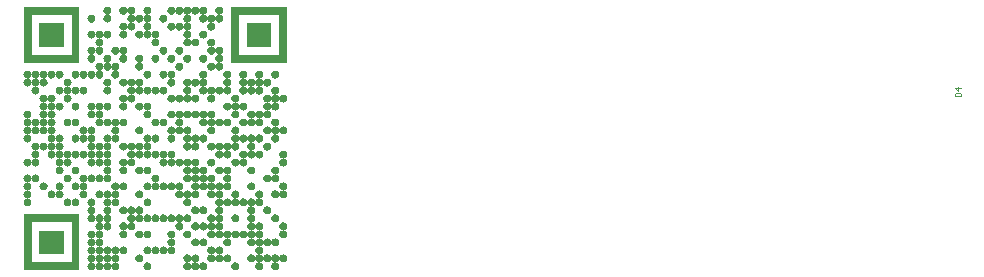
<source format=gbo>
G04*
G04 #@! TF.GenerationSoftware,Altium Limited,Altium Designer,24.2.2 (26)*
G04*
G04 Layer_Color=32896*
%FSLAX25Y25*%
%MOIN*%
G70*
G04*
G04 #@! TF.SameCoordinates,E85AF581-5EDA-4222-B011-A7CF2EBE2122*
G04*
G04*
G04 #@! TF.FilePolarity,Positive*
G04*
G01*
G75*
%ADD20C,0.00197*%
G36*
X998963Y617400D02*
X999237D01*
Y617331D01*
X999374D01*
Y617263D01*
X999511D01*
Y617194D01*
X999580D01*
Y617126D01*
X999717D01*
Y617057D01*
X999785D01*
Y616989D01*
X999854D01*
Y616852D01*
X999922D01*
Y616783D01*
X999991D01*
Y616646D01*
X1000059D01*
Y616372D01*
X1000128D01*
Y615823D01*
X1000059D01*
Y615618D01*
X999991D01*
Y615481D01*
X999922D01*
Y615344D01*
X999854D01*
Y615275D01*
X999785D01*
Y615207D01*
X999717D01*
Y615138D01*
X999648D01*
Y615070D01*
X999580D01*
Y615001D01*
X999442D01*
Y614932D01*
X999374D01*
Y614864D01*
X999168D01*
Y614795D01*
X999031D01*
Y614727D01*
X999237D01*
Y614658D01*
X999442D01*
Y614590D01*
X999511D01*
Y614521D01*
X999648D01*
Y614453D01*
X999717D01*
Y614384D01*
X999785D01*
Y614316D01*
X999854D01*
Y614179D01*
X999922D01*
Y614110D01*
X999991D01*
Y613973D01*
X1000059D01*
Y613699D01*
X1000128D01*
Y613151D01*
X1000059D01*
Y612945D01*
X999991D01*
Y612808D01*
X999922D01*
Y612671D01*
X999854D01*
Y612602D01*
X999785D01*
Y612534D01*
X999717D01*
Y612465D01*
X999648D01*
Y612397D01*
X999580D01*
Y612328D01*
X999442D01*
Y612260D01*
X999306D01*
Y612191D01*
X999100D01*
Y612122D01*
X998483D01*
Y612191D01*
X998277D01*
Y612260D01*
X998140D01*
Y612328D01*
X998003D01*
Y612397D01*
X997935D01*
Y612465D01*
X997866D01*
Y612534D01*
X997798D01*
Y612602D01*
X997729D01*
Y612671D01*
X997661D01*
Y612808D01*
X997592D01*
Y612945D01*
X997523D01*
Y613151D01*
X997386D01*
Y612945D01*
X997318D01*
Y612808D01*
X997249D01*
Y612671D01*
X997181D01*
Y612602D01*
X997112D01*
Y612534D01*
X997044D01*
Y612465D01*
X996975D01*
Y612397D01*
X996907D01*
Y612328D01*
X996770D01*
Y612260D01*
X996633D01*
Y612191D01*
X996496D01*
Y612122D01*
X996358D01*
Y612054D01*
X996633D01*
Y611985D01*
X996770D01*
Y611917D01*
X996907D01*
Y611848D01*
X996975D01*
Y611780D01*
X997044D01*
Y611711D01*
X997112D01*
Y611643D01*
X997181D01*
Y611574D01*
X997249D01*
Y611437D01*
X997318D01*
Y611300D01*
X997386D01*
Y611095D01*
X997455D01*
Y610478D01*
X997386D01*
Y610272D01*
X997318D01*
Y610135D01*
X997249D01*
Y609998D01*
X997181D01*
Y609929D01*
X997112D01*
Y609861D01*
X997044D01*
Y609792D01*
X996975D01*
Y609724D01*
X996907D01*
Y609655D01*
X996770D01*
Y609587D01*
X996633D01*
Y609518D01*
X996427D01*
Y609450D01*
X995810D01*
Y609518D01*
X995605D01*
Y609587D01*
X995467D01*
Y609655D01*
X995399D01*
Y609724D01*
X995262D01*
Y609792D01*
X995193D01*
Y609861D01*
X995125D01*
Y609929D01*
X995056D01*
Y610067D01*
X994988D01*
Y610135D01*
X994919D01*
Y610341D01*
X994851D01*
Y610546D01*
X994782D01*
Y611026D01*
X994851D01*
Y611232D01*
X994919D01*
Y611437D01*
X994988D01*
Y611506D01*
X995056D01*
Y611643D01*
X995125D01*
Y611711D01*
X995193D01*
Y611780D01*
X995262D01*
Y611848D01*
X995399D01*
Y611917D01*
X995467D01*
Y611985D01*
X995605D01*
Y612054D01*
X995879D01*
Y612122D01*
X995810D01*
Y612191D01*
X995605D01*
Y612260D01*
X995467D01*
Y612328D01*
X995330D01*
Y612397D01*
X995262D01*
Y612465D01*
X995193D01*
Y612534D01*
X995125D01*
Y612602D01*
X995056D01*
Y612739D01*
X994988D01*
Y612808D01*
X994919D01*
Y612945D01*
X994851D01*
Y613219D01*
X994782D01*
Y613082D01*
X994714D01*
Y612876D01*
X994645D01*
Y612739D01*
X994576D01*
Y612671D01*
X994508D01*
Y612602D01*
X994439D01*
Y612534D01*
X994371D01*
Y612465D01*
X994302D01*
Y612397D01*
X994234D01*
Y612328D01*
X994165D01*
Y612260D01*
X994028D01*
Y612191D01*
X993823D01*
Y612122D01*
X993137D01*
Y612191D01*
X992932D01*
Y612260D01*
X992795D01*
Y612328D01*
X992657D01*
Y612397D01*
X992589D01*
Y612465D01*
X992520D01*
Y612534D01*
X992452D01*
Y612602D01*
X992383D01*
Y612739D01*
X992315D01*
Y612808D01*
X992246D01*
Y613014D01*
X992178D01*
Y613288D01*
X992109D01*
Y613630D01*
X992178D01*
Y613904D01*
X992246D01*
Y614042D01*
X992315D01*
Y614179D01*
X992383D01*
Y614247D01*
X992452D01*
Y614316D01*
X992520D01*
Y614384D01*
X992589D01*
Y614453D01*
X992657D01*
Y614521D01*
X992726D01*
Y614590D01*
X992863D01*
Y614658D01*
X993000D01*
Y614727D01*
X993274D01*
Y614795D01*
X993069D01*
Y614864D01*
X992932D01*
Y614932D01*
X992795D01*
Y615001D01*
X992657D01*
Y615070D01*
X992589D01*
Y615138D01*
X992520D01*
Y615207D01*
X992452D01*
Y615275D01*
X992383D01*
Y615412D01*
X992315D01*
Y615481D01*
X992246D01*
Y615686D01*
X992178D01*
Y615892D01*
X992109D01*
Y615686D01*
X992041D01*
Y615549D01*
X991972D01*
Y615412D01*
X991904D01*
Y615344D01*
X991835D01*
Y615207D01*
X991766D01*
Y615138D01*
X991698D01*
Y615070D01*
X991561D01*
Y615001D01*
X991492D01*
Y614932D01*
X991355D01*
Y614864D01*
X991150D01*
Y614795D01*
X990464D01*
Y614864D01*
X990259D01*
Y614932D01*
X990122D01*
Y615001D01*
X989985D01*
Y615070D01*
X989916D01*
Y615138D01*
X989847D01*
Y615207D01*
X989779D01*
Y615275D01*
X989711D01*
Y615412D01*
X989642D01*
Y615549D01*
X989573D01*
Y615686D01*
X989505D01*
Y615892D01*
X989436D01*
Y615686D01*
X989368D01*
Y615549D01*
X989299D01*
Y615412D01*
X989231D01*
Y615275D01*
X989162D01*
Y615207D01*
X989094D01*
Y615138D01*
X989025D01*
Y615070D01*
X988957D01*
Y615001D01*
X988820D01*
Y614932D01*
X988682D01*
Y614864D01*
X988477D01*
Y614795D01*
X988340D01*
Y614727D01*
X988614D01*
Y614658D01*
X988751D01*
Y614590D01*
X988888D01*
Y614521D01*
X988957D01*
Y614453D01*
X989025D01*
Y614384D01*
X989094D01*
Y614316D01*
X989162D01*
Y614247D01*
X989231D01*
Y614179D01*
X989299D01*
Y614042D01*
X989368D01*
Y613836D01*
X989436D01*
Y613014D01*
X989368D01*
Y612876D01*
X989299D01*
Y612739D01*
X989231D01*
Y612671D01*
X989162D01*
Y612534D01*
X989094D01*
Y612465D01*
X989025D01*
Y612397D01*
X988888D01*
Y612328D01*
X988820D01*
Y612260D01*
X988682D01*
Y612191D01*
X988477D01*
Y612122D01*
X988408D01*
Y612054D01*
X988614D01*
Y611985D01*
X988751D01*
Y611917D01*
X988888D01*
Y611848D01*
X988957D01*
Y611780D01*
X989025D01*
Y611711D01*
X989094D01*
Y611643D01*
X989162D01*
Y611574D01*
X989231D01*
Y611506D01*
X989299D01*
Y611369D01*
X989368D01*
Y611232D01*
X989436D01*
Y610341D01*
X989368D01*
Y610204D01*
X989299D01*
Y610067D01*
X989231D01*
Y609998D01*
X989162D01*
Y609861D01*
X989094D01*
Y609792D01*
X988957D01*
Y609724D01*
X988888D01*
Y609655D01*
X988820D01*
Y609587D01*
X988682D01*
Y609518D01*
X988408D01*
Y609450D01*
X988477D01*
Y609381D01*
X988682D01*
Y609313D01*
X988820D01*
Y609244D01*
X988888D01*
Y609175D01*
X989025D01*
Y609107D01*
X989094D01*
Y609038D01*
X989162D01*
Y608901D01*
X989231D01*
Y608833D01*
X989299D01*
Y608696D01*
X989368D01*
Y608559D01*
X989436D01*
Y607668D01*
X989368D01*
Y607531D01*
X989299D01*
Y607394D01*
X989231D01*
Y607325D01*
X989162D01*
Y607257D01*
X989094D01*
Y607188D01*
X989025D01*
Y607119D01*
X988957D01*
Y607051D01*
X988888D01*
Y606982D01*
X988751D01*
Y606914D01*
X988614D01*
Y606845D01*
X988408D01*
Y606777D01*
X988477D01*
Y606708D01*
X988682D01*
Y606640D01*
X988820D01*
Y606571D01*
X988888D01*
Y606503D01*
X989025D01*
Y606434D01*
X989094D01*
Y606365D01*
X989162D01*
Y606297D01*
X989231D01*
Y606160D01*
X989299D01*
Y606023D01*
X989368D01*
Y605886D01*
X989436D01*
Y605063D01*
X989368D01*
Y604858D01*
X989299D01*
Y604721D01*
X989231D01*
Y604652D01*
X989162D01*
Y604584D01*
X989094D01*
Y604515D01*
X989025D01*
Y604447D01*
X988957D01*
Y604378D01*
X988888D01*
Y604310D01*
X988751D01*
Y604241D01*
X988614D01*
Y604172D01*
X987654D01*
Y604241D01*
X987517D01*
Y604310D01*
X987380D01*
Y604378D01*
X987312D01*
Y604447D01*
X987243D01*
Y604515D01*
X987175D01*
Y604584D01*
X987106D01*
Y604652D01*
X987038D01*
Y604789D01*
X986969D01*
Y604858D01*
X986901D01*
Y605063D01*
X986832D01*
Y605817D01*
X986901D01*
Y606023D01*
X986969D01*
Y606160D01*
X987038D01*
Y606228D01*
X987106D01*
Y606365D01*
X987175D01*
Y606434D01*
X987243D01*
Y606503D01*
X987380D01*
Y606571D01*
X987449D01*
Y606640D01*
X987586D01*
Y606708D01*
X987792D01*
Y606777D01*
X987860D01*
Y606845D01*
X987654D01*
Y606914D01*
X987517D01*
Y606982D01*
X987380D01*
Y607051D01*
X987312D01*
Y607119D01*
X987243D01*
Y607188D01*
X987175D01*
Y607257D01*
X987106D01*
Y607325D01*
X987038D01*
Y607394D01*
X986969D01*
Y607531D01*
X986901D01*
Y607736D01*
X986832D01*
Y608490D01*
X986901D01*
Y608696D01*
X986969D01*
Y608833D01*
X987038D01*
Y608901D01*
X987106D01*
Y608970D01*
X987175D01*
Y609038D01*
X987243D01*
Y609107D01*
X987312D01*
Y609175D01*
X987380D01*
Y609244D01*
X987517D01*
Y609313D01*
X987654D01*
Y609381D01*
X987860D01*
Y609518D01*
X987654D01*
Y609587D01*
X987517D01*
Y609655D01*
X987380D01*
Y609724D01*
X987312D01*
Y609792D01*
X987243D01*
Y609861D01*
X987175D01*
Y609929D01*
X987106D01*
Y609998D01*
X987038D01*
Y610067D01*
X986969D01*
Y610204D01*
X986901D01*
Y610409D01*
X986832D01*
Y610615D01*
X986763D01*
Y610341D01*
X986695D01*
Y610204D01*
X986626D01*
Y610067D01*
X986558D01*
Y609929D01*
X986489D01*
Y609861D01*
X986421D01*
Y609792D01*
X986352D01*
Y609724D01*
X986215D01*
Y609655D01*
X986147D01*
Y609587D01*
X986010D01*
Y609518D01*
X985735D01*
Y609450D01*
X985187D01*
Y609518D01*
X984982D01*
Y609587D01*
X984844D01*
Y609655D01*
X984707D01*
Y609724D01*
X984639D01*
Y609792D01*
X984570D01*
Y609861D01*
X984502D01*
Y609929D01*
X984433D01*
Y609998D01*
X984365D01*
Y610135D01*
X984296D01*
Y610204D01*
X984228D01*
Y610409D01*
X984159D01*
Y610546D01*
X984091D01*
Y610341D01*
X984022D01*
Y610135D01*
X983953D01*
Y610067D01*
X983885D01*
Y609929D01*
X983816D01*
Y609861D01*
X983748D01*
Y609792D01*
X983679D01*
Y609724D01*
X983542D01*
Y609655D01*
X983474D01*
Y609587D01*
X983337D01*
Y609518D01*
X983131D01*
Y609450D01*
X982514D01*
Y609518D01*
X982309D01*
Y609587D01*
X982172D01*
Y609655D01*
X982034D01*
Y609724D01*
X981966D01*
Y609792D01*
X981897D01*
Y609861D01*
X981829D01*
Y609929D01*
X981760D01*
Y609998D01*
X981692D01*
Y610135D01*
X981623D01*
Y610272D01*
X981555D01*
Y610478D01*
X981486D01*
Y611095D01*
X981555D01*
Y611300D01*
X981623D01*
Y611437D01*
X981692D01*
Y611574D01*
X981760D01*
Y611643D01*
X981829D01*
Y611711D01*
X981897D01*
Y611780D01*
X981966D01*
Y611848D01*
X982034D01*
Y611917D01*
X982172D01*
Y611985D01*
X982309D01*
Y612054D01*
X982583D01*
Y612122D01*
X983062D01*
Y612054D01*
X983337D01*
Y611985D01*
X983474D01*
Y611917D01*
X983542D01*
Y611848D01*
X983679D01*
Y611780D01*
X983748D01*
Y611711D01*
X983816D01*
Y611643D01*
X983885D01*
Y611506D01*
X983953D01*
Y611437D01*
X984022D01*
Y611232D01*
X984091D01*
Y611026D01*
X984159D01*
Y611163D01*
X984228D01*
Y611300D01*
X984296D01*
Y611437D01*
X984365D01*
Y611574D01*
X984433D01*
Y611643D01*
X984502D01*
Y611711D01*
X984570D01*
Y611780D01*
X984639D01*
Y611848D01*
X984707D01*
Y611917D01*
X984844D01*
Y611985D01*
X984982D01*
Y612054D01*
X985187D01*
Y612122D01*
X985735D01*
Y612054D01*
X985941D01*
Y611985D01*
X986147D01*
Y611917D01*
X986215D01*
Y611848D01*
X986284D01*
Y611780D01*
X986421D01*
Y611711D01*
X986489D01*
Y611574D01*
X986558D01*
Y611506D01*
X986626D01*
Y611369D01*
X986695D01*
Y611232D01*
X986763D01*
Y610957D01*
X986832D01*
Y611163D01*
X986901D01*
Y611369D01*
X986969D01*
Y611506D01*
X987038D01*
Y611574D01*
X987106D01*
Y611643D01*
X987175D01*
Y611711D01*
X987243D01*
Y611780D01*
X987312D01*
Y611848D01*
X987380D01*
Y611917D01*
X987517D01*
Y611985D01*
X987654D01*
Y612054D01*
X987860D01*
Y612122D01*
X987792D01*
Y612191D01*
X987586D01*
Y612260D01*
X987449D01*
Y612328D01*
X987380D01*
Y612397D01*
X987243D01*
Y612465D01*
X987175D01*
Y612534D01*
X987106D01*
Y612671D01*
X987038D01*
Y612739D01*
X986969D01*
Y612876D01*
X986901D01*
Y613082D01*
X986832D01*
Y613836D01*
X986901D01*
Y614042D01*
X986969D01*
Y614110D01*
X987038D01*
Y614247D01*
X987106D01*
Y614316D01*
X987175D01*
Y614384D01*
X987243D01*
Y614453D01*
X987312D01*
Y614521D01*
X987380D01*
Y614590D01*
X987517D01*
Y614658D01*
X987654D01*
Y614727D01*
X987928D01*
Y614795D01*
X987792D01*
Y614864D01*
X987586D01*
Y614932D01*
X987449D01*
Y615001D01*
X987380D01*
Y615070D01*
X987243D01*
Y615138D01*
X987175D01*
Y615207D01*
X987106D01*
Y615344D01*
X987038D01*
Y615412D01*
X986969D01*
Y615549D01*
X986901D01*
Y615686D01*
X986832D01*
Y615892D01*
X986763D01*
Y615686D01*
X986695D01*
Y615481D01*
X986626D01*
Y615412D01*
X986558D01*
Y615275D01*
X986489D01*
Y615207D01*
X986421D01*
Y615138D01*
X986352D01*
Y615070D01*
X986284D01*
Y615001D01*
X986147D01*
Y614932D01*
X986010D01*
Y614864D01*
X985872D01*
Y614795D01*
X985119D01*
Y614864D01*
X984913D01*
Y614932D01*
X984776D01*
Y615001D01*
X984707D01*
Y615070D01*
X984570D01*
Y615138D01*
X984502D01*
Y615207D01*
X984433D01*
Y615344D01*
X984365D01*
Y615412D01*
X984296D01*
Y615549D01*
X984228D01*
Y615755D01*
X984159D01*
Y615892D01*
X984091D01*
Y615618D01*
X984022D01*
Y615481D01*
X983953D01*
Y615344D01*
X983885D01*
Y615275D01*
X983816D01*
Y615207D01*
X983748D01*
Y615138D01*
X983679D01*
Y615070D01*
X983611D01*
Y615001D01*
X983474D01*
Y614932D01*
X983337D01*
Y614864D01*
X983200D01*
Y614795D01*
X982446D01*
Y614864D01*
X982240D01*
Y614932D01*
X982103D01*
Y615001D01*
X982034D01*
Y615070D01*
X981966D01*
Y615138D01*
X981897D01*
Y615207D01*
X981829D01*
Y615275D01*
X981760D01*
Y615344D01*
X981692D01*
Y615412D01*
X981623D01*
Y615549D01*
X981555D01*
Y615755D01*
X981486D01*
Y616440D01*
X981555D01*
Y616646D01*
X981623D01*
Y616783D01*
X981692D01*
Y616852D01*
X981760D01*
Y616989D01*
X981829D01*
Y617057D01*
X981897D01*
Y617126D01*
X981966D01*
Y617194D01*
X982103D01*
Y617263D01*
X982240D01*
Y617331D01*
X982377D01*
Y617400D01*
X982651D01*
Y617468D01*
X982925D01*
Y617400D01*
X983268D01*
Y617331D01*
X983405D01*
Y617263D01*
X983542D01*
Y617194D01*
X983611D01*
Y617126D01*
X983679D01*
Y617057D01*
X983748D01*
Y616989D01*
X983816D01*
Y616920D01*
X983885D01*
Y616852D01*
X983953D01*
Y616714D01*
X984022D01*
Y616577D01*
X984091D01*
Y616303D01*
X984159D01*
Y616440D01*
X984228D01*
Y616646D01*
X984296D01*
Y616783D01*
X984365D01*
Y616920D01*
X984433D01*
Y616989D01*
X984502D01*
Y617057D01*
X984570D01*
Y617126D01*
X984639D01*
Y617194D01*
X984776D01*
Y617263D01*
X984844D01*
Y617331D01*
X985050D01*
Y617400D01*
X985324D01*
Y617468D01*
X985598D01*
Y617400D01*
X985941D01*
Y617331D01*
X986078D01*
Y617263D01*
X986215D01*
Y617194D01*
X986284D01*
Y617126D01*
X986352D01*
Y617057D01*
X986421D01*
Y616989D01*
X986489D01*
Y616920D01*
X986558D01*
Y616852D01*
X986626D01*
Y616714D01*
X986695D01*
Y616577D01*
X986763D01*
Y616303D01*
X986832D01*
Y616509D01*
X986901D01*
Y616646D01*
X986969D01*
Y616783D01*
X987038D01*
Y616920D01*
X987106D01*
Y616989D01*
X987175D01*
Y617057D01*
X987243D01*
Y617126D01*
X987312D01*
Y617194D01*
X987449D01*
Y617263D01*
X987517D01*
Y617331D01*
X987723D01*
Y617400D01*
X987997D01*
Y617468D01*
X988271D01*
Y617400D01*
X988614D01*
Y617331D01*
X988751D01*
Y617263D01*
X988888D01*
Y617194D01*
X988957D01*
Y617126D01*
X989025D01*
Y617057D01*
X989094D01*
Y616989D01*
X989162D01*
Y616920D01*
X989231D01*
Y616852D01*
X989299D01*
Y616714D01*
X989368D01*
Y616509D01*
X989436D01*
Y616303D01*
X989505D01*
Y616509D01*
X989573D01*
Y616714D01*
X989642D01*
Y616852D01*
X989711D01*
Y616920D01*
X989779D01*
Y616989D01*
X989847D01*
Y617057D01*
X989916D01*
Y617126D01*
X989985D01*
Y617194D01*
X990053D01*
Y617263D01*
X990190D01*
Y617331D01*
X990327D01*
Y617400D01*
X990670D01*
Y617468D01*
X990944D01*
Y617400D01*
X991218D01*
Y617331D01*
X991424D01*
Y617263D01*
X991492D01*
Y617194D01*
X991630D01*
Y617126D01*
X991698D01*
Y617057D01*
X991766D01*
Y616989D01*
X991835D01*
Y616920D01*
X991904D01*
Y616783D01*
X991972D01*
Y616646D01*
X992041D01*
Y616509D01*
X992109D01*
Y616303D01*
X992178D01*
Y616577D01*
X992246D01*
Y616714D01*
X992315D01*
Y616852D01*
X992383D01*
Y616920D01*
X992452D01*
Y616989D01*
X992520D01*
Y617057D01*
X992589D01*
Y617126D01*
X992657D01*
Y617194D01*
X992726D01*
Y617263D01*
X992863D01*
Y617331D01*
X993000D01*
Y617400D01*
X993343D01*
Y617468D01*
X993617D01*
Y617400D01*
X993891D01*
Y617331D01*
X994097D01*
Y617263D01*
X994165D01*
Y617194D01*
X994302D01*
Y617126D01*
X994371D01*
Y617057D01*
X994439D01*
Y616989D01*
X994508D01*
Y616920D01*
X994576D01*
Y616783D01*
X994645D01*
Y616646D01*
X994714D01*
Y616440D01*
X994782D01*
Y615755D01*
X994714D01*
Y615549D01*
X994645D01*
Y615412D01*
X994576D01*
Y615344D01*
X994508D01*
Y615207D01*
X994439D01*
Y615138D01*
X994371D01*
Y615070D01*
X994234D01*
Y615001D01*
X994165D01*
Y614932D01*
X994028D01*
Y614864D01*
X993823D01*
Y614795D01*
X993686D01*
Y614727D01*
X993960D01*
Y614658D01*
X994097D01*
Y614590D01*
X994234D01*
Y614521D01*
X994302D01*
Y614453D01*
X994371D01*
Y614384D01*
X994439D01*
Y614316D01*
X994508D01*
Y614247D01*
X994576D01*
Y614110D01*
X994645D01*
Y613973D01*
X994714D01*
Y613836D01*
X994782D01*
Y613699D01*
X994851D01*
Y613904D01*
X994919D01*
Y614042D01*
X994988D01*
Y614179D01*
X995056D01*
Y614247D01*
X995125D01*
Y614384D01*
X995193D01*
Y614453D01*
X995330D01*
Y614521D01*
X995399D01*
Y614590D01*
X995536D01*
Y614658D01*
X995673D01*
Y614727D01*
X995947D01*
Y614795D01*
X996358D01*
Y614727D01*
X996564D01*
Y614658D01*
X996770D01*
Y614590D01*
X996838D01*
Y614521D01*
X996975D01*
Y614453D01*
X997044D01*
Y614384D01*
X997112D01*
Y614316D01*
X997181D01*
Y614247D01*
X997249D01*
Y614110D01*
X997318D01*
Y613973D01*
X997386D01*
Y613767D01*
X997455D01*
Y613699D01*
X997523D01*
Y613973D01*
X997592D01*
Y614110D01*
X997661D01*
Y614179D01*
X997729D01*
Y614316D01*
X997798D01*
Y614384D01*
X997866D01*
Y614453D01*
X997935D01*
Y614521D01*
X998072D01*
Y614590D01*
X998140D01*
Y614658D01*
X998346D01*
Y614727D01*
X998551D01*
Y614795D01*
X998415D01*
Y614864D01*
X998209D01*
Y614932D01*
X998140D01*
Y615001D01*
X998003D01*
Y615070D01*
X997935D01*
Y615138D01*
X997866D01*
Y615207D01*
X997798D01*
Y615275D01*
X997729D01*
Y615344D01*
X997661D01*
Y615481D01*
X997592D01*
Y615618D01*
X997523D01*
Y615823D01*
X997455D01*
Y616372D01*
X997523D01*
Y616577D01*
X997592D01*
Y616783D01*
X997661D01*
Y616852D01*
X997729D01*
Y616989D01*
X997798D01*
Y617057D01*
X997866D01*
Y617126D01*
X998003D01*
Y617194D01*
X998072D01*
Y617263D01*
X998209D01*
Y617331D01*
X998346D01*
Y617400D01*
X998620D01*
Y617468D01*
X998963D01*
Y617400D01*
D02*
G37*
G36*
X974975D02*
X975249D01*
Y617331D01*
X975455D01*
Y617263D01*
X975524D01*
Y617194D01*
X975661D01*
Y617126D01*
X975729D01*
Y617057D01*
X975798D01*
Y616989D01*
X975866D01*
Y616920D01*
X975935D01*
Y616783D01*
X976003D01*
Y616646D01*
X976072D01*
Y616440D01*
X976140D01*
Y615755D01*
X976072D01*
Y615549D01*
X976003D01*
Y615412D01*
X975935D01*
Y615344D01*
X975866D01*
Y615275D01*
X975798D01*
Y615138D01*
X975661D01*
Y615070D01*
X975592D01*
Y615001D01*
X975524D01*
Y614932D01*
X975387D01*
Y614864D01*
X975181D01*
Y614795D01*
X975044D01*
Y614727D01*
X975318D01*
Y614658D01*
X975455D01*
Y614590D01*
X975592D01*
Y614521D01*
X975661D01*
Y614453D01*
X975729D01*
Y614384D01*
X975798D01*
Y614316D01*
X975866D01*
Y614247D01*
X975935D01*
Y614110D01*
X976003D01*
Y613973D01*
X976072D01*
Y613767D01*
X976140D01*
Y613082D01*
X976072D01*
Y612876D01*
X976003D01*
Y612739D01*
X975935D01*
Y612671D01*
X975866D01*
Y612602D01*
X975798D01*
Y612534D01*
X975729D01*
Y612465D01*
X975661D01*
Y612397D01*
X975592D01*
Y612328D01*
X975524D01*
Y612260D01*
X975387D01*
Y612191D01*
X975181D01*
Y612122D01*
X975112D01*
Y612054D01*
X975318D01*
Y611985D01*
X975455D01*
Y611917D01*
X975592D01*
Y611848D01*
X975661D01*
Y611780D01*
X975729D01*
Y611711D01*
X975798D01*
Y611643D01*
X975866D01*
Y611574D01*
X975935D01*
Y611437D01*
X976003D01*
Y611300D01*
X976072D01*
Y611163D01*
X976140D01*
Y610409D01*
X976072D01*
Y610272D01*
X976003D01*
Y610135D01*
X975935D01*
Y609998D01*
X975866D01*
Y609929D01*
X975798D01*
Y609861D01*
X975729D01*
Y609792D01*
X975661D01*
Y609724D01*
X975592D01*
Y609655D01*
X975455D01*
Y609587D01*
X975318D01*
Y609518D01*
X975112D01*
Y609381D01*
X975318D01*
Y609313D01*
X975455D01*
Y609244D01*
X975592D01*
Y609175D01*
X975661D01*
Y609107D01*
X975729D01*
Y609038D01*
X975798D01*
Y608970D01*
X975866D01*
Y608901D01*
X975935D01*
Y608764D01*
X976003D01*
Y608696D01*
X976072D01*
Y608490D01*
X976140D01*
Y608353D01*
X976209D01*
Y608627D01*
X976278D01*
Y608764D01*
X976346D01*
Y608833D01*
X976415D01*
Y608970D01*
X976483D01*
Y609038D01*
X976552D01*
Y609107D01*
X976620D01*
Y609175D01*
X976689D01*
Y609244D01*
X976826D01*
Y609313D01*
X976963D01*
Y609381D01*
X977168D01*
Y609450D01*
X977785D01*
Y609381D01*
X977991D01*
Y609313D01*
X978128D01*
Y609244D01*
X978265D01*
Y609175D01*
X978333D01*
Y609107D01*
X978402D01*
Y609038D01*
X978471D01*
Y608970D01*
X978539D01*
Y608901D01*
X978608D01*
Y608764D01*
X978676D01*
Y608627D01*
X978745D01*
Y608422D01*
X978813D01*
Y607805D01*
X978745D01*
Y607599D01*
X978676D01*
Y607462D01*
X978608D01*
Y607325D01*
X978539D01*
Y607257D01*
X978471D01*
Y607188D01*
X978402D01*
Y607119D01*
X978333D01*
Y607051D01*
X978265D01*
Y606982D01*
X978128D01*
Y606914D01*
X977991D01*
Y606845D01*
X977717D01*
Y606777D01*
X977854D01*
Y606708D01*
X977991D01*
Y606640D01*
X978128D01*
Y606571D01*
X978265D01*
Y606503D01*
X978333D01*
Y606434D01*
X978402D01*
Y606365D01*
X978471D01*
Y606297D01*
X978539D01*
Y606228D01*
X978608D01*
Y606091D01*
X978676D01*
Y605954D01*
X978745D01*
Y605749D01*
X978813D01*
Y605132D01*
X978745D01*
Y604926D01*
X978676D01*
Y604789D01*
X978608D01*
Y604721D01*
X978539D01*
Y604584D01*
X978471D01*
Y604515D01*
X978402D01*
Y604447D01*
X978333D01*
Y604378D01*
X978197D01*
Y604310D01*
X978128D01*
Y604241D01*
X977922D01*
Y604172D01*
X977031D01*
Y604241D01*
X976894D01*
Y604310D01*
X976757D01*
Y604378D01*
X976689D01*
Y604447D01*
X976552D01*
Y604515D01*
X976483D01*
Y604652D01*
X976415D01*
Y604721D01*
X976346D01*
Y604858D01*
X976278D01*
Y604995D01*
X976209D01*
Y605269D01*
X976140D01*
Y605612D01*
X976209D01*
Y605954D01*
X976278D01*
Y606091D01*
X976346D01*
Y606228D01*
X976415D01*
Y606297D01*
X976483D01*
Y606365D01*
X976552D01*
Y606434D01*
X976620D01*
Y606503D01*
X976689D01*
Y606571D01*
X976826D01*
Y606640D01*
X976963D01*
Y606708D01*
X977168D01*
Y606777D01*
X977237D01*
Y606845D01*
X977031D01*
Y606914D01*
X976826D01*
Y606982D01*
X976757D01*
Y607051D01*
X976620D01*
Y607119D01*
X976552D01*
Y607188D01*
X976483D01*
Y607257D01*
X976415D01*
Y607394D01*
X976346D01*
Y607462D01*
X976278D01*
Y607668D01*
X976209D01*
Y607873D01*
X976140D01*
Y607736D01*
X976072D01*
Y607599D01*
X976003D01*
Y607462D01*
X975935D01*
Y607325D01*
X975866D01*
Y607257D01*
X975798D01*
Y607188D01*
X975729D01*
Y607119D01*
X975661D01*
Y607051D01*
X975592D01*
Y606982D01*
X975455D01*
Y606914D01*
X975318D01*
Y606845D01*
X975044D01*
Y606777D01*
X974564D01*
Y606845D01*
X974358D01*
Y606914D01*
X974221D01*
Y606982D01*
X974084D01*
Y607051D01*
X974016D01*
Y607119D01*
X973879D01*
Y607188D01*
X973810D01*
Y607325D01*
X973742D01*
Y607394D01*
X973673D01*
Y607531D01*
X973605D01*
Y607668D01*
X973536D01*
Y607942D01*
X973468D01*
Y607736D01*
X973399D01*
Y607531D01*
X973330D01*
Y607394D01*
X973262D01*
Y607325D01*
X973193D01*
Y607257D01*
X973125D01*
Y607188D01*
X973056D01*
Y607119D01*
X972988D01*
Y607051D01*
X972919D01*
Y606982D01*
X972782D01*
Y606914D01*
X972645D01*
Y606845D01*
X972439D01*
Y606777D01*
X971891D01*
Y606845D01*
X971686D01*
Y606914D01*
X971548D01*
Y606982D01*
X971411D01*
Y607051D01*
X971343D01*
Y607119D01*
X971274D01*
Y607188D01*
X971206D01*
Y607257D01*
X971137D01*
Y607325D01*
X971069D01*
Y607394D01*
X971000D01*
Y607531D01*
X970932D01*
Y607668D01*
X970863D01*
Y608010D01*
X970795D01*
Y608216D01*
X970863D01*
Y608559D01*
X970932D01*
Y608696D01*
X971000D01*
Y608833D01*
X971069D01*
Y608901D01*
X971137D01*
Y609038D01*
X971206D01*
Y609107D01*
X971274D01*
Y609175D01*
X971411D01*
Y609244D01*
X971480D01*
Y609313D01*
X971617D01*
Y609381D01*
X971823D01*
Y609450D01*
X972439D01*
Y609381D01*
X972645D01*
Y609313D01*
X972782D01*
Y609244D01*
X972919D01*
Y609175D01*
X972988D01*
Y609107D01*
X973056D01*
Y609038D01*
X973125D01*
Y608970D01*
X973193D01*
Y608901D01*
X973262D01*
Y608833D01*
X973330D01*
Y608696D01*
X973399D01*
Y608490D01*
X973468D01*
Y608353D01*
X973536D01*
Y608559D01*
X973605D01*
Y608764D01*
X973673D01*
Y608833D01*
X973742D01*
Y608970D01*
X973810D01*
Y609038D01*
X973879D01*
Y609107D01*
X973947D01*
Y609175D01*
X974084D01*
Y609244D01*
X974153D01*
Y609313D01*
X974290D01*
Y609381D01*
X974496D01*
Y609518D01*
X974290D01*
Y609587D01*
X974153D01*
Y609655D01*
X974084D01*
Y609724D01*
X973947D01*
Y609792D01*
X973879D01*
Y609861D01*
X973810D01*
Y609929D01*
X973742D01*
Y610067D01*
X973673D01*
Y610204D01*
X973605D01*
Y610341D01*
X973536D01*
Y610615D01*
X973468D01*
Y610957D01*
X973536D01*
Y611232D01*
X973605D01*
Y611369D01*
X973673D01*
Y611506D01*
X973742D01*
Y611574D01*
X973810D01*
Y611711D01*
X973879D01*
Y611780D01*
X973947D01*
Y611848D01*
X974084D01*
Y611917D01*
X974153D01*
Y611985D01*
X974358D01*
Y612054D01*
X974564D01*
Y612122D01*
X974496D01*
Y612191D01*
X974290D01*
Y612260D01*
X974153D01*
Y612328D01*
X974016D01*
Y612397D01*
X973947D01*
Y612465D01*
X973879D01*
Y612534D01*
X973810D01*
Y612602D01*
X973742D01*
Y612739D01*
X973673D01*
Y612808D01*
X973605D01*
Y613014D01*
X973536D01*
Y613219D01*
X973468D01*
Y613082D01*
X973399D01*
Y612876D01*
X973330D01*
Y612739D01*
X973262D01*
Y612671D01*
X973193D01*
Y612534D01*
X973125D01*
Y612465D01*
X972988D01*
Y612397D01*
X972919D01*
Y612328D01*
X972851D01*
Y612260D01*
X972714D01*
Y612191D01*
X972508D01*
Y612122D01*
X971823D01*
Y612191D01*
X971617D01*
Y612260D01*
X971480D01*
Y612328D01*
X971411D01*
Y612397D01*
X971274D01*
Y612465D01*
X971206D01*
Y612534D01*
X971137D01*
Y612602D01*
X971069D01*
Y612739D01*
X971000D01*
Y612876D01*
X970932D01*
Y613014D01*
X970863D01*
Y613288D01*
X970795D01*
Y613014D01*
X970726D01*
Y612876D01*
X970658D01*
Y612739D01*
X970589D01*
Y612671D01*
X970520D01*
Y612534D01*
X970452D01*
Y612465D01*
X970383D01*
Y612397D01*
X970246D01*
Y612328D01*
X970178D01*
Y612260D01*
X970041D01*
Y612191D01*
X969835D01*
Y612122D01*
X969698D01*
Y612054D01*
X969972D01*
Y611985D01*
X970109D01*
Y611917D01*
X970246D01*
Y611848D01*
X970315D01*
Y611780D01*
X970383D01*
Y611711D01*
X970452D01*
Y611643D01*
X970520D01*
Y611574D01*
X970589D01*
Y611506D01*
X970658D01*
Y611369D01*
X970726D01*
Y611163D01*
X970795D01*
Y610341D01*
X970726D01*
Y610204D01*
X970658D01*
Y610067D01*
X970589D01*
Y609998D01*
X970520D01*
Y609861D01*
X970452D01*
Y609792D01*
X970315D01*
Y609724D01*
X970246D01*
Y609655D01*
X970178D01*
Y609587D01*
X969972D01*
Y609518D01*
X969767D01*
Y609450D01*
X969218D01*
Y609518D01*
X969013D01*
Y609587D01*
X968876D01*
Y609655D01*
X968739D01*
Y609724D01*
X968670D01*
Y609792D01*
X968602D01*
Y609861D01*
X968533D01*
Y609929D01*
X968464D01*
Y609998D01*
X968396D01*
Y610067D01*
X968327D01*
Y610204D01*
X968259D01*
Y610409D01*
X968190D01*
Y610615D01*
X968122D01*
Y610341D01*
X968053D01*
Y610204D01*
X967985D01*
Y610067D01*
X967916D01*
Y609998D01*
X967848D01*
Y609861D01*
X967779D01*
Y609792D01*
X967710D01*
Y609724D01*
X967574D01*
Y609655D01*
X967505D01*
Y609587D01*
X967368D01*
Y609518D01*
X967094D01*
Y609450D01*
X967162D01*
Y609381D01*
X967368D01*
Y609313D01*
X967505D01*
Y609244D01*
X967574D01*
Y609175D01*
X967710D01*
Y609107D01*
X967779D01*
Y609038D01*
X967848D01*
Y608970D01*
X967916D01*
Y608833D01*
X967985D01*
Y608696D01*
X968053D01*
Y608559D01*
X968122D01*
Y608285D01*
X968190D01*
Y608010D01*
X968122D01*
Y607668D01*
X968053D01*
Y607531D01*
X967985D01*
Y607394D01*
X967916D01*
Y607325D01*
X967848D01*
Y607188D01*
X967779D01*
Y607119D01*
X967642D01*
Y607051D01*
X967574D01*
Y606982D01*
X967436D01*
Y606914D01*
X967299D01*
Y606845D01*
X967094D01*
Y606777D01*
X966614D01*
Y606845D01*
X966340D01*
Y606914D01*
X966203D01*
Y606982D01*
X966066D01*
Y607051D01*
X965997D01*
Y607119D01*
X965929D01*
Y607188D01*
X965860D01*
Y607257D01*
X965792D01*
Y607325D01*
X965723D01*
Y607462D01*
X965654D01*
Y607599D01*
X965586D01*
Y607736D01*
X965517D01*
Y608490D01*
X965586D01*
Y608696D01*
X965654D01*
Y608833D01*
X965723D01*
Y608901D01*
X965792D01*
Y608970D01*
X965860D01*
Y609038D01*
X965929D01*
Y609107D01*
X965997D01*
Y609175D01*
X966066D01*
Y609244D01*
X966203D01*
Y609313D01*
X966340D01*
Y609381D01*
X966545D01*
Y609518D01*
X966340D01*
Y609587D01*
X966203D01*
Y609655D01*
X966066D01*
Y609724D01*
X965997D01*
Y609792D01*
X965929D01*
Y609861D01*
X965860D01*
Y609929D01*
X965792D01*
Y609998D01*
X965723D01*
Y610067D01*
X965654D01*
Y610204D01*
X965586D01*
Y610409D01*
X965517D01*
Y611163D01*
X965586D01*
Y611369D01*
X965654D01*
Y611437D01*
X965723D01*
Y611574D01*
X965792D01*
Y611643D01*
X965860D01*
Y611711D01*
X965929D01*
Y611780D01*
X965997D01*
Y611848D01*
X966066D01*
Y611917D01*
X966203D01*
Y611985D01*
X966340D01*
Y612054D01*
X966545D01*
Y612122D01*
X967094D01*
Y612054D01*
X967299D01*
Y611985D01*
X967436D01*
Y611917D01*
X967574D01*
Y611848D01*
X967642D01*
Y611780D01*
X967779D01*
Y611711D01*
X967848D01*
Y611574D01*
X967916D01*
Y611506D01*
X967985D01*
Y611369D01*
X968053D01*
Y611232D01*
X968122D01*
Y610957D01*
X968190D01*
Y611163D01*
X968259D01*
Y611369D01*
X968327D01*
Y611506D01*
X968396D01*
Y611574D01*
X968464D01*
Y611643D01*
X968533D01*
Y611711D01*
X968602D01*
Y611780D01*
X968670D01*
Y611848D01*
X968739D01*
Y611917D01*
X968876D01*
Y611985D01*
X969013D01*
Y612054D01*
X969287D01*
Y612122D01*
X969150D01*
Y612191D01*
X968944D01*
Y612260D01*
X968807D01*
Y612328D01*
X968739D01*
Y612397D01*
X968602D01*
Y612465D01*
X968533D01*
Y612534D01*
X968464D01*
Y612671D01*
X968396D01*
Y612739D01*
X968327D01*
Y612876D01*
X968259D01*
Y613014D01*
X968190D01*
Y613836D01*
X968259D01*
Y614042D01*
X968327D01*
Y614179D01*
X968396D01*
Y614247D01*
X968464D01*
Y614316D01*
X968533D01*
Y614384D01*
X968602D01*
Y614453D01*
X968670D01*
Y614521D01*
X968739D01*
Y614590D01*
X968876D01*
Y614658D01*
X969013D01*
Y614727D01*
X969355D01*
Y614795D01*
X969150D01*
Y614864D01*
X968944D01*
Y614932D01*
X968807D01*
Y615001D01*
X968739D01*
Y615070D01*
X968602D01*
Y615138D01*
X968533D01*
Y615207D01*
X968464D01*
Y615275D01*
X968396D01*
Y615412D01*
X968327D01*
Y615549D01*
X968259D01*
Y615686D01*
X968190D01*
Y615961D01*
X968122D01*
Y615686D01*
X968053D01*
Y615481D01*
X967985D01*
Y615412D01*
X967916D01*
Y615275D01*
X967848D01*
Y615207D01*
X967779D01*
Y615138D01*
X967710D01*
Y615070D01*
X967642D01*
Y615001D01*
X967505D01*
Y614932D01*
X967368D01*
Y614864D01*
X967231D01*
Y614795D01*
X966477D01*
Y614864D01*
X966271D01*
Y614932D01*
X966134D01*
Y615001D01*
X966066D01*
Y615070D01*
X965929D01*
Y615138D01*
X965860D01*
Y615207D01*
X965792D01*
Y615344D01*
X965723D01*
Y615412D01*
X965654D01*
Y615549D01*
X965586D01*
Y615755D01*
X965517D01*
Y616509D01*
X965586D01*
Y616646D01*
X965654D01*
Y616783D01*
X965723D01*
Y616920D01*
X965792D01*
Y616989D01*
X965860D01*
Y617057D01*
X965929D01*
Y617126D01*
X965997D01*
Y617194D01*
X966134D01*
Y617263D01*
X966203D01*
Y617331D01*
X966408D01*
Y617400D01*
X966683D01*
Y617468D01*
X966957D01*
Y617400D01*
X967299D01*
Y617331D01*
X967436D01*
Y617263D01*
X967574D01*
Y617194D01*
X967642D01*
Y617126D01*
X967710D01*
Y617057D01*
X967779D01*
Y616989D01*
X967848D01*
Y616920D01*
X967916D01*
Y616852D01*
X967985D01*
Y616714D01*
X968053D01*
Y616577D01*
X968122D01*
Y616303D01*
X968190D01*
Y616509D01*
X968259D01*
Y616714D01*
X968327D01*
Y616783D01*
X968396D01*
Y616920D01*
X968464D01*
Y616989D01*
X968533D01*
Y617057D01*
X968602D01*
Y617126D01*
X968670D01*
Y617194D01*
X968739D01*
Y617263D01*
X968876D01*
Y617331D01*
X969081D01*
Y617400D01*
X969904D01*
Y617331D01*
X970109D01*
Y617263D01*
X970246D01*
Y617194D01*
X970315D01*
Y617126D01*
X970383D01*
Y617057D01*
X970452D01*
Y616989D01*
X970520D01*
Y616920D01*
X970589D01*
Y616783D01*
X970658D01*
Y616714D01*
X970726D01*
Y616509D01*
X970795D01*
Y615686D01*
X970726D01*
Y615549D01*
X970658D01*
Y615412D01*
X970589D01*
Y615275D01*
X970520D01*
Y615207D01*
X970452D01*
Y615138D01*
X970383D01*
Y615070D01*
X970315D01*
Y615001D01*
X970178D01*
Y614932D01*
X970041D01*
Y614864D01*
X969835D01*
Y614795D01*
X969629D01*
Y614727D01*
X969972D01*
Y614658D01*
X970109D01*
Y614590D01*
X970246D01*
Y614521D01*
X970315D01*
Y614453D01*
X970383D01*
Y614384D01*
X970452D01*
Y614316D01*
X970520D01*
Y614247D01*
X970589D01*
Y614179D01*
X970658D01*
Y614042D01*
X970726D01*
Y613836D01*
X970795D01*
Y613630D01*
X970863D01*
Y613904D01*
X970932D01*
Y614042D01*
X971000D01*
Y614179D01*
X971069D01*
Y614247D01*
X971137D01*
Y614316D01*
X971206D01*
Y614384D01*
X971274D01*
Y614453D01*
X971343D01*
Y614521D01*
X971411D01*
Y614590D01*
X971548D01*
Y614658D01*
X971686D01*
Y614727D01*
X971960D01*
Y614795D01*
X972371D01*
Y614727D01*
X972645D01*
Y614658D01*
X972782D01*
Y614590D01*
X972919D01*
Y614521D01*
X972988D01*
Y614453D01*
X973056D01*
Y614384D01*
X973125D01*
Y614316D01*
X973193D01*
Y614247D01*
X973262D01*
Y614110D01*
X973330D01*
Y614042D01*
X973399D01*
Y613836D01*
X973468D01*
Y613630D01*
X973536D01*
Y613904D01*
X973605D01*
Y614042D01*
X973673D01*
Y614179D01*
X973742D01*
Y614247D01*
X973810D01*
Y614384D01*
X973879D01*
Y614453D01*
X974016D01*
Y614521D01*
X974084D01*
Y614590D01*
X974221D01*
Y614658D01*
X974358D01*
Y614727D01*
X974633D01*
Y614795D01*
X974427D01*
Y614864D01*
X974290D01*
Y614932D01*
X974153D01*
Y615001D01*
X974016D01*
Y615070D01*
X973947D01*
Y615138D01*
X973879D01*
Y615207D01*
X973810D01*
Y615275D01*
X973742D01*
Y615412D01*
X973673D01*
Y615481D01*
X973605D01*
Y615686D01*
X973536D01*
Y615961D01*
X973468D01*
Y616303D01*
X973536D01*
Y616577D01*
X973605D01*
Y616714D01*
X973673D01*
Y616852D01*
X973742D01*
Y616920D01*
X973810D01*
Y616989D01*
X973879D01*
Y617057D01*
X973947D01*
Y617126D01*
X974016D01*
Y617194D01*
X974084D01*
Y617263D01*
X974221D01*
Y617331D01*
X974358D01*
Y617400D01*
X974701D01*
Y617468D01*
X974975D01*
Y617400D01*
D02*
G37*
G36*
X980390Y614727D02*
X980595D01*
Y614658D01*
X980801D01*
Y614590D01*
X980869D01*
Y614521D01*
X981006D01*
Y614453D01*
X981075D01*
Y614384D01*
X981143D01*
Y614316D01*
X981212D01*
Y614179D01*
X981281D01*
Y614110D01*
X981349D01*
Y613973D01*
X981418D01*
Y613699D01*
X981486D01*
Y613151D01*
X981418D01*
Y612945D01*
X981349D01*
Y612808D01*
X981281D01*
Y612671D01*
X981212D01*
Y612602D01*
X981143D01*
Y612534D01*
X981075D01*
Y612465D01*
X981006D01*
Y612397D01*
X980938D01*
Y612328D01*
X980801D01*
Y612260D01*
X980664D01*
Y612191D01*
X980458D01*
Y612122D01*
X979841D01*
Y612191D01*
X979636D01*
Y612260D01*
X979499D01*
Y612328D01*
X979362D01*
Y612397D01*
X979293D01*
Y612465D01*
X979224D01*
Y612534D01*
X979156D01*
Y612602D01*
X979087D01*
Y612671D01*
X979019D01*
Y612808D01*
X978950D01*
Y612945D01*
X978882D01*
Y613151D01*
X978813D01*
Y613699D01*
X978882D01*
Y613973D01*
X978950D01*
Y614110D01*
X979019D01*
Y614179D01*
X979087D01*
Y614316D01*
X979156D01*
Y614384D01*
X979224D01*
Y614453D01*
X979293D01*
Y614521D01*
X979430D01*
Y614590D01*
X979499D01*
Y614658D01*
X979704D01*
Y614727D01*
X979910D01*
Y614795D01*
X980390D01*
Y614727D01*
D02*
G37*
G36*
X961611Y617400D02*
X961954D01*
Y617331D01*
X962091D01*
Y617263D01*
X962228D01*
Y617194D01*
X962296D01*
Y617126D01*
X962433D01*
Y617057D01*
X962502D01*
Y616920D01*
X962570D01*
Y616852D01*
X962639D01*
Y616714D01*
X962707D01*
Y616577D01*
X962776D01*
Y616372D01*
X962844D01*
Y615823D01*
X962776D01*
Y615618D01*
X962707D01*
Y615481D01*
X962639D01*
Y615344D01*
X962570D01*
Y615275D01*
X962502D01*
Y615207D01*
X962433D01*
Y615138D01*
X962365D01*
Y615070D01*
X962296D01*
Y615001D01*
X962159D01*
Y614932D01*
X962091D01*
Y614864D01*
X961885D01*
Y614795D01*
X961748D01*
Y614727D01*
X961954D01*
Y614658D01*
X962159D01*
Y614590D01*
X962228D01*
Y614521D01*
X962365D01*
Y614453D01*
X962433D01*
Y614384D01*
X962502D01*
Y614316D01*
X962570D01*
Y614179D01*
X962639D01*
Y614110D01*
X962707D01*
Y613904D01*
X962776D01*
Y613699D01*
X962844D01*
Y613151D01*
X962776D01*
Y612945D01*
X962707D01*
Y612808D01*
X962639D01*
Y612671D01*
X962570D01*
Y612602D01*
X962502D01*
Y612534D01*
X962433D01*
Y612465D01*
X962365D01*
Y612397D01*
X962296D01*
Y612328D01*
X962159D01*
Y612260D01*
X962022D01*
Y612191D01*
X961817D01*
Y612122D01*
X961200D01*
Y612191D01*
X960994D01*
Y612260D01*
X960857D01*
Y612328D01*
X960720D01*
Y612397D01*
X960651D01*
Y612465D01*
X960583D01*
Y612534D01*
X960514D01*
Y612602D01*
X960446D01*
Y612671D01*
X960377D01*
Y612739D01*
Y612808D01*
X960309D01*
Y612945D01*
X960240D01*
Y613151D01*
X960172D01*
Y613767D01*
X960240D01*
Y613973D01*
X960309D01*
Y614110D01*
X960377D01*
Y614179D01*
X960446D01*
Y614316D01*
X960514D01*
Y614384D01*
X960583D01*
Y614453D01*
X960651D01*
Y614521D01*
X960788D01*
Y614590D01*
X960857D01*
Y614658D01*
X961063D01*
Y614727D01*
X961268D01*
Y614795D01*
X961131D01*
Y614864D01*
X960925D01*
Y614932D01*
X960788D01*
Y615001D01*
X960720D01*
Y615070D01*
X960651D01*
Y615138D01*
X960583D01*
Y615207D01*
X960514D01*
Y615275D01*
X960446D01*
Y615344D01*
X960377D01*
Y615481D01*
X960309D01*
Y615618D01*
X960240D01*
Y615823D01*
X960172D01*
Y616372D01*
X960240D01*
Y616646D01*
X960309D01*
Y616783D01*
X960377D01*
Y616852D01*
X960446D01*
Y616989D01*
X960514D01*
Y617057D01*
X960583D01*
Y617126D01*
X960720D01*
Y617194D01*
X960788D01*
Y617263D01*
X960925D01*
Y617331D01*
X961063D01*
Y617400D01*
X961337D01*
Y617468D01*
X961611D01*
Y617400D01*
D02*
G37*
G36*
X956402Y614727D02*
X956676D01*
Y614658D01*
X956813D01*
Y614590D01*
X956882D01*
Y614521D01*
X957019D01*
Y614453D01*
X957088D01*
Y614384D01*
X957156D01*
Y614316D01*
X957225D01*
Y614247D01*
X957293D01*
Y614179D01*
Y614110D01*
X957362D01*
Y613973D01*
X957430D01*
Y613767D01*
X957499D01*
Y613082D01*
X957430D01*
Y612876D01*
X957362D01*
Y612808D01*
X957293D01*
Y612671D01*
X957225D01*
Y612602D01*
X957156D01*
Y612534D01*
X957088D01*
Y612465D01*
X957019D01*
Y612397D01*
X956950D01*
Y612328D01*
X956813D01*
Y612260D01*
X956676D01*
Y612191D01*
X956539D01*
Y612122D01*
X955854D01*
Y612191D01*
X955648D01*
Y612260D01*
X955511D01*
Y612328D01*
X955374D01*
Y612397D01*
X955306D01*
Y612465D01*
X955237D01*
Y612534D01*
X955169D01*
Y612602D01*
X955100D01*
Y612739D01*
X955031D01*
Y612808D01*
X954963D01*
Y613014D01*
X954894D01*
Y613219D01*
X954826D01*
Y613630D01*
X954894D01*
Y613904D01*
X954963D01*
Y614042D01*
X955031D01*
Y614179D01*
X955100D01*
Y614247D01*
X955169D01*
Y614384D01*
X955237D01*
Y614453D01*
X955374D01*
Y614521D01*
X955443D01*
Y614590D01*
X955580D01*
Y614658D01*
X955717D01*
Y614727D01*
X955991D01*
Y614795D01*
X956402D01*
Y614727D01*
D02*
G37*
G36*
X961817Y609381D02*
X962022D01*
Y609313D01*
X962159D01*
Y609244D01*
X962296D01*
Y609175D01*
X962365D01*
Y609107D01*
X962433D01*
Y609038D01*
X962502D01*
Y608970D01*
X962570D01*
Y608901D01*
X962639D01*
Y608764D01*
X962707D01*
Y608627D01*
X962776D01*
Y608353D01*
X962844D01*
Y607873D01*
X962776D01*
Y607599D01*
X962707D01*
Y607462D01*
X962639D01*
Y607394D01*
X962570D01*
Y607257D01*
X962502D01*
Y607188D01*
X962433D01*
Y607119D01*
X962365D01*
Y607051D01*
X962228D01*
Y606982D01*
X962159D01*
Y606914D01*
X962022D01*
Y606845D01*
X961748D01*
Y606777D01*
X961268D01*
Y606845D01*
X960994D01*
Y606914D01*
X960857D01*
Y606982D01*
X960788D01*
Y607051D01*
X960651D01*
Y607119D01*
X960583D01*
Y607188D01*
X960514D01*
Y607257D01*
X960446D01*
Y607325D01*
X960377D01*
Y607462D01*
X960309D01*
Y607599D01*
X960240D01*
Y607805D01*
X960103D01*
Y607599D01*
X960034D01*
Y607462D01*
X959966D01*
Y607325D01*
X959898D01*
Y607257D01*
X959829D01*
Y607188D01*
X959760D01*
Y607119D01*
X959692D01*
Y607051D01*
X959555D01*
Y606982D01*
X959486D01*
Y606914D01*
X959349D01*
Y606845D01*
X959075D01*
Y606777D01*
X959212D01*
Y606708D01*
X959349D01*
Y606640D01*
X959486D01*
Y606571D01*
X959623D01*
Y606503D01*
X959692D01*
Y606434D01*
X959760D01*
Y606365D01*
X959829D01*
Y606297D01*
X959898D01*
Y606228D01*
X959966D01*
Y606091D01*
X960034D01*
Y605954D01*
X960103D01*
Y605749D01*
X960172D01*
Y605132D01*
X960103D01*
Y604926D01*
X960034D01*
Y604789D01*
X959966D01*
Y604721D01*
X959898D01*
Y604584D01*
X959829D01*
Y604515D01*
X959760D01*
Y604447D01*
X959692D01*
Y604378D01*
X959555D01*
Y604310D01*
X959486D01*
Y604241D01*
X959281D01*
Y604172D01*
X959007D01*
Y604104D01*
X959212D01*
Y604035D01*
X959418D01*
Y603967D01*
X959555D01*
Y603898D01*
X959623D01*
Y603830D01*
X959692D01*
Y603761D01*
X959760D01*
Y603693D01*
X959829D01*
Y603624D01*
X959898D01*
Y603556D01*
X959966D01*
Y603418D01*
X960034D01*
Y603281D01*
X960103D01*
Y603076D01*
X960172D01*
Y602459D01*
X960103D01*
Y602253D01*
X960034D01*
Y602116D01*
X959966D01*
Y602048D01*
X959898D01*
Y601911D01*
X959829D01*
Y601842D01*
X959760D01*
Y601774D01*
X959623D01*
Y601705D01*
X959555D01*
Y601637D01*
X959418D01*
Y601568D01*
X959281D01*
Y601500D01*
X958938D01*
Y601431D01*
X958732D01*
Y601500D01*
X958390D01*
Y601568D01*
X958253D01*
Y601637D01*
X958116D01*
Y601705D01*
X958047D01*
Y601774D01*
X957910D01*
Y601842D01*
X957841D01*
Y601979D01*
X957773D01*
Y602048D01*
X957704D01*
Y602185D01*
X957636D01*
Y602322D01*
X957567D01*
Y602528D01*
X957499D01*
Y602459D01*
X957430D01*
Y602253D01*
X957362D01*
Y602116D01*
X957293D01*
Y602048D01*
X957225D01*
Y601911D01*
X957156D01*
Y601842D01*
X957088D01*
Y601774D01*
X957019D01*
Y601705D01*
X956882D01*
Y601637D01*
X956745D01*
Y601568D01*
X956608D01*
Y601500D01*
X956402D01*
Y601431D01*
X956608D01*
Y601362D01*
X956745D01*
Y601294D01*
X956882D01*
Y601225D01*
X956950D01*
Y601157D01*
X957088D01*
Y601088D01*
X957156D01*
Y601020D01*
X957225D01*
Y600883D01*
X957293D01*
Y600814D01*
X957362D01*
Y600677D01*
X957430D01*
Y600471D01*
X957499D01*
Y599786D01*
X957430D01*
Y599580D01*
X957362D01*
Y599443D01*
X957293D01*
Y599375D01*
X957225D01*
Y599238D01*
X957156D01*
Y599169D01*
X957088D01*
Y599101D01*
X956950D01*
Y599032D01*
X956882D01*
Y598964D01*
X956745D01*
Y598895D01*
X956608D01*
Y598827D01*
X955785D01*
Y598895D01*
X955580D01*
Y598964D01*
X955443D01*
Y599032D01*
X955374D01*
Y599101D01*
X955306D01*
Y599169D01*
X955237D01*
Y599238D01*
X955169D01*
Y599306D01*
X955100D01*
Y599375D01*
X955031D01*
Y599512D01*
X954963D01*
Y599649D01*
X954894D01*
Y599923D01*
X954826D01*
Y600334D01*
X954894D01*
Y600609D01*
X954963D01*
Y600746D01*
X955031D01*
Y600883D01*
X955100D01*
Y600951D01*
X955169D01*
Y601020D01*
X955237D01*
Y601088D01*
X955306D01*
Y601157D01*
X955374D01*
Y601225D01*
X955443D01*
Y601294D01*
X955580D01*
Y601362D01*
X955785D01*
Y601431D01*
X955991D01*
Y601500D01*
X955717D01*
Y601568D01*
X955580D01*
Y601637D01*
X955443D01*
Y601705D01*
X955374D01*
Y601774D01*
X955306D01*
Y601842D01*
X955237D01*
Y601911D01*
X955169D01*
Y601979D01*
X955100D01*
Y602048D01*
X955031D01*
Y602185D01*
X954963D01*
Y602322D01*
X954894D01*
Y602596D01*
X954826D01*
Y603007D01*
X954894D01*
Y603281D01*
X954963D01*
Y603418D01*
X955031D01*
Y603556D01*
X955100D01*
Y603624D01*
X955169D01*
Y603693D01*
X955237D01*
Y603761D01*
X955306D01*
Y603830D01*
X955374D01*
Y603898D01*
X955511D01*
Y603967D01*
X955648D01*
Y604035D01*
X955785D01*
Y604104D01*
X956539D01*
Y604035D01*
X956745D01*
Y603967D01*
X956882D01*
Y603898D01*
X956950D01*
Y603830D01*
X957088D01*
Y603761D01*
X957156D01*
Y603624D01*
X957225D01*
Y603556D01*
X957293D01*
Y603487D01*
X957362D01*
Y603350D01*
X957430D01*
Y603144D01*
X957499D01*
Y603076D01*
X957567D01*
Y603281D01*
X957636D01*
Y603418D01*
X957704D01*
Y603556D01*
X957773D01*
Y603624D01*
X957841D01*
Y603693D01*
X957910D01*
Y603761D01*
X957979D01*
Y603830D01*
X958047D01*
Y603898D01*
X958184D01*
Y603967D01*
X958253D01*
Y604035D01*
X958458D01*
Y604104D01*
X958664D01*
Y604172D01*
X958390D01*
Y604241D01*
X958253D01*
Y604310D01*
X958116D01*
Y604378D01*
X958047D01*
Y604447D01*
X957910D01*
Y604515D01*
X957841D01*
Y604584D01*
X957773D01*
Y604721D01*
X957704D01*
Y604789D01*
X957636D01*
Y604995D01*
X957567D01*
Y605269D01*
X957499D01*
Y605680D01*
X957567D01*
Y605954D01*
X957636D01*
Y606091D01*
X957704D01*
Y606228D01*
X957773D01*
Y606297D01*
X957841D01*
Y606365D01*
X957910D01*
Y606434D01*
X957979D01*
Y606503D01*
X958047D01*
Y606571D01*
X958184D01*
Y606640D01*
X958321D01*
Y606708D01*
X958527D01*
Y606777D01*
X958595D01*
Y606845D01*
X958321D01*
Y606914D01*
X958184D01*
Y606982D01*
X958116D01*
Y607051D01*
X957979D01*
Y607119D01*
X957910D01*
Y607188D01*
X957841D01*
Y607257D01*
X957773D01*
Y607394D01*
X957704D01*
Y607462D01*
X957636D01*
Y607599D01*
X957567D01*
Y607873D01*
X957499D01*
Y607805D01*
X957430D01*
Y607599D01*
X957362D01*
Y607462D01*
X957293D01*
Y607325D01*
X957225D01*
Y607257D01*
X957156D01*
Y607188D01*
X957088D01*
Y607119D01*
X957019D01*
Y607051D01*
X956950D01*
Y606982D01*
X956813D01*
Y606914D01*
X956676D01*
Y606845D01*
X956402D01*
Y606777D01*
X955922D01*
Y606845D01*
X955717D01*
Y606914D01*
X955511D01*
Y606982D01*
X955443D01*
Y607051D01*
X955306D01*
Y607119D01*
X955237D01*
Y607188D01*
X955169D01*
Y607325D01*
X955100D01*
Y607394D01*
X955031D01*
Y607531D01*
X954963D01*
Y607668D01*
X954894D01*
Y607942D01*
X954826D01*
Y608285D01*
X954894D01*
Y608559D01*
X954963D01*
Y608764D01*
X955031D01*
Y608833D01*
X955100D01*
Y608970D01*
X955169D01*
Y609038D01*
X955237D01*
Y609107D01*
X955306D01*
Y609175D01*
X955443D01*
Y609244D01*
X955511D01*
Y609313D01*
X955648D01*
Y609381D01*
X955854D01*
Y609450D01*
X956471D01*
Y609381D01*
X956676D01*
Y609313D01*
X956813D01*
Y609244D01*
X956950D01*
Y609175D01*
X957019D01*
Y609107D01*
X957088D01*
Y609038D01*
X957156D01*
Y608970D01*
X957225D01*
Y608901D01*
X957293D01*
Y608764D01*
X957362D01*
Y608627D01*
X957430D01*
Y608490D01*
X957499D01*
Y608353D01*
X957567D01*
Y608627D01*
X957636D01*
Y608764D01*
X957704D01*
Y608833D01*
X957773D01*
Y608970D01*
X957841D01*
Y609038D01*
X957910D01*
Y609107D01*
X957979D01*
Y609175D01*
X958047D01*
Y609244D01*
X958184D01*
Y609313D01*
X958321D01*
Y609381D01*
X958527D01*
Y609450D01*
X959144D01*
Y609381D01*
X959349D01*
Y609313D01*
X959486D01*
Y609244D01*
X959623D01*
Y609175D01*
X959692D01*
Y609107D01*
X959760D01*
Y609038D01*
X959829D01*
Y608970D01*
X959898D01*
Y608901D01*
X959966D01*
Y608764D01*
X960034D01*
Y608627D01*
X960103D01*
Y608422D01*
X960240D01*
Y608627D01*
X960309D01*
Y608764D01*
X960377D01*
Y608901D01*
X960446D01*
Y608970D01*
X960514D01*
Y609038D01*
X960583D01*
Y609107D01*
X960651D01*
Y609175D01*
X960720D01*
Y609244D01*
X960857D01*
Y609313D01*
X960994D01*
Y609381D01*
X961200D01*
Y609450D01*
X961817D01*
Y609381D01*
D02*
G37*
G36*
X993754D02*
X993960D01*
Y609313D01*
X994097D01*
Y609244D01*
X994234D01*
Y609175D01*
X994302D01*
Y609107D01*
X994371D01*
Y609038D01*
X994439D01*
Y608970D01*
X994508D01*
Y608901D01*
X994576D01*
Y608833D01*
X994645D01*
Y608696D01*
X994714D01*
Y608490D01*
X994782D01*
Y608216D01*
Y608147D01*
Y607736D01*
X994714D01*
Y607599D01*
X994645D01*
Y607462D01*
X994576D01*
Y607325D01*
X994508D01*
Y607257D01*
X994439D01*
Y607188D01*
X994371D01*
Y607119D01*
X994302D01*
Y607051D01*
X994234D01*
Y606982D01*
X994097D01*
Y606914D01*
X993960D01*
Y606845D01*
X993686D01*
Y606777D01*
X993206D01*
Y606845D01*
X993000D01*
Y606914D01*
X992863D01*
Y606982D01*
X992726D01*
Y607051D01*
X992657D01*
Y607119D01*
X992520D01*
Y607188D01*
X992452D01*
Y607325D01*
X992383D01*
Y607394D01*
X992315D01*
Y607531D01*
X992246D01*
Y607668D01*
X992178D01*
Y607942D01*
X992109D01*
Y608285D01*
X992178D01*
Y608559D01*
X992246D01*
Y608696D01*
X992315D01*
Y608833D01*
X992383D01*
Y608970D01*
X992452D01*
Y609038D01*
X992520D01*
Y609107D01*
X992589D01*
Y609175D01*
X992726D01*
Y609244D01*
X992795D01*
Y609313D01*
X992932D01*
Y609381D01*
X993137D01*
Y609450D01*
X993754D01*
Y609381D01*
D02*
G37*
G36*
X991150Y606708D02*
X991355D01*
Y606640D01*
X991492D01*
Y606571D01*
X991561D01*
Y606503D01*
X991698D01*
Y606434D01*
X991766D01*
Y606365D01*
X991835D01*
Y606228D01*
X991904D01*
Y606160D01*
X991972D01*
Y606023D01*
X992041D01*
Y605817D01*
X992109D01*
Y605475D01*
Y605406D01*
Y605063D01*
X992041D01*
Y604858D01*
X991972D01*
Y604789D01*
X991904D01*
Y604652D01*
X991835D01*
Y604584D01*
X991766D01*
Y604515D01*
X991698D01*
Y604447D01*
X991630D01*
Y604378D01*
X991561D01*
Y604310D01*
X991424D01*
Y604241D01*
X991287D01*
Y604172D01*
X990327D01*
Y604241D01*
X990190D01*
Y604310D01*
X990053D01*
Y604378D01*
X989985D01*
Y604447D01*
X989916D01*
Y604515D01*
X989847D01*
Y604584D01*
X989779D01*
Y604652D01*
X989711D01*
Y604721D01*
X989642D01*
Y604858D01*
X989573D01*
Y605063D01*
X989505D01*
Y605886D01*
X989573D01*
Y606023D01*
X989642D01*
Y606160D01*
X989711D01*
Y606297D01*
X989779D01*
Y606365D01*
X989847D01*
Y606434D01*
X989916D01*
Y606503D01*
X990053D01*
Y606571D01*
X990122D01*
Y606640D01*
X990259D01*
Y606708D01*
X990464D01*
Y606777D01*
X991150D01*
Y606708D01*
D02*
G37*
G36*
X967231Y604035D02*
X967368D01*
Y603967D01*
X967505D01*
Y603898D01*
X967642D01*
Y603830D01*
X967710D01*
Y603761D01*
X967779D01*
Y603693D01*
X967848D01*
Y603624D01*
X967916D01*
Y603487D01*
X967985D01*
Y603418D01*
X968053D01*
Y603213D01*
X968122D01*
Y602939D01*
X968190D01*
Y602665D01*
X968122D01*
Y602322D01*
X968053D01*
Y602185D01*
X967985D01*
Y602048D01*
X967916D01*
Y601979D01*
X967848D01*
Y601911D01*
X967779D01*
Y601842D01*
X967710D01*
Y601774D01*
X967642D01*
Y601705D01*
X967574D01*
Y601637D01*
X967436D01*
Y601568D01*
X967299D01*
Y601500D01*
X967025D01*
Y601431D01*
X967231D01*
Y601362D01*
X967436D01*
Y601294D01*
X967505D01*
Y601225D01*
X967642D01*
Y601157D01*
X967710D01*
Y601088D01*
X967779D01*
Y601020D01*
X967848D01*
Y600951D01*
X967916D01*
Y600883D01*
X967985D01*
Y600746D01*
X968053D01*
Y600540D01*
X968122D01*
Y600266D01*
X968190D01*
Y599992D01*
X968122D01*
Y599718D01*
X968053D01*
Y599512D01*
X967985D01*
Y599375D01*
X967916D01*
Y599306D01*
X967848D01*
Y599238D01*
X967779D01*
Y599169D01*
X967710D01*
Y599101D01*
X967642D01*
Y599032D01*
X967505D01*
Y598964D01*
X967436D01*
Y598895D01*
X967231D01*
Y598827D01*
X966408D01*
Y598895D01*
X966271D01*
Y598964D01*
X966134D01*
Y599032D01*
X965997D01*
Y599101D01*
X965929D01*
Y599169D01*
X965860D01*
Y599238D01*
X965792D01*
Y599375D01*
X965723D01*
Y599443D01*
X965654D01*
Y599580D01*
X965586D01*
Y599786D01*
X965517D01*
Y600471D01*
X965586D01*
Y600677D01*
X965654D01*
Y600814D01*
X965723D01*
Y600883D01*
X965792D01*
Y601020D01*
X965860D01*
Y601088D01*
X965929D01*
Y601157D01*
X965997D01*
Y601225D01*
X966134D01*
Y601294D01*
X966271D01*
Y601362D01*
X966408D01*
Y601431D01*
X966614D01*
Y601500D01*
X966408D01*
Y601568D01*
X966203D01*
Y601637D01*
X966134D01*
Y601705D01*
X965997D01*
Y601774D01*
X965929D01*
Y601842D01*
X965860D01*
Y601911D01*
X965792D01*
Y601979D01*
X965723D01*
Y602116D01*
X965654D01*
Y602253D01*
X965586D01*
Y602390D01*
X965517D01*
Y602596D01*
X965449D01*
Y602322D01*
X965380D01*
Y602185D01*
X965312D01*
Y602048D01*
X965243D01*
Y601979D01*
X965175D01*
Y601911D01*
X965106D01*
Y601842D01*
X965038D01*
Y601774D01*
X964969D01*
Y601705D01*
X964901D01*
Y601637D01*
X964764D01*
Y601568D01*
X964626D01*
Y601500D01*
X964284D01*
Y601431D01*
X964078D01*
Y601500D01*
X963735D01*
Y601568D01*
X963598D01*
Y601637D01*
X963461D01*
Y601705D01*
X963324D01*
Y601774D01*
X963256D01*
Y601842D01*
X963187D01*
Y601911D01*
X963119D01*
Y602048D01*
X963050D01*
Y602116D01*
X962982D01*
Y602253D01*
X962913D01*
Y602459D01*
X962844D01*
Y603144D01*
X962913D01*
Y603350D01*
X962982D01*
Y603487D01*
X963050D01*
Y603556D01*
X963119D01*
Y603624D01*
X963187D01*
Y603761D01*
X963324D01*
Y603830D01*
X963393D01*
Y603898D01*
X963461D01*
Y603967D01*
X963598D01*
Y604035D01*
X963804D01*
Y604104D01*
X964558D01*
Y604035D01*
X964695D01*
Y603967D01*
X964832D01*
Y603898D01*
X964969D01*
Y603830D01*
X965038D01*
Y603761D01*
X965106D01*
Y603693D01*
X965175D01*
Y603624D01*
X965243D01*
Y603556D01*
X965312D01*
Y603418D01*
X965380D01*
Y603281D01*
X965449D01*
Y603007D01*
X965517D01*
Y603144D01*
X965586D01*
Y603350D01*
X965654D01*
Y603487D01*
X965723D01*
Y603556D01*
X965792D01*
Y603693D01*
X965860D01*
Y603761D01*
X965929D01*
Y603830D01*
X966066D01*
Y603898D01*
X966134D01*
Y603967D01*
X966271D01*
Y604035D01*
X966477D01*
Y604104D01*
X967231D01*
Y604035D01*
D02*
G37*
G36*
X985872D02*
X986010D01*
Y603967D01*
X986147D01*
Y603898D01*
X986284D01*
Y603830D01*
X986352D01*
Y603761D01*
X986421D01*
Y603693D01*
X986489D01*
Y603624D01*
X986558D01*
Y603487D01*
X986626D01*
Y603418D01*
X986695D01*
Y603213D01*
X986763D01*
Y602939D01*
X986832D01*
Y602665D01*
X986763D01*
Y602322D01*
X986695D01*
Y602185D01*
X986626D01*
Y602048D01*
X986558D01*
Y601979D01*
X986489D01*
Y601911D01*
X986421D01*
Y601842D01*
X986352D01*
Y601774D01*
X986284D01*
Y601705D01*
X986215D01*
Y601637D01*
X986078D01*
Y601568D01*
X985941D01*
Y601500D01*
X985598D01*
Y601431D01*
X985393D01*
Y601500D01*
X985050D01*
Y601568D01*
X984844D01*
Y601637D01*
X984776D01*
Y601705D01*
X984639D01*
Y601774D01*
X984570D01*
Y601842D01*
X984502D01*
Y601911D01*
X984433D01*
Y601979D01*
X984365D01*
Y602116D01*
X984296D01*
Y602253D01*
X984228D01*
Y602459D01*
X984159D01*
Y603144D01*
X984228D01*
Y603350D01*
X984296D01*
Y603487D01*
X984365D01*
Y603556D01*
X984433D01*
Y603693D01*
X984502D01*
Y603761D01*
X984570D01*
Y603830D01*
X984707D01*
Y603898D01*
X984776D01*
Y603967D01*
X984913D01*
Y604035D01*
X985119D01*
Y604104D01*
X985872D01*
Y604035D01*
D02*
G37*
G36*
X980527D02*
X980732D01*
Y603967D01*
X980869D01*
Y603898D01*
X980938D01*
Y603830D01*
X981006D01*
Y603761D01*
X981075D01*
Y603693D01*
X981143D01*
Y603624D01*
X981212D01*
Y603556D01*
X981281D01*
Y603418D01*
X981349D01*
Y603281D01*
X981418D01*
Y603076D01*
X981486D01*
Y602528D01*
X981418D01*
Y602322D01*
X981349D01*
Y602116D01*
X981281D01*
Y602048D01*
X981212D01*
Y601979D01*
X981143D01*
Y601842D01*
X981075D01*
Y601774D01*
X980938D01*
Y601705D01*
X980869D01*
Y601637D01*
X980732D01*
Y601568D01*
X980595D01*
Y601500D01*
X980252D01*
Y601431D01*
X980047D01*
Y601500D01*
X979704D01*
Y601568D01*
X979567D01*
Y601637D01*
X979430D01*
Y601705D01*
X979362D01*
Y601774D01*
X979224D01*
Y601842D01*
X979156D01*
Y601911D01*
X979087D01*
Y602048D01*
X979019D01*
Y602116D01*
X978950D01*
Y602253D01*
X978882D01*
Y602528D01*
X978813D01*
Y603076D01*
X978882D01*
Y603281D01*
X978950D01*
Y603418D01*
X979019D01*
Y603556D01*
X979087D01*
Y603624D01*
X979156D01*
Y603693D01*
X979224D01*
Y603761D01*
X979293D01*
Y603830D01*
X979362D01*
Y603898D01*
X979430D01*
Y603967D01*
X979567D01*
Y604035D01*
X979773D01*
Y604104D01*
X980527D01*
Y604035D01*
D02*
G37*
G36*
X1021442Y598827D02*
X1002801D01*
Y617400D01*
X1021442D01*
Y598827D01*
D02*
G37*
G36*
X993891Y601362D02*
X994028D01*
Y601294D01*
X994165D01*
Y601225D01*
X994302D01*
Y601157D01*
X994371D01*
Y601088D01*
X994439D01*
Y601020D01*
X994508D01*
Y600883D01*
X994576D01*
Y600814D01*
X994645D01*
Y600677D01*
X994714D01*
Y600471D01*
X994782D01*
Y599786D01*
X994714D01*
Y599580D01*
X994645D01*
Y599443D01*
X994576D01*
Y599375D01*
X994508D01*
Y599238D01*
X994439D01*
Y599169D01*
X994371D01*
Y599101D01*
X994302D01*
Y599032D01*
X994165D01*
Y598964D01*
X994028D01*
Y598895D01*
X993891D01*
Y598827D01*
X993069D01*
Y598895D01*
X992863D01*
Y598964D01*
X992795D01*
Y599032D01*
X992657D01*
Y599101D01*
X992589D01*
Y599169D01*
X992520D01*
Y599238D01*
X992452D01*
Y599306D01*
X992383D01*
Y599375D01*
X992315D01*
Y599512D01*
X992246D01*
Y599649D01*
X992178D01*
Y599992D01*
X992109D01*
Y600266D01*
X992178D01*
Y600609D01*
X992246D01*
Y600746D01*
X992315D01*
Y600883D01*
X992383D01*
Y600951D01*
X992452D01*
Y601020D01*
X992520D01*
Y601088D01*
X992589D01*
Y601157D01*
X992657D01*
Y601225D01*
X992795D01*
Y601294D01*
X992863D01*
Y601362D01*
X993069D01*
Y601431D01*
X993891D01*
Y601362D01*
D02*
G37*
G36*
X988545D02*
X988751D01*
Y601294D01*
X988820D01*
Y601225D01*
X988957D01*
Y601157D01*
X989025D01*
Y601088D01*
X989094D01*
Y601020D01*
X989162D01*
Y600951D01*
X989231D01*
Y600814D01*
X989299D01*
Y600746D01*
X989368D01*
Y600540D01*
X989436D01*
Y599718D01*
X989368D01*
Y599512D01*
X989299D01*
Y599443D01*
X989231D01*
Y599306D01*
X989162D01*
Y599238D01*
X989094D01*
Y599169D01*
X989025D01*
Y599101D01*
X988957D01*
Y599032D01*
X988820D01*
Y598964D01*
X988751D01*
Y598895D01*
X988545D01*
Y598827D01*
X987723D01*
Y598895D01*
X987586D01*
Y598964D01*
X987449D01*
Y599032D01*
X987312D01*
Y599101D01*
X987243D01*
Y599169D01*
X987175D01*
Y599238D01*
X987106D01*
Y599306D01*
X987038D01*
Y599443D01*
X986969D01*
Y599580D01*
X986901D01*
Y599718D01*
X986832D01*
Y600540D01*
X986901D01*
Y600677D01*
X986969D01*
Y600814D01*
X987038D01*
Y600951D01*
X987106D01*
Y601020D01*
X987175D01*
Y601088D01*
X987243D01*
Y601157D01*
X987312D01*
Y601225D01*
X987449D01*
Y601294D01*
X987586D01*
Y601362D01*
X987723D01*
Y601431D01*
X988545D01*
Y601362D01*
D02*
G37*
G36*
X983200D02*
X983405D01*
Y601294D01*
X983542D01*
Y601225D01*
X983611D01*
Y601157D01*
X983679D01*
Y601088D01*
X983748D01*
Y601020D01*
X983816D01*
Y600951D01*
X983885D01*
Y600883D01*
X983953D01*
Y600746D01*
X984022D01*
Y600609D01*
X984091D01*
Y600334D01*
X984159D01*
Y599923D01*
X984091D01*
Y599649D01*
X984022D01*
Y599512D01*
X983953D01*
Y599375D01*
X983885D01*
Y599306D01*
X983816D01*
Y599238D01*
X983748D01*
Y599169D01*
X983679D01*
Y599101D01*
X983611D01*
Y599032D01*
X983542D01*
Y598964D01*
X983405D01*
Y598895D01*
X983200D01*
Y598827D01*
X982377D01*
Y598895D01*
X982240D01*
Y598964D01*
X982103D01*
Y599032D01*
X982034D01*
Y599101D01*
X981897D01*
Y599169D01*
X981829D01*
Y599238D01*
X981760D01*
Y599375D01*
X981692D01*
Y599443D01*
X981623D01*
Y599580D01*
X981555D01*
Y599786D01*
X981486D01*
Y600471D01*
X981555D01*
Y600677D01*
X981623D01*
Y600814D01*
X981692D01*
Y600883D01*
X981760D01*
Y601020D01*
X981829D01*
Y601088D01*
X981897D01*
Y601157D01*
X982034D01*
Y601225D01*
X982103D01*
Y601294D01*
X982240D01*
Y601362D01*
X982377D01*
Y601431D01*
X983200D01*
Y601362D01*
D02*
G37*
G36*
X977922D02*
X978059D01*
Y601294D01*
X978197D01*
Y601225D01*
X978265D01*
Y601157D01*
X978402D01*
Y601088D01*
X978471D01*
Y600951D01*
X978539D01*
Y600883D01*
X978608D01*
Y600814D01*
X978676D01*
Y600677D01*
X978745D01*
Y600471D01*
X978813D01*
Y600266D01*
Y600197D01*
Y599786D01*
X978745D01*
Y599580D01*
X978676D01*
Y599443D01*
X978608D01*
Y599375D01*
X978539D01*
Y599306D01*
X978471D01*
Y599169D01*
X978402D01*
Y599101D01*
X978265D01*
Y599032D01*
X978197D01*
Y598964D01*
X978059D01*
Y598895D01*
X977922D01*
Y598827D01*
X977100D01*
Y598895D01*
X976894D01*
Y598964D01*
X976757D01*
Y599032D01*
X976689D01*
Y599101D01*
X976620D01*
Y599169D01*
X976552D01*
Y599238D01*
X976483D01*
Y599306D01*
X976415D01*
Y599375D01*
X976346D01*
Y599512D01*
X976278D01*
Y599649D01*
X976209D01*
Y599923D01*
X976140D01*
Y600334D01*
X976209D01*
Y600609D01*
X976278D01*
Y600746D01*
X976346D01*
Y600883D01*
X976415D01*
Y600951D01*
X976483D01*
Y601020D01*
X976552D01*
Y601088D01*
X976620D01*
Y601157D01*
X976689D01*
Y601225D01*
X976757D01*
Y601294D01*
X976894D01*
Y601362D01*
X977100D01*
Y601431D01*
X977922D01*
Y601362D01*
D02*
G37*
G36*
X952153Y598827D02*
X933580D01*
Y616783D01*
Y616852D01*
Y617400D01*
X952153D01*
Y598827D01*
D02*
G37*
G36*
X996496Y606708D02*
X996701D01*
Y606640D01*
X996770D01*
Y606571D01*
X996907D01*
Y606503D01*
X996975D01*
Y606434D01*
X997044D01*
Y606365D01*
X997112D01*
Y606297D01*
X997181D01*
Y606228D01*
X997249D01*
Y606091D01*
X997318D01*
Y605954D01*
X997386D01*
Y605749D01*
X997455D01*
Y605132D01*
X997386D01*
Y604926D01*
X997318D01*
Y604789D01*
X997249D01*
Y604652D01*
X997181D01*
Y604584D01*
X997112D01*
Y604515D01*
X997044D01*
Y604447D01*
X996975D01*
Y604378D01*
X996838D01*
Y604310D01*
X996770D01*
Y604241D01*
X996564D01*
Y604172D01*
X996290D01*
Y604104D01*
X996496D01*
Y604035D01*
X996701D01*
Y603967D01*
X996838D01*
Y603898D01*
X996907D01*
Y603830D01*
X996975D01*
Y603761D01*
X997044D01*
Y603693D01*
X997112D01*
Y603624D01*
X997181D01*
Y603556D01*
X997249D01*
Y603487D01*
X997318D01*
Y603350D01*
X997386D01*
Y603144D01*
X997455D01*
Y603076D01*
X997523D01*
Y603281D01*
X997592D01*
Y603418D01*
X997661D01*
Y603556D01*
X997729D01*
Y603624D01*
X997798D01*
Y603693D01*
X997866D01*
Y603761D01*
X997935D01*
Y603830D01*
X998003D01*
Y603898D01*
X998072D01*
Y603967D01*
X998209D01*
Y604035D01*
X998415D01*
Y604104D01*
X999168D01*
Y604035D01*
X999374D01*
Y603967D01*
X999511D01*
Y603898D01*
X999580D01*
Y603830D01*
X999648D01*
Y603761D01*
X999717D01*
Y603693D01*
X999785D01*
Y603624D01*
X999854D01*
Y603556D01*
X999922D01*
Y603418D01*
X999991D01*
Y603281D01*
X1000059D01*
Y603076D01*
X1000128D01*
Y602528D01*
X1000059D01*
Y602322D01*
X999991D01*
Y602116D01*
X999922D01*
Y602048D01*
X999854D01*
Y601911D01*
X999785D01*
Y601842D01*
X999717D01*
Y601774D01*
X999580D01*
Y601705D01*
X999511D01*
Y601637D01*
X999374D01*
Y601568D01*
X999237D01*
Y601500D01*
X998963D01*
Y601431D01*
X999168D01*
Y601362D01*
X999374D01*
Y601294D01*
X999511D01*
Y601225D01*
X999580D01*
Y601157D01*
X999648D01*
Y601088D01*
X999717D01*
Y601020D01*
X999785D01*
Y600951D01*
X999854D01*
Y600883D01*
X999922D01*
Y600746D01*
X999991D01*
Y600609D01*
X1000059D01*
Y600403D01*
X1000128D01*
Y599855D01*
X1000059D01*
Y599649D01*
X999991D01*
Y599512D01*
X999922D01*
Y599375D01*
X999854D01*
Y599306D01*
X999785D01*
Y599238D01*
X999717D01*
Y599169D01*
X999648D01*
Y599101D01*
X999580D01*
Y599032D01*
X999511D01*
Y598964D01*
X999374D01*
Y598895D01*
X999168D01*
Y598827D01*
X998963D01*
Y598758D01*
X999237D01*
Y598690D01*
X999374D01*
Y598621D01*
X999511D01*
Y598553D01*
X999580D01*
Y598484D01*
X999717D01*
Y598415D01*
X999785D01*
Y598347D01*
X999854D01*
Y598210D01*
X999922D01*
Y598141D01*
X999991D01*
Y597936D01*
X1000059D01*
Y597730D01*
X1000128D01*
Y597182D01*
X1000059D01*
Y596976D01*
X999991D01*
Y596839D01*
X999922D01*
Y596702D01*
X999854D01*
Y596633D01*
X999785D01*
Y596565D01*
X999717D01*
Y596496D01*
X999648D01*
Y596428D01*
X999580D01*
Y596359D01*
X999511D01*
Y596291D01*
X999374D01*
Y596222D01*
X999168D01*
Y596154D01*
X998415D01*
Y596222D01*
X998209D01*
Y596291D01*
X998072D01*
Y596359D01*
X998003D01*
Y596428D01*
X997935D01*
Y596496D01*
X997866D01*
Y596565D01*
X997798D01*
Y596633D01*
X997729D01*
Y596702D01*
X997661D01*
Y596839D01*
X997592D01*
Y596976D01*
X997523D01*
Y597182D01*
X997455D01*
Y597113D01*
X997386D01*
Y596908D01*
X997318D01*
Y596771D01*
X997249D01*
Y596702D01*
X997181D01*
Y596633D01*
X997112D01*
Y596565D01*
X997044D01*
Y596496D01*
X996975D01*
Y596428D01*
X996907D01*
Y596359D01*
X996838D01*
Y596291D01*
X996701D01*
Y596222D01*
X996496D01*
Y596154D01*
X995742D01*
Y596222D01*
X995605D01*
Y596291D01*
X995467D01*
Y596359D01*
X995330D01*
Y596428D01*
X995262D01*
Y596496D01*
X995193D01*
Y596565D01*
X995125D01*
Y596633D01*
X995056D01*
Y596702D01*
X994988D01*
Y596839D01*
X994919D01*
Y596976D01*
X994851D01*
Y597250D01*
X994782D01*
Y597661D01*
X994851D01*
Y597936D01*
X994919D01*
Y598073D01*
X994988D01*
Y598210D01*
X995056D01*
Y598278D01*
X995125D01*
Y598347D01*
X995193D01*
Y598415D01*
X995262D01*
Y598484D01*
X995330D01*
Y598553D01*
X995399D01*
Y598621D01*
X995536D01*
Y598690D01*
X995673D01*
Y598758D01*
X996016D01*
Y598827D01*
X996221D01*
Y598758D01*
X996564D01*
Y598690D01*
X996701D01*
Y598621D01*
X996838D01*
Y598553D01*
X996975D01*
Y598484D01*
X997044D01*
Y598415D01*
X997112D01*
Y598347D01*
X997181D01*
Y598210D01*
X997249D01*
Y598141D01*
X997318D01*
Y598004D01*
X997386D01*
Y597799D01*
X997455D01*
Y597730D01*
X997523D01*
Y597936D01*
X997592D01*
Y598141D01*
X997661D01*
Y598210D01*
X997729D01*
Y598278D01*
X997798D01*
Y598415D01*
X997866D01*
Y598484D01*
X998003D01*
Y598553D01*
X998072D01*
Y598621D01*
X998209D01*
Y598690D01*
X998346D01*
Y598758D01*
X998620D01*
Y598827D01*
X998415D01*
Y598895D01*
X998209D01*
Y598964D01*
X998072D01*
Y599032D01*
X998003D01*
Y599101D01*
X997935D01*
Y599169D01*
X997866D01*
Y599238D01*
X997798D01*
Y599306D01*
X997729D01*
Y599375D01*
X997661D01*
Y599512D01*
X997592D01*
Y599649D01*
X997523D01*
Y599855D01*
X997455D01*
Y600403D01*
X997523D01*
Y600609D01*
X997592D01*
Y600746D01*
X997661D01*
Y600883D01*
X997729D01*
Y600951D01*
X997798D01*
Y601020D01*
X997866D01*
Y601088D01*
X997935D01*
Y601157D01*
X998003D01*
Y601225D01*
X998072D01*
Y601294D01*
X998209D01*
Y601362D01*
X998415D01*
Y601431D01*
X998620D01*
Y601500D01*
X998346D01*
Y601568D01*
X998209D01*
Y601637D01*
X998072D01*
Y601705D01*
X998003D01*
Y601774D01*
X997866D01*
Y601842D01*
X997798D01*
Y601979D01*
X997729D01*
Y602048D01*
X997661D01*
Y602116D01*
X997592D01*
Y602322D01*
X997523D01*
Y602528D01*
X997455D01*
Y602459D01*
X997386D01*
Y602253D01*
X997318D01*
Y602116D01*
X997249D01*
Y602048D01*
X997181D01*
Y601911D01*
X997112D01*
Y601842D01*
X997044D01*
Y601774D01*
X996975D01*
Y601705D01*
X996838D01*
Y601637D01*
X996701D01*
Y601568D01*
X996564D01*
Y601500D01*
X996221D01*
Y601431D01*
X996016D01*
Y601500D01*
X995673D01*
Y601568D01*
X995536D01*
Y601637D01*
X995399D01*
Y601705D01*
X995330D01*
Y601774D01*
X995262D01*
Y601842D01*
X995193D01*
Y601911D01*
X995125D01*
Y601979D01*
X995056D01*
Y602048D01*
X994988D01*
Y602185D01*
X994919D01*
Y602322D01*
X994851D01*
Y602596D01*
X994782D01*
Y603007D01*
X994851D01*
Y603281D01*
X994919D01*
Y603418D01*
X994988D01*
Y603556D01*
X995056D01*
Y603624D01*
X995125D01*
Y603693D01*
X995193D01*
Y603761D01*
X995262D01*
Y603830D01*
X995330D01*
Y603898D01*
X995467D01*
Y603967D01*
X995605D01*
Y604035D01*
X995742D01*
Y604104D01*
X995947D01*
Y604172D01*
X995673D01*
Y604241D01*
X995536D01*
Y604310D01*
X995399D01*
Y604378D01*
X995330D01*
Y604447D01*
X995193D01*
Y604515D01*
X995125D01*
Y604652D01*
X995056D01*
Y604721D01*
X994988D01*
Y604858D01*
X994919D01*
Y604995D01*
X994851D01*
Y605269D01*
X994782D01*
Y605612D01*
X994851D01*
Y605954D01*
X994919D01*
Y606091D01*
X994988D01*
Y606228D01*
X995056D01*
Y606297D01*
X995125D01*
Y606365D01*
X995193D01*
Y606434D01*
X995262D01*
Y606503D01*
X995330D01*
Y606571D01*
X995467D01*
Y606640D01*
X995605D01*
Y606708D01*
X995810D01*
Y606777D01*
X996496D01*
Y606708D01*
D02*
G37*
G36*
X961885Y601362D02*
X962091D01*
Y601294D01*
X962228D01*
Y601225D01*
X962296D01*
Y601157D01*
X962365D01*
Y601088D01*
X962433D01*
Y601020D01*
X962502D01*
Y600951D01*
X962570D01*
Y600883D01*
X962639D01*
Y600746D01*
X962707D01*
Y600609D01*
X962776D01*
Y600403D01*
X962844D01*
Y599855D01*
X962776D01*
Y599649D01*
X962707D01*
Y599512D01*
X962639D01*
Y599375D01*
X962570D01*
Y599306D01*
X962502D01*
Y599238D01*
X962433D01*
Y599169D01*
X962365D01*
Y599101D01*
X962296D01*
Y599032D01*
X962228D01*
Y598964D01*
X962091D01*
Y598895D01*
X961885D01*
Y598827D01*
X961679D01*
Y598758D01*
X961954D01*
Y598690D01*
X962091D01*
Y598621D01*
X962228D01*
Y598553D01*
X962296D01*
Y598484D01*
X962433D01*
Y598415D01*
X962502D01*
Y598278D01*
X962570D01*
Y598210D01*
X962639D01*
Y598073D01*
X962707D01*
Y597936D01*
X962776D01*
Y597730D01*
X962844D01*
Y597799D01*
X962913D01*
Y598004D01*
X962982D01*
Y598141D01*
X963050D01*
Y598210D01*
X963119D01*
Y598347D01*
X963187D01*
Y598415D01*
X963256D01*
Y598484D01*
X963324D01*
Y598553D01*
X963461D01*
Y598621D01*
X963598D01*
Y598690D01*
X963735D01*
Y598758D01*
X964078D01*
Y598827D01*
X964284D01*
Y598758D01*
X964626D01*
Y598690D01*
X964764D01*
Y598621D01*
X964901D01*
Y598553D01*
X964969D01*
Y598484D01*
X965038D01*
Y598415D01*
X965106D01*
Y598347D01*
X965175D01*
Y598278D01*
X965243D01*
Y598210D01*
X965312D01*
Y598073D01*
X965380D01*
Y597936D01*
X965449D01*
Y597661D01*
X965517D01*
Y597250D01*
X965449D01*
Y596976D01*
X965380D01*
Y596839D01*
X965312D01*
Y596702D01*
X965243D01*
Y596633D01*
X965175D01*
Y596565D01*
X965106D01*
Y596496D01*
X965038D01*
Y596428D01*
X964969D01*
Y596359D01*
X964832D01*
Y596291D01*
X964695D01*
Y596222D01*
X964558D01*
Y596154D01*
X964352D01*
Y596085D01*
X964626D01*
Y596017D01*
X964764D01*
Y595948D01*
X964901D01*
Y595880D01*
X964969D01*
Y595811D01*
X965106D01*
Y595743D01*
X965175D01*
Y595606D01*
X965243D01*
Y595537D01*
X965312D01*
Y595400D01*
X965380D01*
Y595263D01*
X965449D01*
Y594989D01*
X965517D01*
Y594577D01*
X965449D01*
Y594303D01*
X965380D01*
Y594166D01*
X965312D01*
Y594098D01*
X965243D01*
Y593961D01*
X965175D01*
Y593892D01*
X965106D01*
Y593823D01*
X965038D01*
Y593755D01*
X964969D01*
Y593686D01*
X964832D01*
Y593618D01*
X964695D01*
Y593549D01*
X964489D01*
Y593481D01*
X963804D01*
Y593549D01*
X963598D01*
Y593618D01*
X963530D01*
Y593686D01*
X963393D01*
Y593755D01*
X963324D01*
Y593823D01*
X963256D01*
Y593892D01*
X963187D01*
Y593961D01*
X963119D01*
Y594029D01*
X963050D01*
Y594166D01*
X962982D01*
Y594303D01*
X962913D01*
Y594440D01*
X962844D01*
Y595126D01*
X962913D01*
Y595331D01*
X962982D01*
Y595468D01*
X963050D01*
Y595606D01*
X963119D01*
Y595674D01*
X963187D01*
Y595743D01*
X963256D01*
Y595811D01*
X963324D01*
Y595880D01*
X963461D01*
Y595948D01*
X963530D01*
Y596017D01*
X963735D01*
Y596085D01*
X963941D01*
Y596154D01*
X963804D01*
Y596222D01*
X963598D01*
Y596291D01*
X963461D01*
Y596359D01*
X963393D01*
Y596428D01*
X963324D01*
Y596496D01*
X963187D01*
Y596633D01*
X963119D01*
Y596702D01*
X963050D01*
Y596771D01*
X962982D01*
Y596908D01*
X962913D01*
Y597113D01*
X962844D01*
Y597182D01*
X962776D01*
Y596976D01*
X962707D01*
Y596839D01*
X962639D01*
Y596702D01*
X962570D01*
Y596633D01*
X962502D01*
Y596565D01*
X962433D01*
Y596496D01*
X962365D01*
Y596428D01*
X962296D01*
Y596359D01*
X962159D01*
Y596291D01*
X962091D01*
Y596222D01*
X961885D01*
Y596154D01*
X961131D01*
Y596222D01*
X960925D01*
Y596291D01*
X960788D01*
Y596359D01*
X960720D01*
Y596428D01*
X960651D01*
Y596496D01*
X960583D01*
Y596565D01*
X960514D01*
Y596633D01*
X960446D01*
Y596702D01*
X960377D01*
Y596839D01*
X960309D01*
Y596976D01*
X960240D01*
Y597182D01*
X960103D01*
Y596976D01*
X960034D01*
Y596839D01*
X959966D01*
Y596702D01*
X959898D01*
Y596633D01*
X959829D01*
Y596565D01*
X959760D01*
Y596496D01*
X959692D01*
Y596428D01*
X959623D01*
Y596359D01*
X959555D01*
Y596291D01*
X959418D01*
Y596222D01*
X959212D01*
Y596154D01*
X959075D01*
Y596085D01*
X959281D01*
Y596017D01*
X959486D01*
Y595948D01*
X959555D01*
Y595880D01*
X959692D01*
Y595811D01*
X959760D01*
Y595743D01*
X959829D01*
Y595674D01*
X959898D01*
Y595537D01*
X959966D01*
Y595468D01*
X960034D01*
Y595331D01*
X960103D01*
Y595126D01*
X960172D01*
Y594509D01*
X960103D01*
Y594303D01*
X960034D01*
Y594166D01*
X959966D01*
Y594029D01*
X959898D01*
Y593961D01*
X959829D01*
Y593892D01*
X959760D01*
Y593823D01*
X959692D01*
Y593755D01*
X959623D01*
Y593686D01*
X959486D01*
Y593618D01*
X959349D01*
Y593549D01*
X959212D01*
Y593481D01*
X958527D01*
Y593549D01*
X958321D01*
Y593618D01*
X958184D01*
Y593686D01*
X958047D01*
Y593755D01*
X957979D01*
Y593823D01*
X957910D01*
Y593892D01*
X957841D01*
Y593961D01*
X957773D01*
Y594029D01*
X957704D01*
Y594166D01*
X957636D01*
Y594303D01*
X957567D01*
Y594577D01*
X957499D01*
Y594440D01*
X957430D01*
Y594235D01*
X957362D01*
Y594098D01*
X957293D01*
Y594029D01*
X957225D01*
Y593961D01*
X957156D01*
Y593892D01*
X957088D01*
Y593823D01*
X957019D01*
Y593755D01*
X956950D01*
Y593686D01*
X956882D01*
Y593618D01*
X956745D01*
Y593549D01*
X956539D01*
Y593481D01*
X955854D01*
Y593549D01*
X955648D01*
Y593618D01*
X955511D01*
Y593686D01*
X955374D01*
Y593755D01*
X955306D01*
Y593823D01*
X955237D01*
Y593892D01*
X955169D01*
Y593961D01*
X955100D01*
Y594098D01*
X955031D01*
Y594166D01*
X954963D01*
Y594372D01*
X954894D01*
Y594577D01*
X954826D01*
Y594440D01*
X954757D01*
Y594235D01*
X954689D01*
Y594098D01*
X954620D01*
Y594029D01*
X954552D01*
Y593892D01*
X954483D01*
Y593823D01*
X954346D01*
Y593755D01*
X954278D01*
Y593686D01*
X954209D01*
Y593618D01*
X954072D01*
Y593549D01*
X953866D01*
Y593481D01*
X953181D01*
Y593549D01*
X952975D01*
Y593618D01*
X952838D01*
Y593686D01*
X952770D01*
Y593755D01*
X952633D01*
Y593823D01*
X952564D01*
Y593892D01*
X952496D01*
Y593961D01*
X952427D01*
Y594098D01*
X952359D01*
Y594235D01*
X952290D01*
Y594372D01*
X952221D01*
Y594577D01*
X952153D01*
Y594372D01*
X952084D01*
Y594235D01*
X952016D01*
Y594098D01*
X951947D01*
Y594029D01*
X951879D01*
Y593892D01*
X951810D01*
Y593823D01*
X951742D01*
Y593755D01*
X951605D01*
Y593686D01*
X951536D01*
Y593618D01*
X951399D01*
Y593549D01*
X951193D01*
Y593481D01*
X950508D01*
Y593549D01*
X950303D01*
Y593618D01*
X950165D01*
Y593686D01*
X950097D01*
Y593755D01*
X949960D01*
Y593823D01*
X949891D01*
Y593892D01*
X949823D01*
Y594029D01*
X949754D01*
Y594098D01*
X949686D01*
Y594235D01*
X949617D01*
Y594372D01*
X949549D01*
Y595194D01*
X949617D01*
Y595400D01*
X949686D01*
Y595537D01*
X949754D01*
Y595606D01*
X949823D01*
Y595674D01*
X949891D01*
Y595743D01*
X949960D01*
Y595811D01*
X950028D01*
Y595880D01*
X950097D01*
Y595948D01*
X950234D01*
Y596017D01*
X950371D01*
Y596085D01*
X950645D01*
Y596154D01*
X951056D01*
Y596085D01*
X951330D01*
Y596017D01*
X951468D01*
Y595948D01*
X951605D01*
Y595880D01*
X951673D01*
Y595811D01*
X951742D01*
Y595743D01*
X951810D01*
Y595674D01*
X951879D01*
Y595606D01*
X951947D01*
Y595537D01*
X952016D01*
Y595400D01*
X952084D01*
Y595194D01*
X952153D01*
Y594989D01*
X952221D01*
Y595263D01*
X952290D01*
Y595400D01*
X952359D01*
Y595537D01*
X952427D01*
Y595606D01*
X952496D01*
Y595674D01*
X952564D01*
Y595743D01*
X952633D01*
Y595811D01*
X952701D01*
Y595880D01*
X952770D01*
Y595948D01*
X952907D01*
Y596017D01*
X953044D01*
Y596085D01*
X953318D01*
Y596154D01*
X953729D01*
Y596085D01*
X954003D01*
Y596017D01*
X954140D01*
Y595948D01*
X954278D01*
Y595880D01*
X954346D01*
Y595811D01*
X954415D01*
Y595743D01*
X954483D01*
Y595674D01*
X954552D01*
Y595606D01*
X954620D01*
Y595468D01*
X954689D01*
Y595331D01*
X954757D01*
Y595194D01*
X954826D01*
Y594989D01*
X954894D01*
Y595263D01*
X954963D01*
Y595400D01*
X955031D01*
Y595537D01*
X955100D01*
Y595606D01*
X955169D01*
Y595743D01*
X955237D01*
Y595811D01*
X955374D01*
Y595880D01*
X955443D01*
Y595948D01*
X955580D01*
Y596017D01*
X955717D01*
Y596085D01*
X955991D01*
Y596154D01*
X956402D01*
Y596085D01*
X956608D01*
Y596017D01*
X956813D01*
Y595948D01*
X956882D01*
Y595880D01*
X957019D01*
Y595811D01*
X957088D01*
Y595743D01*
X957156D01*
Y595674D01*
X957225D01*
Y595606D01*
X957293D01*
Y595468D01*
X957362D01*
Y595331D01*
X957430D01*
Y595126D01*
X957499D01*
Y595057D01*
X957567D01*
Y595263D01*
X957636D01*
Y595468D01*
X957704D01*
Y595537D01*
X957773D01*
Y595674D01*
X957841D01*
Y595743D01*
X957910D01*
Y595811D01*
X958047D01*
Y595880D01*
X958116D01*
Y595948D01*
X958253D01*
Y596017D01*
X958390D01*
Y596085D01*
X958664D01*
Y596154D01*
X958458D01*
Y596222D01*
X958253D01*
Y596291D01*
X958184D01*
Y596359D01*
X958047D01*
Y596428D01*
X957979D01*
Y596496D01*
X957910D01*
Y596565D01*
X957841D01*
Y596633D01*
X957773D01*
Y596702D01*
X957704D01*
Y596839D01*
X957636D01*
Y596976D01*
X957567D01*
Y597182D01*
X957499D01*
Y597730D01*
X957567D01*
Y597936D01*
X957636D01*
Y598073D01*
X957704D01*
Y598210D01*
X957773D01*
Y598278D01*
X957841D01*
Y598415D01*
X957910D01*
Y598484D01*
X958047D01*
Y598553D01*
X958116D01*
Y598621D01*
X958253D01*
Y598690D01*
X958390D01*
Y598758D01*
X958732D01*
Y598827D01*
X958938D01*
Y598758D01*
X959281D01*
Y598690D01*
X959418D01*
Y598621D01*
X959555D01*
Y598553D01*
X959623D01*
Y598484D01*
X959760D01*
Y598415D01*
X959829D01*
Y598347D01*
X959898D01*
Y598210D01*
X959966D01*
Y598141D01*
X960034D01*
Y598004D01*
X960103D01*
Y597799D01*
X960172D01*
Y597730D01*
X960240D01*
Y598004D01*
X960309D01*
Y598141D01*
X960377D01*
Y598210D01*
X960446D01*
Y598347D01*
X960514D01*
Y598415D01*
X960583D01*
Y598484D01*
X960720D01*
Y598553D01*
X960788D01*
Y598621D01*
X960925D01*
Y598690D01*
X961063D01*
Y598758D01*
X961337D01*
Y598827D01*
X961131D01*
Y598895D01*
X960925D01*
Y598964D01*
X960788D01*
Y599032D01*
X960720D01*
Y599101D01*
X960651D01*
Y599169D01*
X960514D01*
Y599306D01*
X960446D01*
Y599375D01*
X960377D01*
Y599443D01*
X960309D01*
Y599649D01*
X960240D01*
Y599855D01*
X960172D01*
Y600403D01*
X960240D01*
Y600609D01*
X960309D01*
Y600814D01*
X960377D01*
Y600883D01*
X960446D01*
Y600951D01*
X960514D01*
Y601088D01*
X960651D01*
Y601157D01*
X960720D01*
Y601225D01*
X960788D01*
Y601294D01*
X960925D01*
Y601362D01*
X961063D01*
Y601431D01*
X961885D01*
Y601362D01*
D02*
G37*
G36*
X985598Y598758D02*
X985941D01*
Y598690D01*
X986078D01*
Y598621D01*
X986215D01*
Y598553D01*
X986284D01*
Y598484D01*
X986352D01*
Y598415D01*
X986421D01*
Y598347D01*
X986489D01*
Y598278D01*
X986558D01*
Y598210D01*
X986626D01*
Y598073D01*
X986695D01*
Y597936D01*
X986763D01*
Y597593D01*
X986832D01*
Y597319D01*
X986763D01*
Y597182D01*
Y597113D01*
Y597045D01*
X986695D01*
Y596839D01*
X986626D01*
Y596771D01*
X986558D01*
Y596633D01*
X986489D01*
Y596565D01*
X986421D01*
Y596496D01*
X986352D01*
Y596428D01*
X986284D01*
Y596359D01*
X986147D01*
Y596291D01*
X986010D01*
Y596222D01*
X985872D01*
Y596154D01*
X985119D01*
Y596222D01*
X984913D01*
Y596291D01*
X984776D01*
Y596359D01*
X984707D01*
Y596428D01*
X984570D01*
Y596496D01*
X984502D01*
Y596565D01*
X984433D01*
Y596702D01*
X984365D01*
Y596771D01*
X984296D01*
Y596908D01*
X984228D01*
Y597113D01*
X984159D01*
Y597799D01*
X984228D01*
Y598004D01*
X984296D01*
Y598141D01*
X984365D01*
Y598278D01*
X984433D01*
Y598347D01*
X984502D01*
Y598415D01*
X984570D01*
Y598484D01*
X984639D01*
Y598553D01*
X984776D01*
Y598621D01*
X984844D01*
Y598690D01*
X985050D01*
Y598758D01*
X985393D01*
Y598827D01*
X985598D01*
Y598758D01*
D02*
G37*
G36*
X972577Y601362D02*
X972714D01*
Y601294D01*
X972851D01*
Y601225D01*
X972988D01*
Y601157D01*
X973056D01*
Y601088D01*
X973125D01*
Y601020D01*
X973193D01*
Y600951D01*
X973262D01*
Y600814D01*
X973330D01*
Y600677D01*
X973399D01*
Y600540D01*
X973468D01*
Y599718D01*
X973399D01*
Y599580D01*
X973330D01*
Y599443D01*
X973262D01*
Y599306D01*
X973193D01*
Y599238D01*
X973125D01*
Y599169D01*
X973056D01*
Y599101D01*
X972988D01*
Y599032D01*
X972851D01*
Y598964D01*
X972714D01*
Y598895D01*
X972577D01*
Y598827D01*
X972371D01*
Y598758D01*
X972577D01*
Y598690D01*
X972782D01*
Y598621D01*
X972851D01*
Y598553D01*
X972988D01*
Y598484D01*
X973056D01*
Y598415D01*
X973125D01*
Y598347D01*
X973193D01*
Y598278D01*
X973262D01*
Y598141D01*
X973330D01*
Y598004D01*
X973399D01*
Y597867D01*
X973468D01*
Y597113D01*
X973399D01*
Y596908D01*
X973330D01*
Y596771D01*
X973262D01*
Y596702D01*
X973193D01*
Y596565D01*
X973125D01*
Y596496D01*
X973056D01*
Y596428D01*
X972919D01*
Y596359D01*
X972851D01*
Y596291D01*
X972714D01*
Y596222D01*
X972508D01*
Y596154D01*
X971754D01*
Y596222D01*
X971617D01*
Y596291D01*
X971480D01*
Y596359D01*
X971343D01*
Y596428D01*
X971274D01*
Y596496D01*
X971206D01*
Y596565D01*
X971137D01*
Y596633D01*
X971069D01*
Y596771D01*
X971000D01*
Y596839D01*
X970932D01*
Y597045D01*
X970863D01*
Y597387D01*
X970795D01*
Y597524D01*
X970863D01*
Y597867D01*
X970932D01*
Y598073D01*
X971000D01*
Y598210D01*
X971069D01*
Y598278D01*
X971137D01*
Y598347D01*
X971206D01*
Y598415D01*
X971274D01*
Y598484D01*
X971343D01*
Y598553D01*
X971411D01*
Y598621D01*
X971548D01*
Y598690D01*
X971754D01*
Y598758D01*
X971960D01*
Y598827D01*
X971754D01*
Y598895D01*
X971548D01*
Y598964D01*
X971480D01*
Y599032D01*
X971343D01*
Y599101D01*
X971274D01*
Y599169D01*
X971206D01*
Y599238D01*
X971137D01*
Y599306D01*
X971069D01*
Y599443D01*
X971000D01*
Y599512D01*
X970932D01*
Y599718D01*
X970863D01*
Y600060D01*
X970795D01*
Y600197D01*
X970863D01*
Y600540D01*
X970932D01*
Y600746D01*
X971000D01*
Y600814D01*
X971069D01*
Y600951D01*
X971137D01*
Y601020D01*
X971206D01*
Y601088D01*
X971274D01*
Y601157D01*
X971343D01*
Y601225D01*
X971480D01*
Y601294D01*
X971548D01*
Y601362D01*
X971754D01*
Y601431D01*
X972577D01*
Y601362D01*
D02*
G37*
G36*
X982994Y596085D02*
X983268D01*
Y596017D01*
X983405D01*
Y595948D01*
X983542D01*
Y595880D01*
X983611D01*
Y595811D01*
X983748D01*
Y595743D01*
X983816D01*
Y595606D01*
X983885D01*
Y595537D01*
X983953D01*
Y595400D01*
X984022D01*
Y595263D01*
X984091D01*
Y595057D01*
X984159D01*
Y594577D01*
X984091D01*
Y594303D01*
X984022D01*
Y594166D01*
X983953D01*
Y594029D01*
X983885D01*
Y593961D01*
X983816D01*
Y593892D01*
X983748D01*
Y593823D01*
X983679D01*
Y593755D01*
X983611D01*
Y593686D01*
X983474D01*
Y593618D01*
X983337D01*
Y593549D01*
X983131D01*
Y593481D01*
X983062D01*
Y593412D01*
X983268D01*
Y593344D01*
X983474D01*
Y593275D01*
X983542D01*
Y593207D01*
X983679D01*
Y593138D01*
X983748D01*
Y593070D01*
X983816D01*
Y593001D01*
X983885D01*
Y592864D01*
X983953D01*
Y592796D01*
X984022D01*
Y592590D01*
X984091D01*
Y592384D01*
X984159D01*
Y592316D01*
Y592247D01*
Y591904D01*
X984091D01*
Y591630D01*
X984022D01*
Y591493D01*
X983953D01*
Y591425D01*
X983885D01*
Y591288D01*
X983816D01*
Y591219D01*
X983748D01*
Y591151D01*
X983679D01*
Y591082D01*
X983542D01*
Y591014D01*
X983474D01*
Y590945D01*
X983337D01*
Y590876D01*
X983131D01*
Y590808D01*
X982514D01*
Y590876D01*
X982309D01*
Y590945D01*
X982172D01*
Y591014D01*
X982034D01*
Y591082D01*
X981966D01*
Y591151D01*
X981897D01*
Y591219D01*
X981829D01*
Y591288D01*
X981760D01*
Y591356D01*
X981692D01*
Y591493D01*
X981623D01*
Y591630D01*
X981555D01*
Y591836D01*
X981486D01*
Y592453D01*
X981555D01*
Y592658D01*
X981623D01*
Y592796D01*
X981692D01*
Y592933D01*
X981760D01*
Y593001D01*
X981829D01*
Y593070D01*
X981897D01*
Y593138D01*
X981966D01*
Y593207D01*
X982034D01*
Y593275D01*
X982172D01*
Y593344D01*
X982309D01*
Y593412D01*
X982583D01*
Y593481D01*
X982446D01*
Y593549D01*
X982309D01*
Y593618D01*
X982172D01*
Y593686D01*
X982034D01*
Y593755D01*
X981966D01*
Y593823D01*
X981897D01*
Y593892D01*
X981829D01*
Y593961D01*
X981760D01*
Y594029D01*
X981692D01*
Y594166D01*
X981623D01*
Y594303D01*
X981555D01*
Y594509D01*
X981418D01*
Y594303D01*
X981349D01*
Y594166D01*
X981281D01*
Y594029D01*
X981212D01*
Y593961D01*
X981143D01*
Y593892D01*
X981075D01*
Y593823D01*
X981006D01*
Y593755D01*
X980938D01*
Y593686D01*
X980801D01*
Y593618D01*
X980664D01*
Y593549D01*
X980458D01*
Y593481D01*
X979773D01*
Y593549D01*
X979636D01*
Y593618D01*
X979499D01*
Y593686D01*
X979362D01*
Y593755D01*
X979293D01*
Y593823D01*
X979224D01*
Y593892D01*
X979156D01*
Y593961D01*
X979087D01*
Y594029D01*
X979019D01*
Y594166D01*
X978950D01*
Y594303D01*
X978882D01*
Y594509D01*
X978813D01*
Y595057D01*
X978882D01*
Y595331D01*
X978950D01*
Y595468D01*
X979019D01*
Y595537D01*
X979087D01*
Y595674D01*
X979156D01*
Y595743D01*
X979224D01*
Y595811D01*
X979293D01*
Y595880D01*
X979430D01*
Y595948D01*
X979499D01*
Y596017D01*
X979704D01*
Y596085D01*
X979978D01*
Y596154D01*
X980321D01*
Y596085D01*
X980595D01*
Y596017D01*
X980732D01*
Y595948D01*
X980869D01*
Y595880D01*
X981006D01*
Y595811D01*
X981075D01*
Y595743D01*
X981143D01*
Y595674D01*
X981212D01*
Y595537D01*
X981281D01*
Y595468D01*
X981349D01*
Y595331D01*
X981418D01*
Y595057D01*
X981486D01*
Y595126D01*
X981555D01*
Y595331D01*
X981623D01*
Y595468D01*
X981692D01*
Y595606D01*
X981760D01*
Y595674D01*
X981829D01*
Y595743D01*
X981897D01*
Y595811D01*
X981966D01*
Y595880D01*
X982103D01*
Y595948D01*
X982172D01*
Y596017D01*
X982377D01*
Y596085D01*
X982651D01*
Y596154D01*
X982994D01*
Y596085D01*
D02*
G37*
G36*
X945711D02*
X945985D01*
Y596017D01*
X946122D01*
Y595948D01*
X946259D01*
Y595880D01*
X946327D01*
Y595811D01*
X946465D01*
Y595743D01*
X946533D01*
Y595606D01*
X946602D01*
Y595537D01*
X946670D01*
Y595400D01*
X946739D01*
Y595263D01*
X946807D01*
Y594989D01*
X946876D01*
Y594577D01*
X946807D01*
Y594372D01*
X946739D01*
Y594166D01*
X946670D01*
Y594098D01*
X946602D01*
Y593961D01*
X946533D01*
Y593892D01*
X946465D01*
Y593823D01*
X946396D01*
Y593755D01*
X946327D01*
Y593686D01*
X946190D01*
Y593618D01*
X946053D01*
Y593549D01*
X945848D01*
Y593481D01*
X945162D01*
Y593549D01*
X944957D01*
Y593618D01*
X944820D01*
Y593686D01*
X944751D01*
Y593755D01*
X944683D01*
Y593823D01*
X944614D01*
Y593892D01*
X944545D01*
Y593961D01*
X944477D01*
Y594029D01*
X944408D01*
Y594098D01*
X944340D01*
Y594235D01*
X944271D01*
Y594440D01*
X944203D01*
Y594577D01*
X944134D01*
Y594303D01*
X944066D01*
Y594166D01*
X943997D01*
Y594029D01*
X943929D01*
Y593961D01*
X943860D01*
Y593892D01*
X943792D01*
Y593823D01*
X943723D01*
Y593755D01*
X943655D01*
Y593686D01*
X943517D01*
Y593618D01*
X943380D01*
Y593549D01*
X943175D01*
Y593481D01*
X942489D01*
Y593549D01*
X942352D01*
Y593618D01*
X942215D01*
Y593686D01*
X942078D01*
Y593755D01*
X942010D01*
Y593823D01*
X941941D01*
Y593892D01*
X941873D01*
Y593961D01*
X941804D01*
Y594029D01*
X941735D01*
Y594166D01*
X941667D01*
Y594303D01*
X941599D01*
Y594509D01*
X941461D01*
Y594303D01*
X941393D01*
Y594166D01*
X941324D01*
Y594029D01*
X941256D01*
Y593961D01*
X941187D01*
Y593892D01*
X941119D01*
Y593823D01*
X941050D01*
Y593755D01*
X940982D01*
Y593686D01*
X940845D01*
Y593618D01*
X940707D01*
Y593549D01*
X940570D01*
Y593481D01*
X940433D01*
Y593412D01*
X940707D01*
Y593344D01*
X940845D01*
Y593275D01*
X940913D01*
Y593207D01*
X941050D01*
Y593138D01*
X941119D01*
Y593070D01*
X941187D01*
Y593001D01*
X941256D01*
Y592933D01*
X941324D01*
Y592796D01*
X941393D01*
Y592658D01*
X941461D01*
Y592453D01*
X941530D01*
Y591836D01*
X941461D01*
Y591630D01*
X941393D01*
Y591493D01*
X941324D01*
Y591356D01*
X941256D01*
Y591288D01*
X941187D01*
Y591219D01*
X941119D01*
Y591151D01*
X941050D01*
Y591082D01*
X940982D01*
Y591014D01*
X940845D01*
Y590945D01*
X940707D01*
Y590876D01*
X940502D01*
Y590808D01*
X939885D01*
Y590876D01*
X939680D01*
Y590945D01*
X939542D01*
Y591014D01*
X939405D01*
Y591082D01*
X939337D01*
Y591151D01*
X939268D01*
Y591219D01*
X939200D01*
Y591288D01*
X939131D01*
Y591356D01*
X939063D01*
Y591493D01*
X938994D01*
Y591630D01*
X938926D01*
Y591904D01*
X938857D01*
Y591836D01*
X938789D01*
Y591630D01*
X938720D01*
Y591493D01*
X938651D01*
Y591356D01*
X938583D01*
Y591288D01*
X938514D01*
Y591219D01*
X938446D01*
Y591151D01*
X938377D01*
Y591082D01*
X938309D01*
Y591014D01*
X938172D01*
Y590945D01*
X938035D01*
Y590876D01*
X937829D01*
Y590739D01*
X938035D01*
Y590671D01*
X938172D01*
Y590602D01*
X938309D01*
Y590534D01*
X938377D01*
Y590465D01*
X938446D01*
Y590397D01*
X938514D01*
Y590328D01*
X938583D01*
Y590260D01*
X938651D01*
Y590123D01*
X938720D01*
Y589986D01*
X938789D01*
Y589780D01*
X938857D01*
Y589163D01*
X938789D01*
Y588958D01*
X938720D01*
Y588820D01*
X938651D01*
Y588683D01*
X938583D01*
Y588615D01*
X938514D01*
Y588546D01*
X938446D01*
Y588478D01*
X938377D01*
Y588409D01*
X938309D01*
Y588341D01*
X938172D01*
Y588272D01*
X938035D01*
Y588204D01*
X937829D01*
Y588135D01*
X937281D01*
Y588204D01*
X937075D01*
Y588272D01*
X936870D01*
Y588341D01*
X936801D01*
Y588409D01*
X936664D01*
Y588478D01*
X936595D01*
Y588546D01*
X936527D01*
Y588615D01*
X936458D01*
Y588683D01*
Y588752D01*
X936390D01*
Y588820D01*
X936321D01*
Y589026D01*
X936253D01*
Y589232D01*
X936184D01*
Y589711D01*
X936253D01*
Y589917D01*
X936321D01*
Y590123D01*
X936390D01*
Y590191D01*
X936458D01*
Y590328D01*
X936527D01*
Y590397D01*
X936595D01*
Y590465D01*
X936664D01*
Y590534D01*
X936801D01*
Y590602D01*
X936870D01*
Y590671D01*
X937007D01*
Y590739D01*
X937212D01*
Y590876D01*
X937007D01*
Y590945D01*
X936870D01*
Y591014D01*
X936801D01*
Y591082D01*
X936664D01*
Y591151D01*
X936595D01*
Y591219D01*
X936527D01*
Y591288D01*
X936458D01*
Y591425D01*
X936390D01*
Y591493D01*
X936321D01*
Y591699D01*
X936253D01*
Y591904D01*
X936184D01*
Y591768D01*
X936116D01*
Y591562D01*
X936047D01*
Y591425D01*
X935979D01*
Y591356D01*
X935910D01*
Y591288D01*
X935841D01*
Y591219D01*
X935773D01*
Y591151D01*
X935704D01*
Y591082D01*
X935636D01*
Y591014D01*
X935499D01*
Y590945D01*
X935362D01*
Y590876D01*
X935156D01*
Y590808D01*
X934539D01*
Y590876D01*
X934334D01*
Y590945D01*
X934197D01*
Y591014D01*
X934128D01*
Y591082D01*
X933991D01*
Y591151D01*
X933922D01*
Y591219D01*
X933854D01*
Y591288D01*
X933785D01*
Y591425D01*
X933717D01*
Y591562D01*
X933648D01*
Y591699D01*
X933580D01*
Y591973D01*
X933511D01*
Y592247D01*
X933580D01*
Y592590D01*
X933648D01*
Y592727D01*
X933717D01*
Y592864D01*
X933785D01*
Y592933D01*
X933854D01*
Y593070D01*
X933922D01*
Y593138D01*
X934060D01*
Y593207D01*
X934128D01*
Y593275D01*
X934265D01*
Y593344D01*
X934402D01*
Y593412D01*
X934608D01*
Y593481D01*
X934539D01*
Y593549D01*
X934334D01*
Y593618D01*
X934197D01*
Y593686D01*
X934060D01*
Y593755D01*
X933991D01*
Y593823D01*
X933922D01*
Y593892D01*
X933854D01*
Y593961D01*
X933785D01*
Y594098D01*
X933717D01*
Y594166D01*
X933648D01*
Y594372D01*
X933580D01*
Y594646D01*
X933511D01*
Y594920D01*
X933580D01*
Y595263D01*
X933648D01*
Y595400D01*
X933717D01*
Y595537D01*
X933785D01*
Y595606D01*
X933854D01*
Y595674D01*
X933922D01*
Y595743D01*
X933991D01*
Y595811D01*
X934060D01*
Y595880D01*
X934128D01*
Y595948D01*
X934265D01*
Y596017D01*
X934402D01*
Y596085D01*
X934676D01*
Y596154D01*
X935088D01*
Y596085D01*
X935362D01*
Y596017D01*
X935499D01*
Y595948D01*
X935636D01*
Y595880D01*
X935704D01*
Y595811D01*
X935773D01*
Y595743D01*
X935841D01*
Y595674D01*
X935910D01*
Y595606D01*
X935979D01*
Y595468D01*
X936047D01*
Y595331D01*
X936116D01*
Y595194D01*
X936184D01*
Y594989D01*
X936253D01*
Y595263D01*
X936321D01*
Y595400D01*
X936390D01*
Y595537D01*
X936458D01*
Y595606D01*
X936527D01*
Y595743D01*
X936595D01*
Y595811D01*
X936732D01*
Y595880D01*
X936801D01*
Y595948D01*
X936938D01*
Y596017D01*
X937075D01*
Y596085D01*
X937349D01*
Y596154D01*
X937761D01*
Y596085D01*
X937966D01*
Y596017D01*
X938172D01*
Y595948D01*
X938240D01*
Y595880D01*
X938377D01*
Y595811D01*
X938446D01*
Y595743D01*
X938514D01*
Y595674D01*
X938583D01*
Y595606D01*
X938651D01*
Y595468D01*
X938720D01*
Y595331D01*
X938789D01*
Y595126D01*
X938857D01*
Y595057D01*
X938926D01*
Y595263D01*
X938994D01*
Y595468D01*
X939063D01*
Y595537D01*
X939131D01*
Y595674D01*
X939200D01*
Y595743D01*
X939268D01*
Y595811D01*
X939337D01*
Y595880D01*
X939474D01*
Y595948D01*
X939611D01*
Y596017D01*
X939748D01*
Y596085D01*
X940022D01*
Y596154D01*
X940365D01*
Y596085D01*
X940639D01*
Y596017D01*
X940845D01*
Y595948D01*
X940913D01*
Y595880D01*
X941050D01*
Y595811D01*
X941119D01*
Y595743D01*
X941187D01*
Y595674D01*
X941256D01*
Y595537D01*
X941324D01*
Y595468D01*
X941393D01*
Y595331D01*
X941461D01*
Y595126D01*
X941599D01*
Y595331D01*
X941667D01*
Y595468D01*
X941735D01*
Y595537D01*
X941804D01*
Y595674D01*
X941873D01*
Y595743D01*
X941941D01*
Y595811D01*
X942010D01*
Y595880D01*
X942147D01*
Y595948D01*
X942215D01*
Y596017D01*
X942421D01*
Y596085D01*
X942695D01*
Y596154D01*
X943038D01*
Y596085D01*
X943312D01*
Y596017D01*
X943449D01*
Y595948D01*
X943586D01*
Y595880D01*
X943655D01*
Y595811D01*
X943792D01*
Y595743D01*
X943860D01*
Y595674D01*
X943929D01*
Y595537D01*
X943997D01*
Y595468D01*
X944066D01*
Y595263D01*
X944134D01*
Y595057D01*
X944203D01*
Y595126D01*
X944271D01*
Y595331D01*
X944340D01*
Y595468D01*
X944408D01*
Y595606D01*
X944477D01*
Y595674D01*
X944545D01*
Y595743D01*
X944614D01*
Y595811D01*
X944683D01*
Y595880D01*
X944820D01*
Y595948D01*
X944888D01*
Y596017D01*
X945094D01*
Y596085D01*
X945299D01*
Y596154D01*
X945711D01*
Y596085D01*
D02*
G37*
G36*
X1017604D02*
X1017879D01*
Y596017D01*
X1018084D01*
Y595948D01*
X1018153D01*
Y595880D01*
X1018290D01*
Y595811D01*
X1018358D01*
Y595743D01*
X1018427D01*
Y595674D01*
X1018495D01*
Y595537D01*
X1018564D01*
Y595468D01*
X1018633D01*
Y595331D01*
X1018701D01*
Y595126D01*
X1018770D01*
Y594509D01*
X1018701D01*
Y594303D01*
X1018633D01*
Y594166D01*
X1018564D01*
Y594029D01*
X1018495D01*
Y593961D01*
X1018427D01*
Y593892D01*
X1018358D01*
Y593823D01*
X1018290D01*
Y593755D01*
X1018221D01*
Y593686D01*
X1018084D01*
Y593618D01*
X1017947D01*
Y593549D01*
X1017810D01*
Y593481D01*
X1017125D01*
Y593549D01*
X1016919D01*
Y593618D01*
X1016782D01*
Y593686D01*
X1016645D01*
Y593755D01*
X1016576D01*
Y593823D01*
X1016508D01*
Y593892D01*
X1016439D01*
Y593961D01*
X1016371D01*
Y594029D01*
X1016302D01*
Y594166D01*
X1016234D01*
Y594303D01*
X1016165D01*
Y594509D01*
X1016097D01*
Y595057D01*
X1016165D01*
Y595126D01*
Y595194D01*
Y595263D01*
X1016234D01*
Y595468D01*
X1016302D01*
Y595537D01*
X1016371D01*
Y595674D01*
X1016439D01*
Y595743D01*
X1016508D01*
Y595811D01*
X1016576D01*
Y595880D01*
X1016714D01*
Y595948D01*
X1016851D01*
Y596017D01*
X1016988D01*
Y596085D01*
X1017262D01*
Y596154D01*
X1017604D01*
Y596085D01*
D02*
G37*
G36*
X975044D02*
X975249D01*
Y596017D01*
X975455D01*
Y595948D01*
X975524D01*
Y595880D01*
X975661D01*
Y595811D01*
X975729D01*
Y595743D01*
X975798D01*
Y595674D01*
X975866D01*
Y595606D01*
X975935D01*
Y595468D01*
X976003D01*
Y595331D01*
X976072D01*
Y595126D01*
X976140D01*
Y594440D01*
X976072D01*
Y594235D01*
X976003D01*
Y594098D01*
X975935D01*
Y594029D01*
X975866D01*
Y593961D01*
X975798D01*
Y593892D01*
X975729D01*
Y593823D01*
X975661D01*
Y593755D01*
X975592D01*
Y593686D01*
X975524D01*
Y593618D01*
X975387D01*
Y593549D01*
X975181D01*
Y593481D01*
X974496D01*
Y593549D01*
X974290D01*
Y593618D01*
X974153D01*
Y593686D01*
X974016D01*
Y593755D01*
X973947D01*
Y593823D01*
X973879D01*
Y593892D01*
X973810D01*
Y593961D01*
X973742D01*
Y594098D01*
X973673D01*
Y594166D01*
X973605D01*
Y594235D01*
Y594372D01*
X973536D01*
Y594646D01*
X973468D01*
Y594989D01*
X973536D01*
Y595263D01*
X973605D01*
Y595400D01*
X973673D01*
Y595537D01*
X973742D01*
Y595606D01*
X973810D01*
Y595674D01*
X973879D01*
Y595743D01*
X973947D01*
Y595811D01*
X974016D01*
Y595880D01*
X974084D01*
Y595948D01*
X974221D01*
Y596017D01*
X974358D01*
Y596085D01*
X974633D01*
Y596154D01*
X975044D01*
Y596085D01*
D02*
G37*
G36*
X1012327D02*
X1012601D01*
Y596017D01*
X1012738D01*
Y595948D01*
X1012875D01*
Y595880D01*
X1012944D01*
Y595811D01*
X1013013D01*
Y595743D01*
X1013081D01*
Y595674D01*
X1013150D01*
Y595606D01*
X1013218D01*
Y595468D01*
X1013287D01*
Y595331D01*
X1013355D01*
Y595194D01*
X1013424D01*
Y594440D01*
X1013355D01*
Y594235D01*
X1013287D01*
Y594098D01*
X1013218D01*
Y594029D01*
X1013150D01*
Y593961D01*
X1013081D01*
Y593823D01*
X1012944D01*
Y593755D01*
X1012875D01*
Y593686D01*
X1012807D01*
Y593618D01*
X1012670D01*
Y593549D01*
X1012464D01*
Y593481D01*
X1012327D01*
Y593412D01*
X1012601D01*
Y593344D01*
X1012738D01*
Y593275D01*
X1012875D01*
Y593207D01*
X1012944D01*
Y593138D01*
X1013013D01*
Y593070D01*
X1013081D01*
Y593001D01*
X1013150D01*
Y592933D01*
X1013218D01*
Y592796D01*
X1013287D01*
Y592658D01*
X1013355D01*
Y592521D01*
X1013424D01*
Y592384D01*
X1013492D01*
Y592590D01*
X1013561D01*
Y592727D01*
X1013629D01*
Y592864D01*
X1013698D01*
Y593001D01*
X1013766D01*
Y593070D01*
X1013835D01*
Y593138D01*
X1013904D01*
Y593207D01*
X1014041D01*
Y593275D01*
X1014109D01*
Y593344D01*
X1014315D01*
Y593412D01*
X1014520D01*
Y593481D01*
X1015000D01*
Y593412D01*
X1015274D01*
Y593344D01*
X1015411D01*
Y593275D01*
X1015548D01*
Y593207D01*
X1015617D01*
Y593138D01*
X1015685D01*
Y593070D01*
X1015754D01*
Y593001D01*
X1015823D01*
Y592933D01*
X1015891D01*
Y592796D01*
X1015960D01*
Y592658D01*
X1016028D01*
Y592453D01*
X1016097D01*
Y591836D01*
X1016028D01*
Y591630D01*
X1015960D01*
Y591493D01*
X1015891D01*
Y591356D01*
X1015823D01*
Y591288D01*
X1015754D01*
Y591219D01*
X1015685D01*
Y591151D01*
X1015617D01*
Y591082D01*
X1015548D01*
Y591014D01*
X1015411D01*
Y590945D01*
X1015274D01*
Y590876D01*
X1015069D01*
Y590808D01*
X1014452D01*
Y590876D01*
X1014246D01*
Y590945D01*
X1014109D01*
Y591014D01*
X1014041D01*
Y591082D01*
X1013904D01*
Y591151D01*
X1013835D01*
Y591219D01*
X1013766D01*
Y591288D01*
X1013698D01*
Y591425D01*
X1013629D01*
Y591493D01*
X1013561D01*
Y591699D01*
X1013492D01*
Y591904D01*
X1013424D01*
Y591768D01*
X1013355D01*
Y591562D01*
X1013287D01*
Y591425D01*
X1013218D01*
Y591356D01*
X1013150D01*
Y591288D01*
X1013081D01*
Y591219D01*
X1013013D01*
Y591151D01*
X1012944D01*
Y591082D01*
X1012875D01*
Y591014D01*
X1012738D01*
Y590945D01*
X1012601D01*
Y590876D01*
X1012396D01*
Y590739D01*
X1012601D01*
Y590671D01*
X1012738D01*
Y590602D01*
X1012875D01*
Y590534D01*
X1012944D01*
Y590465D01*
X1013013D01*
Y590397D01*
X1013081D01*
Y590328D01*
X1013150D01*
Y590260D01*
X1013218D01*
Y590191D01*
X1013287D01*
Y590054D01*
X1013355D01*
Y589849D01*
X1013424D01*
Y589095D01*
X1013355D01*
Y588889D01*
X1013287D01*
Y588820D01*
X1013218D01*
Y588683D01*
X1013150D01*
Y588615D01*
X1013081D01*
Y588546D01*
X1013013D01*
Y588478D01*
X1012944D01*
Y588409D01*
X1012875D01*
Y588341D01*
X1012738D01*
Y588272D01*
X1012601D01*
Y588204D01*
X1012396D01*
Y588135D01*
X1011847D01*
Y588204D01*
X1011642D01*
Y588272D01*
X1011505D01*
Y588341D01*
X1011368D01*
Y588409D01*
X1011299D01*
Y588478D01*
X1011162D01*
Y588546D01*
X1011094D01*
Y588683D01*
X1011025D01*
Y588752D01*
X1010956D01*
Y588889D01*
X1010888D01*
Y589026D01*
X1010819D01*
Y589300D01*
X1010751D01*
Y589095D01*
X1010682D01*
Y588889D01*
X1010614D01*
Y588752D01*
X1010545D01*
Y588683D01*
X1010477D01*
Y588615D01*
X1010408D01*
Y588546D01*
X1010340D01*
Y588478D01*
X1010271D01*
Y588409D01*
X1010203D01*
Y588341D01*
X1010065D01*
Y588272D01*
X1009929D01*
Y588204D01*
X1009723D01*
Y588135D01*
X1009175D01*
Y588204D01*
X1008969D01*
Y588272D01*
X1008832D01*
Y588341D01*
X1008695D01*
Y588409D01*
X1008626D01*
Y588478D01*
X1008558D01*
Y588546D01*
X1008489D01*
Y588615D01*
X1008421D01*
Y588683D01*
X1008352D01*
Y588752D01*
X1008284D01*
Y588889D01*
X1008215D01*
Y589026D01*
X1008146D01*
Y589300D01*
X1008078D01*
Y589026D01*
X1008010D01*
Y588889D01*
X1007941D01*
Y588752D01*
X1007872D01*
Y588683D01*
X1007804D01*
Y588615D01*
X1007735D01*
Y588478D01*
X1007598D01*
Y588409D01*
X1007530D01*
Y588341D01*
X1007393D01*
Y588272D01*
X1007256D01*
Y588204D01*
X1007050D01*
Y588135D01*
X1006502D01*
Y588204D01*
X1006296D01*
Y588272D01*
X1006159D01*
Y588341D01*
X1006022D01*
Y588409D01*
X1005953D01*
Y588478D01*
X1005885D01*
Y588546D01*
X1005816D01*
Y588615D01*
X1005748D01*
Y588683D01*
X1005679D01*
Y588752D01*
X1005611D01*
Y588889D01*
X1005542D01*
Y589095D01*
X1005474D01*
Y589849D01*
X1005542D01*
Y590054D01*
X1005611D01*
Y590191D01*
X1005679D01*
Y590260D01*
X1005748D01*
Y590328D01*
X1005816D01*
Y590397D01*
X1005885D01*
Y590465D01*
X1005953D01*
Y590534D01*
X1006022D01*
Y590602D01*
X1006159D01*
Y590671D01*
X1006296D01*
Y590739D01*
X1006502D01*
Y590876D01*
X1006296D01*
Y590945D01*
X1006159D01*
Y591014D01*
X1006022D01*
Y591082D01*
X1005953D01*
Y591151D01*
X1005885D01*
Y591219D01*
X1005816D01*
Y591288D01*
X1005748D01*
Y591356D01*
X1005679D01*
Y591425D01*
X1005611D01*
Y591562D01*
X1005542D01*
Y591768D01*
X1005474D01*
Y592521D01*
X1005542D01*
Y592727D01*
X1005611D01*
Y592864D01*
X1005679D01*
Y592933D01*
X1005748D01*
Y593001D01*
X1005816D01*
Y593070D01*
X1005885D01*
Y593138D01*
X1005953D01*
Y593207D01*
X1006022D01*
Y593275D01*
X1006159D01*
Y593344D01*
X1006296D01*
Y593412D01*
X1006502D01*
Y593481D01*
X1006433D01*
Y593549D01*
X1006227D01*
Y593618D01*
X1006091D01*
Y593686D01*
X1006022D01*
Y593755D01*
X1005885D01*
Y593823D01*
X1005816D01*
Y593892D01*
X1005748D01*
Y594029D01*
X1005679D01*
Y594098D01*
X1005611D01*
Y594235D01*
X1005542D01*
Y594440D01*
X1005474D01*
Y595194D01*
X1005542D01*
Y595400D01*
X1005611D01*
Y595468D01*
X1005679D01*
Y595606D01*
X1005748D01*
Y595674D01*
X1005816D01*
Y595743D01*
X1005885D01*
Y595811D01*
X1005953D01*
Y595880D01*
X1006022D01*
Y595948D01*
X1006159D01*
Y596017D01*
X1006296D01*
Y596085D01*
X1006570D01*
Y596154D01*
X1006981D01*
Y596085D01*
X1007256D01*
Y596017D01*
X1007393D01*
Y595948D01*
X1007530D01*
Y595880D01*
X1007598D01*
Y595811D01*
X1007667D01*
Y595743D01*
X1007735D01*
Y595674D01*
X1007804D01*
Y595606D01*
X1007872D01*
Y595537D01*
X1007941D01*
Y595400D01*
X1008010D01*
Y595263D01*
X1008078D01*
Y594852D01*
X1008146D01*
Y594714D01*
X1008078D01*
Y594372D01*
X1008010D01*
Y594235D01*
X1007941D01*
Y594098D01*
X1007872D01*
Y593961D01*
X1007804D01*
Y593892D01*
X1007735D01*
Y593823D01*
X1007667D01*
Y593755D01*
X1007530D01*
Y593686D01*
X1007461D01*
Y593618D01*
X1007324D01*
Y593549D01*
X1007119D01*
Y593481D01*
X1007050D01*
Y593412D01*
X1007256D01*
Y593344D01*
X1007393D01*
Y593275D01*
X1007530D01*
Y593207D01*
X1007598D01*
Y593138D01*
X1007667D01*
Y593070D01*
X1007735D01*
Y593001D01*
X1007804D01*
Y592933D01*
X1007872D01*
Y592864D01*
X1007941D01*
Y592727D01*
X1008010D01*
Y592590D01*
X1008078D01*
Y592316D01*
X1008146D01*
Y592521D01*
X1008215D01*
Y592727D01*
X1008284D01*
Y592864D01*
X1008352D01*
Y592933D01*
X1008421D01*
Y593001D01*
X1008489D01*
Y593070D01*
X1008558D01*
Y593138D01*
X1008626D01*
Y593207D01*
X1008695D01*
Y593275D01*
X1008832D01*
Y593344D01*
X1008969D01*
Y593412D01*
X1009175D01*
Y593481D01*
X1009723D01*
Y593412D01*
X1009929D01*
Y593344D01*
X1010065D01*
Y593275D01*
X1010203D01*
Y593207D01*
X1010271D01*
Y593138D01*
X1010340D01*
Y593070D01*
X1010408D01*
Y593001D01*
X1010477D01*
Y592933D01*
X1010545D01*
Y592864D01*
X1010614D01*
Y592727D01*
X1010682D01*
Y592521D01*
X1010751D01*
Y592316D01*
X1010819D01*
Y592590D01*
X1010888D01*
Y592727D01*
X1010956D01*
Y592864D01*
X1011025D01*
Y592933D01*
X1011094D01*
Y593070D01*
X1011162D01*
Y593138D01*
X1011299D01*
Y593207D01*
X1011368D01*
Y593275D01*
X1011505D01*
Y593344D01*
X1011642D01*
Y593412D01*
X1011847D01*
Y593481D01*
X1011779D01*
Y593549D01*
X1011573D01*
Y593618D01*
X1011436D01*
Y593686D01*
X1011299D01*
Y593755D01*
X1011231D01*
Y593823D01*
X1011162D01*
Y593892D01*
X1011094D01*
Y593961D01*
X1011025D01*
Y594098D01*
X1010956D01*
Y594166D01*
X1010888D01*
Y594372D01*
X1010819D01*
Y594646D01*
X1010751D01*
Y594920D01*
X1010819D01*
Y595263D01*
X1010888D01*
Y595400D01*
X1010956D01*
Y595537D01*
X1011025D01*
Y595606D01*
X1011094D01*
Y595674D01*
X1011162D01*
Y595743D01*
X1011231D01*
Y595811D01*
X1011299D01*
Y595880D01*
X1011368D01*
Y595948D01*
X1011505D01*
Y596017D01*
X1011642D01*
Y596085D01*
X1011916D01*
Y596154D01*
X1012327D01*
Y596085D01*
D02*
G37*
G36*
X972439Y593412D02*
X972645D01*
Y593344D01*
X972782D01*
Y593275D01*
X972919D01*
Y593207D01*
X972988D01*
Y593138D01*
X973056D01*
Y593070D01*
X973125D01*
Y593001D01*
X973193D01*
Y592933D01*
X973262D01*
Y592864D01*
X973330D01*
Y592727D01*
X973399D01*
Y592521D01*
X973468D01*
Y591768D01*
X973399D01*
Y591562D01*
X973330D01*
Y591425D01*
X973262D01*
Y591356D01*
X973193D01*
Y591288D01*
X973125D01*
Y591219D01*
X973056D01*
Y591151D01*
X972988D01*
Y591082D01*
X972919D01*
Y591014D01*
X972782D01*
Y590945D01*
X972645D01*
Y590876D01*
X972439D01*
Y590739D01*
X972645D01*
Y590671D01*
X972782D01*
Y590602D01*
X972919D01*
Y590534D01*
X972988D01*
Y590465D01*
X973056D01*
Y590397D01*
X973125D01*
Y590328D01*
X973193D01*
Y590260D01*
X973262D01*
Y590191D01*
X973330D01*
Y590054D01*
X973399D01*
Y589849D01*
X973468D01*
Y589711D01*
X973536D01*
Y589917D01*
X973605D01*
Y590054D01*
X973673D01*
Y590191D01*
X973742D01*
Y590328D01*
X973810D01*
Y590397D01*
X973879D01*
Y590465D01*
X973947D01*
Y590534D01*
X974084D01*
Y590602D01*
X974153D01*
Y590671D01*
X974290D01*
Y590739D01*
X974496D01*
Y590808D01*
X975112D01*
Y590739D01*
X975318D01*
Y590671D01*
X975455D01*
Y590602D01*
X975592D01*
Y590534D01*
X975661D01*
Y590465D01*
X975729D01*
Y590397D01*
X975798D01*
Y590328D01*
X975866D01*
Y590260D01*
X975935D01*
Y590123D01*
X976003D01*
Y589986D01*
X976072D01*
Y589849D01*
X976140D01*
Y589711D01*
X976209D01*
Y589986D01*
X976278D01*
Y590123D01*
X976346D01*
Y590191D01*
X976415D01*
Y590328D01*
X976483D01*
Y590397D01*
X976552D01*
Y590465D01*
X976620D01*
Y590534D01*
X976757D01*
Y590602D01*
X976826D01*
Y590671D01*
X976963D01*
Y590739D01*
X977168D01*
Y590808D01*
X977785D01*
Y590739D01*
X977991D01*
Y590671D01*
X978128D01*
Y590602D01*
X978265D01*
Y590534D01*
X978333D01*
Y590465D01*
X978402D01*
Y590397D01*
X978471D01*
Y590328D01*
X978539D01*
Y590260D01*
X978608D01*
Y590123D01*
X978676D01*
Y589986D01*
X978745D01*
Y589780D01*
X978882D01*
Y589986D01*
X978950D01*
Y590123D01*
X979019D01*
Y590260D01*
X979087D01*
Y590328D01*
X979156D01*
Y590397D01*
X979224D01*
Y590465D01*
X979293D01*
Y590534D01*
X979362D01*
Y590602D01*
X979499D01*
Y590671D01*
X979636D01*
Y590739D01*
X979841D01*
Y590808D01*
X980458D01*
Y590739D01*
X980664D01*
Y590671D01*
X980801D01*
Y590602D01*
X980938D01*
Y590534D01*
X981006D01*
Y590465D01*
X981075D01*
Y590397D01*
X981143D01*
Y590328D01*
X981212D01*
Y590260D01*
X981281D01*
Y590123D01*
X981349D01*
Y589986D01*
X981418D01*
Y589780D01*
X981486D01*
Y589232D01*
X981418D01*
Y588958D01*
X981349D01*
Y588820D01*
X981281D01*
Y588752D01*
X981212D01*
Y588615D01*
X981143D01*
Y588546D01*
X981075D01*
Y588478D01*
X981006D01*
Y588409D01*
X980869D01*
Y588341D01*
X980801D01*
Y588272D01*
X980664D01*
Y588204D01*
X980390D01*
Y588135D01*
X979910D01*
Y588204D01*
X979636D01*
Y588272D01*
X979499D01*
Y588341D01*
X979430D01*
Y588409D01*
X979293D01*
Y588478D01*
X979224D01*
Y588546D01*
X979156D01*
Y588615D01*
X979087D01*
Y588752D01*
X979019D01*
Y588820D01*
X978950D01*
Y588958D01*
X978882D01*
Y589163D01*
X978745D01*
Y588958D01*
X978676D01*
Y588820D01*
X978608D01*
Y588683D01*
X978539D01*
Y588615D01*
X978471D01*
Y588546D01*
X978402D01*
Y588478D01*
X978333D01*
Y588409D01*
X978265D01*
Y588341D01*
X978128D01*
Y588272D01*
X977991D01*
Y588204D01*
X977717D01*
Y588135D01*
X977237D01*
Y588204D01*
X976963D01*
Y588272D01*
X976826D01*
Y588341D01*
X976757D01*
Y588409D01*
X976620D01*
Y588478D01*
X976552D01*
Y588546D01*
X976483D01*
Y588615D01*
X976415D01*
Y588752D01*
X976346D01*
Y588820D01*
X976278D01*
Y589026D01*
X976209D01*
Y589232D01*
X976140D01*
Y589095D01*
X976072D01*
Y588958D01*
X976003D01*
Y588820D01*
X975935D01*
Y588683D01*
X975866D01*
Y588615D01*
X975798D01*
Y588546D01*
X975729D01*
Y588478D01*
X975661D01*
Y588409D01*
X975592D01*
Y588341D01*
X975455D01*
Y588272D01*
X975318D01*
Y588204D01*
X975112D01*
Y588135D01*
X974564D01*
Y588204D01*
X974358D01*
Y588272D01*
X974153D01*
Y588341D01*
X974084D01*
Y588409D01*
X973947D01*
Y588478D01*
X973879D01*
Y588546D01*
X973810D01*
Y588683D01*
X973742D01*
Y588752D01*
X973673D01*
Y588889D01*
X973605D01*
Y589026D01*
X973536D01*
Y589300D01*
X973468D01*
Y589095D01*
X973399D01*
Y588889D01*
X973330D01*
Y588752D01*
X973262D01*
Y588683D01*
X973193D01*
Y588615D01*
X973125D01*
Y588546D01*
X973056D01*
Y588478D01*
X972988D01*
Y588409D01*
X972919D01*
Y588341D01*
X972782D01*
Y588272D01*
X972645D01*
Y588204D01*
X972439D01*
Y588135D01*
X971891D01*
Y588204D01*
X971686D01*
Y588272D01*
X971548D01*
Y588341D01*
X971411D01*
Y588409D01*
X971343D01*
Y588478D01*
X971206D01*
Y588615D01*
X971137D01*
Y588683D01*
X971069D01*
Y588752D01*
X971000D01*
Y588889D01*
X970932D01*
Y589026D01*
X970863D01*
Y589300D01*
X970795D01*
Y589095D01*
X970726D01*
Y588889D01*
X970658D01*
Y588752D01*
X970589D01*
Y588683D01*
X970520D01*
Y588615D01*
X970452D01*
Y588546D01*
X970383D01*
Y588478D01*
X970315D01*
Y588409D01*
X970246D01*
Y588341D01*
X970109D01*
Y588272D01*
X969972D01*
Y588204D01*
X969698D01*
Y588135D01*
X969835D01*
Y588066D01*
X970041D01*
Y587998D01*
X970178D01*
Y587929D01*
X970246D01*
Y587861D01*
X970383D01*
Y587792D01*
X970452D01*
Y587724D01*
X970520D01*
Y587587D01*
X970589D01*
Y587518D01*
X970658D01*
Y587381D01*
X970726D01*
Y587244D01*
X970795D01*
Y586422D01*
X970726D01*
Y586216D01*
X970658D01*
Y586079D01*
X970589D01*
Y586011D01*
X970520D01*
Y585942D01*
X970452D01*
Y585873D01*
X970383D01*
Y585805D01*
X970315D01*
Y585736D01*
X970246D01*
Y585668D01*
X970109D01*
Y585599D01*
X969972D01*
Y585531D01*
X969629D01*
Y585462D01*
X969355D01*
Y585531D01*
X969013D01*
Y585599D01*
X968876D01*
Y585668D01*
X968739D01*
Y585736D01*
X968670D01*
Y585805D01*
X968602D01*
Y585873D01*
X968533D01*
Y585942D01*
X968464D01*
Y586011D01*
X968396D01*
Y586079D01*
X968327D01*
Y586216D01*
X968259D01*
Y586422D01*
X968190D01*
Y586627D01*
X968122D01*
Y586353D01*
X968053D01*
Y586216D01*
X967985D01*
Y586079D01*
X967916D01*
Y586011D01*
X967848D01*
Y585942D01*
X967779D01*
Y585873D01*
X967710D01*
Y585805D01*
X967642D01*
Y585736D01*
X967574D01*
Y585668D01*
X967436D01*
Y585599D01*
X967299D01*
Y585531D01*
X967025D01*
Y585462D01*
X967231D01*
Y585394D01*
X967368D01*
Y585325D01*
X967505D01*
Y585257D01*
X967642D01*
Y585188D01*
X967710D01*
Y585119D01*
X967779D01*
Y585051D01*
X967848D01*
Y584982D01*
X967916D01*
Y584845D01*
X967985D01*
Y584777D01*
X968053D01*
Y584571D01*
X968122D01*
Y584297D01*
X968190D01*
Y584023D01*
X968122D01*
Y583680D01*
X968053D01*
Y583543D01*
X967985D01*
Y583406D01*
X967916D01*
Y583338D01*
X967848D01*
Y583269D01*
X967779D01*
Y583201D01*
X967710D01*
Y583132D01*
X967642D01*
Y583063D01*
X967574D01*
Y582995D01*
X967436D01*
Y582926D01*
X967299D01*
Y582858D01*
X966957D01*
Y582789D01*
X966683D01*
Y582858D01*
X966408D01*
Y582926D01*
X966203D01*
Y582995D01*
X966134D01*
Y583063D01*
X965997D01*
Y583132D01*
X965929D01*
Y583201D01*
X965860D01*
Y583269D01*
X965792D01*
Y583338D01*
X965723D01*
Y583475D01*
X965654D01*
Y583612D01*
X965586D01*
Y583749D01*
X965517D01*
Y583817D01*
Y584503D01*
X965586D01*
Y584708D01*
X965654D01*
Y584845D01*
X965723D01*
Y584914D01*
X965792D01*
Y585051D01*
X965860D01*
Y585119D01*
X965929D01*
Y585188D01*
X966066D01*
Y585257D01*
X966134D01*
Y585325D01*
X966271D01*
Y585394D01*
X966477D01*
Y585462D01*
X966614D01*
Y585531D01*
X966340D01*
Y585599D01*
X966203D01*
Y585668D01*
X966066D01*
Y585736D01*
X965997D01*
Y585805D01*
X965929D01*
Y585873D01*
X965860D01*
Y585942D01*
X965792D01*
Y586011D01*
X965723D01*
Y586147D01*
X965654D01*
Y586285D01*
X965586D01*
Y586422D01*
X965517D01*
Y587176D01*
X965586D01*
Y587381D01*
X965654D01*
Y587518D01*
X965723D01*
Y587587D01*
X965792D01*
Y587655D01*
X965860D01*
Y587724D01*
X965929D01*
Y587792D01*
X965997D01*
Y587861D01*
X966066D01*
Y587929D01*
X966134D01*
Y587998D01*
X966271D01*
Y588066D01*
X966477D01*
Y588135D01*
X967162D01*
Y588066D01*
X967368D01*
Y587998D01*
X967505D01*
Y587929D01*
X967574D01*
Y587861D01*
X967710D01*
Y587792D01*
X967779D01*
Y587724D01*
X967848D01*
Y587655D01*
X967916D01*
Y587518D01*
X967985D01*
Y587381D01*
X968053D01*
Y587244D01*
X968122D01*
Y586970D01*
X968190D01*
Y587244D01*
X968259D01*
Y587381D01*
X968327D01*
Y587518D01*
X968396D01*
Y587587D01*
X968464D01*
Y587724D01*
X968533D01*
Y587792D01*
X968602D01*
Y587861D01*
X968739D01*
Y587929D01*
X968807D01*
Y587998D01*
X968944D01*
Y588066D01*
X969150D01*
Y588135D01*
X969287D01*
Y588204D01*
X969013D01*
Y588272D01*
X968876D01*
Y588341D01*
X968739D01*
Y588409D01*
X968670D01*
Y588478D01*
X968602D01*
Y588546D01*
X968533D01*
Y588615D01*
X968464D01*
Y588683D01*
X968396D01*
Y588752D01*
X968327D01*
Y588889D01*
X968259D01*
Y589095D01*
X968190D01*
Y589849D01*
X968259D01*
Y590054D01*
X968327D01*
Y590191D01*
X968396D01*
Y590260D01*
X968464D01*
Y590328D01*
X968533D01*
Y590397D01*
X968602D01*
Y590465D01*
X968670D01*
Y590534D01*
X968739D01*
Y590602D01*
X968876D01*
Y590671D01*
X969013D01*
Y590739D01*
X969218D01*
Y590876D01*
X969013D01*
Y590945D01*
X968807D01*
Y591014D01*
X968739D01*
Y591082D01*
X968670D01*
Y591151D01*
X968533D01*
Y591288D01*
X968464D01*
Y591356D01*
X968396D01*
Y591425D01*
X968327D01*
Y591562D01*
X968259D01*
Y591768D01*
X968190D01*
Y591973D01*
X968122D01*
Y591699D01*
X968053D01*
Y591562D01*
X967985D01*
Y591425D01*
X967916D01*
Y591288D01*
X967848D01*
Y591219D01*
X967779D01*
Y591151D01*
X967710D01*
Y591082D01*
X967574D01*
Y591014D01*
X967505D01*
Y590945D01*
X967368D01*
Y590876D01*
X967162D01*
Y590808D01*
X966545D01*
Y590876D01*
X966340D01*
Y590945D01*
X966203D01*
Y591014D01*
X966066D01*
Y591082D01*
X965997D01*
Y591151D01*
X965929D01*
Y591219D01*
X965860D01*
Y591288D01*
X965792D01*
Y591356D01*
X965723D01*
Y591425D01*
X965654D01*
Y591562D01*
X965586D01*
Y591768D01*
X965517D01*
Y592521D01*
X965586D01*
Y592658D01*
X965654D01*
Y592796D01*
X965723D01*
Y592933D01*
X965792D01*
Y593001D01*
X965860D01*
Y593070D01*
X965929D01*
Y593138D01*
X965997D01*
Y593207D01*
X966066D01*
Y593275D01*
X966203D01*
Y593344D01*
X966340D01*
Y593412D01*
X966614D01*
Y593481D01*
X967094D01*
Y593412D01*
X967299D01*
Y593344D01*
X967436D01*
Y593275D01*
X967574D01*
Y593207D01*
X967642D01*
Y593138D01*
X967779D01*
Y593070D01*
X967848D01*
Y592933D01*
X967916D01*
Y592864D01*
X967985D01*
Y592727D01*
X968053D01*
Y592590D01*
X968122D01*
Y592316D01*
X968190D01*
Y592521D01*
X968259D01*
Y592727D01*
X968327D01*
Y592864D01*
X968396D01*
Y592933D01*
X968464D01*
Y593001D01*
X968533D01*
Y593070D01*
X968602D01*
Y593138D01*
X968670D01*
Y593207D01*
X968739D01*
Y593275D01*
X968876D01*
Y593344D01*
X969013D01*
Y593412D01*
X969287D01*
Y593481D01*
X969698D01*
Y593412D01*
X969972D01*
Y593344D01*
X970109D01*
Y593275D01*
X970246D01*
Y593207D01*
X970315D01*
Y593138D01*
X970383D01*
Y593070D01*
X970452D01*
Y593001D01*
X970520D01*
Y592933D01*
X970589D01*
Y592864D01*
X970658D01*
Y592727D01*
X970726D01*
Y592521D01*
X970795D01*
Y592316D01*
X970863D01*
Y592590D01*
X970932D01*
Y592727D01*
X971000D01*
Y592864D01*
X971069D01*
Y592933D01*
X971137D01*
Y593001D01*
X971206D01*
Y593070D01*
X971274D01*
Y593138D01*
X971343D01*
Y593207D01*
X971411D01*
Y593275D01*
X971548D01*
Y593344D01*
X971686D01*
Y593412D01*
X971891D01*
Y593481D01*
X972439D01*
Y593412D01*
D02*
G37*
G36*
X1001636Y596085D02*
X1001910D01*
Y596017D01*
X1002047D01*
Y595948D01*
X1002184D01*
Y595880D01*
X1002252D01*
Y595811D01*
X1002390D01*
Y595743D01*
X1002458D01*
Y595606D01*
X1002527D01*
Y595537D01*
X1002595D01*
Y595400D01*
X1002664D01*
Y595263D01*
X1002732D01*
Y595057D01*
X1002801D01*
Y594577D01*
X1002732D01*
Y594303D01*
X1002664D01*
Y594166D01*
X1002595D01*
Y594029D01*
X1002527D01*
Y593961D01*
X1002458D01*
Y593892D01*
X1002390D01*
Y593823D01*
X1002321D01*
Y593755D01*
X1002252D01*
Y593686D01*
X1002115D01*
Y593618D01*
X1001978D01*
Y593549D01*
X1001773D01*
Y593481D01*
X1001704D01*
Y593412D01*
X1001910D01*
Y593344D01*
X1002115D01*
Y593275D01*
X1002184D01*
Y593207D01*
X1002321D01*
Y593138D01*
X1002390D01*
Y593070D01*
X1002458D01*
Y593001D01*
X1002527D01*
Y592864D01*
X1002595D01*
Y592796D01*
X1002664D01*
Y592590D01*
X1002732D01*
Y592384D01*
X1002801D01*
Y591904D01*
X1002732D01*
Y591630D01*
X1002664D01*
Y591493D01*
X1002595D01*
Y591425D01*
X1002527D01*
Y591288D01*
X1002458D01*
Y591219D01*
X1002390D01*
Y591151D01*
X1002321D01*
Y591082D01*
X1002252D01*
Y591014D01*
X1002115D01*
Y590945D01*
X1001978D01*
Y590876D01*
X1001773D01*
Y590739D01*
X1001978D01*
Y590671D01*
X1002115D01*
Y590602D01*
X1002184D01*
Y590534D01*
X1002321D01*
Y590465D01*
X1002390D01*
Y590397D01*
X1002458D01*
Y590328D01*
X1002527D01*
Y590191D01*
X1002595D01*
Y590123D01*
X1002664D01*
Y589986D01*
X1002732D01*
Y589711D01*
X1002801D01*
Y589232D01*
X1002732D01*
Y589026D01*
X1002664D01*
Y588820D01*
X1002595D01*
Y588752D01*
X1002527D01*
Y588615D01*
X1002458D01*
Y588546D01*
X1002390D01*
Y588478D01*
X1002321D01*
Y588409D01*
X1002184D01*
Y588341D01*
X1002115D01*
Y588272D01*
X1001978D01*
Y588204D01*
X1001704D01*
Y588135D01*
X1001224D01*
Y588204D01*
X1000950D01*
Y588272D01*
X1000813D01*
Y588341D01*
X1000676D01*
Y588409D01*
X1000608D01*
Y588478D01*
X1000539D01*
Y588546D01*
X1000471D01*
Y588615D01*
X1000402D01*
Y588683D01*
X1000333D01*
Y588820D01*
X1000265D01*
Y588958D01*
X1000196D01*
Y589163D01*
X1000059D01*
Y588958D01*
X999991D01*
Y588820D01*
X999922D01*
Y588752D01*
X999854D01*
Y588615D01*
X999785D01*
Y588546D01*
X999717D01*
Y588478D01*
X999648D01*
Y588409D01*
X999511D01*
Y588341D01*
X999442D01*
Y588272D01*
X999306D01*
Y588204D01*
X999031D01*
Y588135D01*
X998551D01*
Y588204D01*
X998277D01*
Y588272D01*
X998140D01*
Y588341D01*
X998072D01*
Y588409D01*
X997935D01*
Y588478D01*
X997866D01*
Y588546D01*
X997798D01*
Y588615D01*
X997729D01*
Y588752D01*
X997661D01*
Y588820D01*
X997592D01*
Y588958D01*
X997523D01*
Y589232D01*
X997455D01*
Y589163D01*
X997386D01*
Y588958D01*
X997318D01*
Y588820D01*
X997249D01*
Y588683D01*
X997181D01*
Y588615D01*
X997112D01*
Y588546D01*
X997044D01*
Y588478D01*
X996975D01*
Y588409D01*
X996907D01*
Y588341D01*
X996770D01*
Y588272D01*
X996633D01*
Y588204D01*
X996358D01*
Y588135D01*
X996496D01*
Y588066D01*
X996633D01*
Y587998D01*
X996770D01*
Y587929D01*
X996907D01*
Y587861D01*
X996975D01*
Y587792D01*
X997044D01*
Y587724D01*
X997112D01*
Y587655D01*
X997181D01*
Y587587D01*
X997249D01*
Y587450D01*
X997318D01*
Y587313D01*
X997386D01*
Y587107D01*
X997455D01*
Y586490D01*
X997386D01*
Y586285D01*
X997318D01*
Y586147D01*
X997249D01*
Y586011D01*
X997181D01*
Y585942D01*
X997112D01*
Y585873D01*
X997044D01*
Y585805D01*
X996975D01*
Y585736D01*
X996838D01*
Y585668D01*
X996770D01*
Y585599D01*
X996564D01*
Y585531D01*
X996358D01*
Y585462D01*
X995947D01*
Y585531D01*
X995673D01*
Y585599D01*
X995536D01*
Y585668D01*
X995399D01*
Y585736D01*
X995330D01*
Y585805D01*
X995193D01*
Y585873D01*
X995125D01*
Y586011D01*
X995056D01*
Y586079D01*
X994988D01*
Y586216D01*
X994919D01*
Y586353D01*
X994851D01*
Y586559D01*
X994782D01*
Y587039D01*
X994851D01*
Y587313D01*
X994919D01*
Y587450D01*
X994988D01*
Y587518D01*
X995056D01*
Y587655D01*
X995125D01*
Y587724D01*
X995193D01*
Y587792D01*
X995262D01*
Y587861D01*
X995330D01*
Y587929D01*
X995467D01*
Y587998D01*
X995605D01*
Y588066D01*
X995810D01*
Y588135D01*
X995879D01*
Y588204D01*
X995605D01*
Y588272D01*
X995467D01*
Y588341D01*
X995399D01*
Y588409D01*
X995262D01*
Y588478D01*
X995193D01*
Y588546D01*
X995125D01*
Y588615D01*
X995056D01*
Y588752D01*
X994988D01*
Y588820D01*
X994919D01*
Y589026D01*
X994851D01*
Y589232D01*
X994782D01*
Y589095D01*
X994714D01*
Y588958D01*
X994645D01*
Y588820D01*
X994576D01*
Y588683D01*
X994508D01*
Y588615D01*
X994439D01*
Y588546D01*
X994371D01*
Y588478D01*
X994302D01*
Y588409D01*
X994234D01*
Y588341D01*
X994097D01*
Y588272D01*
X993960D01*
Y588204D01*
X993754D01*
Y588135D01*
X993206D01*
Y588204D01*
X993000D01*
Y588272D01*
X992795D01*
Y588341D01*
X992726D01*
Y588409D01*
X992657D01*
Y588478D01*
X992520D01*
Y588546D01*
X992452D01*
Y588683D01*
X992383D01*
Y588752D01*
X992315D01*
Y588889D01*
X992246D01*
Y589026D01*
X992178D01*
Y589300D01*
X992109D01*
Y589643D01*
X992178D01*
Y589917D01*
X992246D01*
Y590054D01*
X992315D01*
Y590191D01*
X992383D01*
Y590328D01*
X992452D01*
Y590397D01*
X992520D01*
Y590465D01*
X992589D01*
Y590534D01*
X992726D01*
Y590602D01*
X992795D01*
Y590671D01*
X992932D01*
Y590739D01*
X993137D01*
Y590876D01*
X992932D01*
Y590945D01*
X992795D01*
Y591014D01*
X992726D01*
Y591082D01*
X992589D01*
Y591151D01*
X992520D01*
Y591219D01*
X992452D01*
Y591288D01*
X992383D01*
Y591425D01*
X992315D01*
Y591562D01*
X992246D01*
Y591699D01*
X992178D01*
Y591904D01*
X992109D01*
Y591768D01*
X992041D01*
Y591562D01*
X991972D01*
Y591425D01*
X991904D01*
Y591356D01*
X991835D01*
Y591288D01*
X991766D01*
Y591219D01*
X991698D01*
Y591151D01*
X991630D01*
Y591082D01*
X991561D01*
Y591014D01*
X991424D01*
Y590945D01*
X991287D01*
Y590876D01*
X991081D01*
Y590808D01*
X990464D01*
Y590876D01*
X990259D01*
Y590945D01*
X990122D01*
Y591014D01*
X990053D01*
Y591082D01*
X989916D01*
Y591151D01*
X989847D01*
Y591219D01*
X989779D01*
Y591356D01*
X989711D01*
Y591425D01*
X989642D01*
Y591562D01*
X989573D01*
Y591699D01*
X989505D01*
Y591973D01*
X989436D01*
Y591699D01*
X989368D01*
Y591562D01*
X989299D01*
Y591425D01*
X989231D01*
Y591356D01*
X989162D01*
Y591219D01*
X989094D01*
Y591151D01*
X989025D01*
Y591082D01*
X988888D01*
Y591014D01*
X988820D01*
Y590945D01*
X988682D01*
Y590876D01*
X988477D01*
Y590808D01*
X988408D01*
Y590739D01*
X988682D01*
Y590671D01*
X988820D01*
Y590602D01*
X988888D01*
Y590534D01*
X988957D01*
Y590465D01*
X989094D01*
Y590397D01*
X989162D01*
Y590260D01*
X989231D01*
Y590191D01*
X989299D01*
Y590054D01*
X989368D01*
Y589917D01*
X989436D01*
Y589026D01*
X989368D01*
Y588889D01*
X989299D01*
Y588752D01*
X989231D01*
Y588683D01*
X989162D01*
Y588615D01*
X989094D01*
Y588546D01*
X989025D01*
Y588478D01*
X988957D01*
Y588409D01*
X988888D01*
Y588341D01*
X988751D01*
Y588272D01*
X988614D01*
Y588204D01*
X988408D01*
Y588135D01*
X988477D01*
Y588066D01*
X988682D01*
Y587998D01*
X988820D01*
Y587929D01*
X988888D01*
Y587861D01*
X989025D01*
Y587792D01*
X989094D01*
Y587724D01*
X989162D01*
Y587587D01*
X989231D01*
Y587518D01*
X989299D01*
Y587381D01*
X989368D01*
Y587244D01*
X989436D01*
Y587039D01*
X989505D01*
Y587244D01*
X989573D01*
Y587381D01*
X989642D01*
Y587518D01*
X989711D01*
Y587655D01*
X989779D01*
Y587724D01*
X989847D01*
Y587792D01*
X989916D01*
Y587861D01*
X990053D01*
Y587929D01*
X990122D01*
Y587998D01*
X990259D01*
Y588066D01*
X990464D01*
Y588135D01*
X991150D01*
Y588066D01*
X991355D01*
Y587998D01*
X991492D01*
Y587929D01*
X991561D01*
Y587861D01*
X991698D01*
Y587792D01*
X991766D01*
Y587724D01*
X991835D01*
Y587587D01*
X991904D01*
Y587518D01*
X991972D01*
Y587381D01*
X992041D01*
Y587176D01*
X992109D01*
Y586422D01*
X992041D01*
Y586216D01*
X991972D01*
Y586147D01*
X991904D01*
Y586011D01*
X991835D01*
Y585942D01*
X991766D01*
Y585873D01*
X991698D01*
Y585805D01*
X991630D01*
Y585736D01*
X991561D01*
Y585668D01*
X991424D01*
Y585599D01*
X991287D01*
Y585531D01*
X991013D01*
Y585462D01*
X990601D01*
Y585531D01*
X990327D01*
Y585599D01*
X990190D01*
Y585668D01*
X990053D01*
Y585736D01*
X989985D01*
Y585805D01*
X989916D01*
Y585873D01*
X989847D01*
Y585942D01*
X989779D01*
Y586011D01*
X989711D01*
Y586079D01*
X989642D01*
Y586216D01*
X989573D01*
Y586422D01*
X989505D01*
Y586627D01*
X989436D01*
Y586422D01*
X989368D01*
Y586216D01*
X989299D01*
Y586079D01*
X989231D01*
Y586011D01*
X989162D01*
Y585942D01*
X989094D01*
Y585873D01*
X989025D01*
Y585805D01*
X988957D01*
Y585736D01*
X988888D01*
Y585668D01*
X988751D01*
Y585599D01*
X988614D01*
Y585531D01*
X988340D01*
Y585462D01*
X987928D01*
Y585531D01*
X987654D01*
Y585599D01*
X987517D01*
Y585668D01*
X987380D01*
Y585736D01*
X987312D01*
Y585805D01*
X987243D01*
Y585873D01*
X987175D01*
Y585942D01*
X987106D01*
Y586011D01*
X987038D01*
Y586147D01*
X986969D01*
Y586216D01*
X986901D01*
Y586422D01*
X986832D01*
Y586627D01*
X986763D01*
Y586353D01*
X986695D01*
Y586216D01*
X986626D01*
Y586079D01*
X986558D01*
Y586011D01*
X986489D01*
Y585942D01*
X986421D01*
Y585873D01*
X986352D01*
Y585805D01*
X986284D01*
Y585736D01*
X986215D01*
Y585668D01*
X986078D01*
Y585599D01*
X985941D01*
Y585531D01*
X985667D01*
Y585462D01*
X985256D01*
Y585531D01*
X984982D01*
Y585599D01*
X984844D01*
Y585668D01*
X984707D01*
Y585736D01*
X984639D01*
Y585805D01*
X984570D01*
Y585873D01*
X984502D01*
Y585942D01*
X984433D01*
Y586011D01*
X984365D01*
Y586147D01*
X984296D01*
Y586285D01*
X984228D01*
Y586422D01*
X984159D01*
Y586559D01*
X984091D01*
Y586353D01*
X984022D01*
Y586216D01*
X983953D01*
Y586079D01*
X983885D01*
Y586011D01*
X983816D01*
Y585873D01*
X983748D01*
Y585805D01*
X983611D01*
Y585736D01*
X983542D01*
Y585668D01*
X983405D01*
Y585599D01*
X983268D01*
Y585531D01*
X982994D01*
Y585462D01*
X982583D01*
Y585531D01*
X982377D01*
Y585599D01*
X982172D01*
Y585668D01*
X982103D01*
Y585736D01*
X981966D01*
Y585805D01*
X981897D01*
Y585873D01*
X981829D01*
Y585942D01*
X981760D01*
Y586011D01*
X981692D01*
Y586147D01*
X981623D01*
Y586285D01*
X981555D01*
Y586490D01*
X981486D01*
Y587107D01*
X981555D01*
Y587313D01*
X981623D01*
Y587450D01*
X981692D01*
Y587587D01*
X981760D01*
Y587655D01*
X981829D01*
Y587724D01*
X981897D01*
Y587792D01*
X981966D01*
Y587861D01*
X982034D01*
Y587929D01*
X982172D01*
Y587998D01*
X982309D01*
Y588066D01*
X982446D01*
Y588135D01*
X983131D01*
Y588066D01*
X983337D01*
Y587998D01*
X983474D01*
Y587929D01*
X983611D01*
Y587861D01*
X983679D01*
Y587792D01*
X983748D01*
Y587724D01*
X983816D01*
Y587655D01*
X983885D01*
Y587518D01*
X983953D01*
Y587450D01*
X984022D01*
Y587313D01*
X984091D01*
Y587039D01*
X984159D01*
Y587176D01*
X984228D01*
Y587381D01*
X984296D01*
Y587518D01*
X984365D01*
Y587587D01*
X984433D01*
Y587655D01*
X984502D01*
Y587724D01*
X984570D01*
Y587792D01*
X984639D01*
Y587861D01*
X984707D01*
Y587929D01*
X984776D01*
Y587998D01*
X984913D01*
Y588066D01*
X985119D01*
Y588135D01*
X985804D01*
Y588066D01*
X986010D01*
Y587998D01*
X986147D01*
Y587929D01*
X986284D01*
Y587861D01*
X986352D01*
Y587792D01*
X986421D01*
Y587724D01*
X986489D01*
Y587655D01*
X986558D01*
Y587518D01*
X986626D01*
Y587450D01*
X986695D01*
Y587244D01*
X986763D01*
Y587039D01*
X986832D01*
Y587176D01*
X986901D01*
Y587381D01*
X986969D01*
Y587518D01*
X987038D01*
Y587587D01*
X987106D01*
Y587724D01*
X987175D01*
Y587792D01*
X987243D01*
Y587861D01*
X987380D01*
Y587929D01*
X987449D01*
Y587998D01*
X987586D01*
Y588066D01*
X987792D01*
Y588135D01*
X987860D01*
Y588204D01*
X987654D01*
Y588272D01*
X987517D01*
Y588341D01*
X987380D01*
Y588409D01*
X987312D01*
Y588478D01*
X987243D01*
Y588546D01*
X987175D01*
Y588615D01*
X987106D01*
Y588683D01*
X987038D01*
Y588752D01*
X986969D01*
Y588889D01*
X986901D01*
Y589095D01*
X986832D01*
Y589849D01*
X986901D01*
Y590054D01*
X986969D01*
Y590191D01*
X987038D01*
Y590260D01*
X987106D01*
Y590328D01*
X987175D01*
Y590397D01*
X987243D01*
Y590465D01*
X987312D01*
Y590534D01*
X987380D01*
Y590602D01*
X987517D01*
Y590671D01*
X987654D01*
Y590739D01*
X987860D01*
Y590876D01*
X987654D01*
Y590945D01*
X987517D01*
Y591014D01*
X987380D01*
Y591082D01*
X987312D01*
Y591151D01*
X987243D01*
Y591219D01*
X987175D01*
Y591288D01*
X987106D01*
Y591356D01*
X987038D01*
Y591425D01*
X986969D01*
Y591562D01*
X986901D01*
Y591768D01*
X986832D01*
Y592521D01*
X986901D01*
Y592727D01*
X986969D01*
Y592864D01*
X987038D01*
Y592933D01*
X987106D01*
Y593001D01*
X987175D01*
Y593070D01*
X987243D01*
Y593138D01*
X987312D01*
Y593207D01*
X987380D01*
Y593275D01*
X987517D01*
Y593344D01*
X987654D01*
Y593412D01*
X987860D01*
Y593481D01*
X988408D01*
Y593412D01*
X988614D01*
Y593344D01*
X988751D01*
Y593275D01*
X988888D01*
Y593207D01*
X988957D01*
Y593138D01*
X989025D01*
Y593070D01*
X989094D01*
Y593001D01*
X989162D01*
Y592933D01*
X989231D01*
Y592864D01*
X989299D01*
Y592727D01*
X989368D01*
Y592590D01*
X989436D01*
Y592316D01*
X989505D01*
Y592590D01*
X989573D01*
Y592727D01*
X989642D01*
Y592864D01*
X989711D01*
Y592933D01*
X989779D01*
Y593001D01*
X989847D01*
Y593070D01*
X989916D01*
Y593138D01*
X989985D01*
Y593207D01*
X990053D01*
Y593275D01*
X990190D01*
Y593344D01*
X990327D01*
Y593412D01*
X990533D01*
Y593481D01*
X991081D01*
Y593412D01*
X991287D01*
Y593344D01*
X991424D01*
Y593275D01*
X991561D01*
Y593207D01*
X991630D01*
Y593138D01*
X991698D01*
Y593070D01*
X991766D01*
Y593001D01*
X991835D01*
Y592933D01*
X991904D01*
Y592864D01*
X991972D01*
Y592727D01*
X992041D01*
Y592521D01*
X992109D01*
Y592316D01*
X992178D01*
Y592590D01*
X992246D01*
Y592727D01*
X992315D01*
Y592864D01*
X992383D01*
Y592933D01*
X992452D01*
Y593070D01*
X992520D01*
Y593138D01*
X992657D01*
Y593207D01*
X992726D01*
Y593275D01*
X992863D01*
Y593344D01*
X993000D01*
Y593412D01*
X993206D01*
Y593481D01*
X993137D01*
Y593549D01*
X992932D01*
Y593618D01*
X992795D01*
Y593686D01*
X992657D01*
Y593755D01*
X992589D01*
Y593823D01*
X992520D01*
Y593892D01*
X992452D01*
Y593961D01*
X992383D01*
Y594098D01*
X992315D01*
Y594166D01*
X992246D01*
Y594372D01*
X992178D01*
Y594646D01*
X992109D01*
Y594989D01*
X992178D01*
Y595263D01*
X992246D01*
Y595400D01*
X992315D01*
Y595537D01*
X992383D01*
Y595606D01*
X992452D01*
Y595674D01*
X992520D01*
Y595743D01*
X992589D01*
Y595811D01*
X992657D01*
Y595880D01*
X992726D01*
Y595948D01*
X992863D01*
Y596017D01*
X993000D01*
Y596085D01*
X993274D01*
Y596154D01*
X993686D01*
Y596085D01*
X993960D01*
Y596017D01*
X994097D01*
Y595948D01*
X994165D01*
Y595880D01*
X994302D01*
Y595811D01*
X994371D01*
Y595743D01*
X994439D01*
Y595674D01*
X994508D01*
Y595606D01*
X994576D01*
Y595468D01*
X994645D01*
Y595331D01*
X994714D01*
Y595194D01*
X994782D01*
Y594440D01*
X994714D01*
Y594235D01*
X994645D01*
Y594098D01*
X994576D01*
Y594029D01*
X994508D01*
Y593961D01*
X994439D01*
Y593892D01*
X994371D01*
Y593823D01*
X994302D01*
Y593755D01*
X994234D01*
Y593686D01*
X994165D01*
Y593618D01*
X994028D01*
Y593549D01*
X993823D01*
Y593481D01*
X993686D01*
Y593412D01*
X993960D01*
Y593344D01*
X994097D01*
Y593275D01*
X994234D01*
Y593207D01*
X994302D01*
Y593138D01*
X994371D01*
Y593070D01*
X994439D01*
Y593001D01*
X994508D01*
Y592933D01*
X994576D01*
Y592796D01*
X994645D01*
Y592658D01*
X994714D01*
Y592521D01*
X994782D01*
Y591768D01*
X994714D01*
Y591562D01*
X994645D01*
Y591425D01*
X994576D01*
Y591356D01*
X994508D01*
Y591288D01*
X994439D01*
Y591219D01*
X994371D01*
Y591151D01*
X994302D01*
Y591082D01*
X994234D01*
Y591014D01*
X994097D01*
Y590945D01*
X993960D01*
Y590876D01*
X993754D01*
Y590739D01*
X993960D01*
Y590671D01*
X994097D01*
Y590602D01*
X994234D01*
Y590534D01*
X994302D01*
Y590465D01*
X994371D01*
Y590397D01*
X994439D01*
Y590328D01*
X994508D01*
Y590260D01*
X994576D01*
Y590123D01*
X994645D01*
Y590054D01*
X994714D01*
Y589849D01*
X994782D01*
Y589711D01*
X994851D01*
Y589917D01*
X994919D01*
Y590123D01*
X994988D01*
Y590191D01*
X995056D01*
Y590328D01*
X995125D01*
Y590397D01*
X995193D01*
Y590465D01*
X995262D01*
Y590534D01*
X995399D01*
Y590602D01*
X995467D01*
Y590671D01*
X995605D01*
Y590739D01*
X995810D01*
Y590808D01*
X996427D01*
Y590739D01*
X996633D01*
Y590671D01*
X996770D01*
Y590602D01*
X996907D01*
Y590534D01*
X996975D01*
Y590465D01*
X997044D01*
Y590397D01*
X997112D01*
Y590328D01*
X997181D01*
Y590260D01*
X997249D01*
Y590123D01*
X997318D01*
Y589986D01*
X997386D01*
Y589780D01*
X997523D01*
Y589986D01*
X997592D01*
Y590123D01*
X997661D01*
Y590260D01*
X997729D01*
Y590328D01*
X997798D01*
Y590397D01*
X997866D01*
Y590465D01*
X997935D01*
Y590534D01*
X998003D01*
Y590602D01*
X998140D01*
Y590671D01*
X998277D01*
Y590739D01*
X998483D01*
Y590808D01*
X999100D01*
Y590739D01*
X999306D01*
Y590671D01*
X999442D01*
Y590602D01*
X999580D01*
Y590534D01*
X999648D01*
Y590465D01*
X999717D01*
Y590397D01*
X999785D01*
Y590328D01*
X999854D01*
Y590260D01*
X999922D01*
Y590123D01*
X999991D01*
Y589986D01*
X1000059D01*
Y589780D01*
X1000196D01*
Y589986D01*
X1000265D01*
Y590123D01*
X1000333D01*
Y590260D01*
X1000402D01*
Y590328D01*
X1000471D01*
Y590397D01*
X1000539D01*
Y590465D01*
X1000608D01*
Y590534D01*
X1000676D01*
Y590602D01*
X1000813D01*
Y590671D01*
X1000950D01*
Y590739D01*
X1001156D01*
Y590876D01*
X1000950D01*
Y590945D01*
X1000813D01*
Y591014D01*
X1000676D01*
Y591082D01*
X1000608D01*
Y591151D01*
X1000539D01*
Y591219D01*
X1000471D01*
Y591288D01*
X1000402D01*
Y591356D01*
X1000333D01*
Y591493D01*
X1000265D01*
Y591630D01*
X1000196D01*
Y591836D01*
X1000128D01*
Y592453D01*
X1000196D01*
Y592658D01*
X1000265D01*
Y592796D01*
X1000333D01*
Y592933D01*
X1000402D01*
Y593001D01*
X1000471D01*
Y593070D01*
X1000539D01*
Y593138D01*
X1000608D01*
Y593207D01*
X1000676D01*
Y593275D01*
X1000813D01*
Y593344D01*
X1000950D01*
Y593412D01*
X1001224D01*
Y593481D01*
X1001087D01*
Y593549D01*
X1000950D01*
Y593618D01*
X1000813D01*
Y593686D01*
X1000676D01*
Y593755D01*
X1000608D01*
Y593823D01*
X1000539D01*
Y593892D01*
X1000471D01*
Y593961D01*
X1000402D01*
Y594029D01*
X1000333D01*
Y594166D01*
X1000265D01*
Y594303D01*
X1000196D01*
Y594509D01*
X1000128D01*
Y595126D01*
X1000196D01*
Y595331D01*
X1000265D01*
Y595468D01*
X1000333D01*
Y595537D01*
X1000402D01*
Y595674D01*
X1000471D01*
Y595743D01*
X1000539D01*
Y595811D01*
X1000608D01*
Y595880D01*
X1000745D01*
Y595948D01*
X1000813D01*
Y596017D01*
X1001019D01*
Y596085D01*
X1001293D01*
Y596154D01*
X1001636D01*
Y596085D01*
D02*
G37*
G36*
X948452Y593412D02*
X948658D01*
Y593344D01*
X948795D01*
Y593275D01*
X948932D01*
Y593207D01*
X949000D01*
Y593138D01*
X949137D01*
Y593070D01*
X949206D01*
Y592933D01*
X949275D01*
Y592864D01*
X949343D01*
Y592727D01*
X949411D01*
Y592590D01*
X949480D01*
Y592247D01*
X949549D01*
Y592042D01*
X949480D01*
Y591699D01*
X949411D01*
Y591562D01*
X949343D01*
Y591425D01*
X949275D01*
Y591356D01*
X949206D01*
Y591219D01*
X949137D01*
Y591151D01*
X949069D01*
Y591082D01*
X948932D01*
Y591014D01*
X948863D01*
Y590945D01*
X948726D01*
Y590876D01*
X948521D01*
Y590808D01*
X948452D01*
Y590739D01*
X948726D01*
Y590671D01*
X948863D01*
Y590602D01*
X948932D01*
Y590534D01*
X949069D01*
Y590465D01*
X949137D01*
Y590397D01*
X949206D01*
Y590260D01*
X949275D01*
Y590191D01*
X949343D01*
Y590054D01*
X949411D01*
Y589917D01*
X949480D01*
Y589643D01*
X949549D01*
Y589917D01*
X949617D01*
Y590054D01*
X949686D01*
Y590191D01*
X949754D01*
Y590260D01*
X949823D01*
Y590328D01*
X949891D01*
Y590465D01*
X950028D01*
Y590534D01*
X950097D01*
Y590602D01*
X950165D01*
Y590671D01*
X950371D01*
Y590739D01*
X950577D01*
Y590808D01*
X951125D01*
Y590739D01*
X951330D01*
Y590671D01*
X951536D01*
Y590602D01*
X951605D01*
Y590534D01*
X951673D01*
Y590465D01*
X951810D01*
Y590328D01*
X951879D01*
Y590260D01*
X951947D01*
Y590191D01*
X952016D01*
Y590054D01*
X952084D01*
Y589849D01*
X952153D01*
Y589643D01*
X952221D01*
Y589917D01*
X952290D01*
Y590054D01*
X952359D01*
Y590191D01*
X952427D01*
Y590260D01*
X952496D01*
Y590397D01*
X952564D01*
Y590465D01*
X952633D01*
Y590534D01*
X952770D01*
Y590602D01*
X952838D01*
Y590671D01*
X952975D01*
Y590739D01*
X953249D01*
Y590808D01*
X953798D01*
Y590739D01*
X954003D01*
Y590671D01*
X954140D01*
Y590602D01*
X954278D01*
Y590534D01*
X954346D01*
Y590465D01*
X954415D01*
Y590397D01*
X954483D01*
Y590328D01*
X954552D01*
Y590260D01*
X954620D01*
Y590191D01*
X954689D01*
Y590054D01*
X954757D01*
Y589849D01*
X954826D01*
Y589095D01*
X954757D01*
Y588889D01*
X954689D01*
Y588820D01*
X954620D01*
Y588683D01*
X954552D01*
Y588615D01*
X954483D01*
Y588546D01*
X954415D01*
Y588478D01*
X954346D01*
Y588409D01*
X954278D01*
Y588341D01*
X954140D01*
Y588272D01*
X954003D01*
Y588204D01*
X953798D01*
Y588135D01*
X953249D01*
Y588204D01*
X953044D01*
Y588272D01*
X952907D01*
Y588341D01*
X952770D01*
Y588409D01*
X952701D01*
Y588478D01*
X952564D01*
Y588546D01*
X952496D01*
Y588683D01*
X952427D01*
Y588752D01*
X952359D01*
Y588889D01*
X952290D01*
Y589026D01*
X952221D01*
Y589300D01*
X952153D01*
Y589095D01*
X952084D01*
Y588889D01*
X952016D01*
Y588752D01*
X951947D01*
Y588683D01*
X951879D01*
Y588615D01*
X951810D01*
Y588546D01*
X951742D01*
Y588478D01*
X951673D01*
Y588409D01*
X951605D01*
Y588341D01*
X951468D01*
Y588272D01*
X951330D01*
Y588204D01*
X951125D01*
Y588135D01*
X950577D01*
Y588204D01*
X950371D01*
Y588272D01*
X950234D01*
Y588341D01*
X950097D01*
Y588409D01*
X950028D01*
Y588478D01*
X949960D01*
Y588546D01*
X949891D01*
Y588615D01*
X949823D01*
Y588683D01*
X949754D01*
Y588752D01*
X949686D01*
Y588889D01*
X949617D01*
Y589095D01*
X949549D01*
Y589300D01*
X949480D01*
Y589026D01*
X949411D01*
Y588889D01*
X949343D01*
Y588752D01*
X949275D01*
Y588683D01*
X949206D01*
Y588546D01*
X949137D01*
Y588478D01*
X949000D01*
Y588409D01*
X948932D01*
Y588341D01*
X948795D01*
Y588272D01*
X948658D01*
Y588204D01*
X948452D01*
Y588135D01*
X948521D01*
Y588066D01*
X948726D01*
Y587998D01*
X948863D01*
Y587929D01*
X948932D01*
Y587861D01*
X949069D01*
Y587792D01*
X949137D01*
Y587724D01*
X949206D01*
Y587655D01*
X949275D01*
Y587518D01*
X949343D01*
Y587381D01*
X949411D01*
Y587244D01*
X949480D01*
Y586901D01*
X949549D01*
Y586696D01*
X949480D01*
Y586353D01*
X949411D01*
Y586216D01*
X949343D01*
Y586079D01*
X949275D01*
Y586011D01*
X949206D01*
Y585942D01*
X949137D01*
Y585873D01*
X949069D01*
Y585805D01*
X949000D01*
Y585736D01*
X948932D01*
Y585668D01*
X948795D01*
Y585599D01*
X948658D01*
Y585531D01*
X948384D01*
Y585462D01*
X947972D01*
Y585531D01*
X947698D01*
Y585599D01*
X947561D01*
Y585668D01*
X947424D01*
Y585736D01*
X947355D01*
Y585805D01*
X947287D01*
Y585873D01*
X947218D01*
Y585942D01*
X947150D01*
Y586011D01*
X947081D01*
Y586147D01*
X947013D01*
Y586285D01*
X946944D01*
Y586422D01*
X946876D01*
Y587176D01*
X946944D01*
Y587381D01*
X947013D01*
Y587518D01*
X947081D01*
Y587587D01*
X947150D01*
Y587655D01*
X947218D01*
Y587792D01*
X947355D01*
Y587861D01*
X947424D01*
Y587929D01*
X947493D01*
Y587998D01*
X947630D01*
Y588066D01*
X947835D01*
Y588135D01*
X947904D01*
Y588204D01*
X947698D01*
Y588272D01*
X947561D01*
Y588341D01*
X947424D01*
Y588409D01*
X947355D01*
Y588478D01*
X947287D01*
Y588546D01*
X947218D01*
Y588615D01*
X947150D01*
Y588683D01*
X947081D01*
Y588820D01*
X947013D01*
Y588889D01*
X946944D01*
Y589095D01*
X946876D01*
Y589300D01*
X946807D01*
Y589026D01*
X946739D01*
Y588889D01*
X946670D01*
Y588752D01*
X946602D01*
Y588615D01*
X946533D01*
Y588546D01*
X946465D01*
Y588478D01*
X946396D01*
Y588409D01*
X946259D01*
Y588341D01*
X946190D01*
Y588272D01*
X945985D01*
Y588204D01*
X945779D01*
Y588135D01*
X945231D01*
Y588204D01*
X945025D01*
Y588272D01*
X944888D01*
Y588341D01*
X944751D01*
Y588409D01*
X944683D01*
Y588478D01*
X944614D01*
Y588546D01*
X944545D01*
Y588615D01*
X944477D01*
Y588683D01*
X944408D01*
Y588820D01*
X944340D01*
Y588958D01*
X944271D01*
Y589163D01*
X944203D01*
Y589849D01*
X944271D01*
Y589986D01*
X944340D01*
Y590123D01*
X944408D01*
Y590260D01*
X944477D01*
Y590328D01*
X944545D01*
Y590397D01*
X944614D01*
Y590465D01*
X944683D01*
Y590534D01*
X944751D01*
Y590602D01*
X944888D01*
Y590671D01*
X945025D01*
Y590739D01*
X945231D01*
Y590808D01*
X945848D01*
Y590739D01*
X946053D01*
Y590671D01*
X946190D01*
Y590602D01*
X946259D01*
Y590534D01*
X946396D01*
Y590465D01*
X946465D01*
Y590397D01*
X946533D01*
Y590328D01*
X946602D01*
Y590191D01*
X946670D01*
Y590123D01*
X946739D01*
Y589917D01*
X946807D01*
Y589711D01*
X946876D01*
Y589849D01*
X946944D01*
Y590054D01*
X947013D01*
Y590191D01*
X947081D01*
Y590260D01*
X947150D01*
Y590328D01*
X947218D01*
Y590397D01*
X947287D01*
Y590465D01*
X947355D01*
Y590534D01*
X947424D01*
Y590602D01*
X947561D01*
Y590671D01*
X947698D01*
Y590739D01*
X947904D01*
Y590876D01*
X947698D01*
Y590945D01*
X947561D01*
Y591014D01*
X947424D01*
Y591082D01*
X947355D01*
Y591151D01*
X947287D01*
Y591219D01*
X947218D01*
Y591288D01*
X947150D01*
Y591356D01*
X947081D01*
Y591425D01*
X947013D01*
Y591562D01*
X946944D01*
Y591768D01*
X946876D01*
Y592521D01*
X946944D01*
Y592727D01*
X947013D01*
Y592796D01*
X947081D01*
Y592933D01*
X947150D01*
Y593001D01*
X947218D01*
Y593070D01*
X947287D01*
Y593138D01*
X947355D01*
Y593207D01*
X947424D01*
Y593275D01*
X947561D01*
Y593344D01*
X947698D01*
Y593412D01*
X947904D01*
Y593481D01*
X948452D01*
Y593412D01*
D02*
G37*
G36*
X961748D02*
X962022D01*
Y593344D01*
X962159D01*
Y593275D01*
X962228D01*
Y593207D01*
X962365D01*
Y593138D01*
X962433D01*
Y593070D01*
X962502D01*
Y593001D01*
X962570D01*
Y592864D01*
X962639D01*
Y592796D01*
X962707D01*
Y592658D01*
X962776D01*
Y592384D01*
X962844D01*
Y591904D01*
X962776D01*
Y591630D01*
X962707D01*
Y591493D01*
X962639D01*
Y591425D01*
Y591356D01*
X962570D01*
Y591288D01*
X962502D01*
Y591219D01*
X962433D01*
Y591151D01*
X962365D01*
Y591082D01*
X962296D01*
Y591014D01*
X962159D01*
Y590945D01*
X962022D01*
Y590876D01*
X961817D01*
Y590739D01*
X962022D01*
Y590671D01*
X962159D01*
Y590602D01*
X962296D01*
Y590534D01*
X962365D01*
Y590465D01*
X962433D01*
Y590397D01*
X962502D01*
Y590328D01*
X962570D01*
Y590260D01*
X962639D01*
Y590123D01*
X962707D01*
Y589986D01*
X962776D01*
Y589711D01*
X962844D01*
Y589232D01*
X962776D01*
Y588958D01*
X962707D01*
Y588820D01*
X962639D01*
Y588752D01*
X962570D01*
Y588615D01*
X962502D01*
Y588546D01*
X962433D01*
Y588478D01*
X962365D01*
Y588409D01*
X962228D01*
Y588341D01*
X962159D01*
Y588272D01*
X962022D01*
Y588204D01*
X961748D01*
Y588135D01*
X961268D01*
Y588204D01*
X960994D01*
Y588272D01*
X960857D01*
Y588341D01*
X960720D01*
Y588409D01*
X960651D01*
Y588478D01*
X960583D01*
Y588546D01*
X960514D01*
Y588615D01*
X960446D01*
Y588683D01*
X960377D01*
Y588820D01*
X960309D01*
Y588958D01*
X960240D01*
Y589163D01*
X960172D01*
Y589780D01*
X960240D01*
Y589986D01*
X960309D01*
Y590123D01*
X960377D01*
Y590260D01*
X960446D01*
Y590328D01*
X960514D01*
Y590397D01*
X960583D01*
Y590465D01*
X960651D01*
Y590534D01*
X960720D01*
Y590602D01*
X960857D01*
Y590671D01*
X960994D01*
Y590739D01*
X961200D01*
Y590876D01*
X960994D01*
Y590945D01*
X960857D01*
Y591014D01*
X960720D01*
Y591082D01*
X960651D01*
Y591151D01*
X960583D01*
Y591219D01*
X960514D01*
Y591288D01*
X960446D01*
Y591356D01*
X960377D01*
Y591493D01*
X960309D01*
Y591630D01*
X960240D01*
Y591836D01*
X960172D01*
Y592453D01*
X960240D01*
Y592658D01*
X960309D01*
Y592796D01*
X960377D01*
Y592933D01*
X960446D01*
Y593001D01*
X960514D01*
Y593070D01*
X960583D01*
Y593138D01*
X960651D01*
Y593207D01*
X960788D01*
Y593275D01*
X960857D01*
Y593344D01*
X960994D01*
Y593412D01*
X961268D01*
Y593481D01*
X961748D01*
Y593412D01*
D02*
G37*
G36*
X1017741Y590739D02*
X1017947D01*
Y590671D01*
X1018084D01*
Y590602D01*
X1018221D01*
Y590534D01*
X1018290D01*
Y590465D01*
X1018358D01*
Y590397D01*
X1018427D01*
Y590328D01*
X1018495D01*
Y590260D01*
X1018564D01*
Y590123D01*
X1018633D01*
Y589986D01*
X1018701D01*
Y589780D01*
X1018770D01*
Y589163D01*
X1018701D01*
Y588958D01*
X1018633D01*
Y588820D01*
X1018564D01*
Y588683D01*
X1018495D01*
Y588615D01*
X1018427D01*
Y588546D01*
X1018358D01*
Y588478D01*
X1018290D01*
Y588409D01*
X1018153D01*
Y588341D01*
X1018084D01*
Y588272D01*
X1017947D01*
Y588204D01*
X1017673D01*
Y588135D01*
X1017741D01*
Y588066D01*
X1017947D01*
Y587998D01*
X1018084D01*
Y587929D01*
X1018221D01*
Y587861D01*
X1018290D01*
Y587792D01*
X1018358D01*
Y587724D01*
X1018427D01*
Y587655D01*
X1018495D01*
Y587587D01*
X1018564D01*
Y587450D01*
X1018633D01*
Y587313D01*
X1018701D01*
Y587107D01*
X1018838D01*
Y587313D01*
X1018907D01*
Y587450D01*
X1018975D01*
Y587587D01*
X1019044D01*
Y587655D01*
X1019112D01*
Y587724D01*
X1019181D01*
Y587792D01*
X1019249D01*
Y587861D01*
X1019318D01*
Y587929D01*
X1019455D01*
Y587998D01*
X1019592D01*
Y588066D01*
X1019798D01*
Y588135D01*
X1020414D01*
Y588066D01*
X1020620D01*
Y587998D01*
X1020757D01*
Y587929D01*
X1020894D01*
Y587861D01*
X1020963D01*
Y587792D01*
X1021031D01*
Y587724D01*
X1021100D01*
Y587655D01*
X1021168D01*
Y587587D01*
X1021237D01*
Y587450D01*
X1021305D01*
Y587313D01*
X1021374D01*
Y587039D01*
X1021442D01*
Y586559D01*
X1021374D01*
Y586353D01*
X1021305D01*
Y586147D01*
X1021237D01*
Y586079D01*
X1021168D01*
Y585942D01*
X1021100D01*
Y585873D01*
X1021031D01*
Y585805D01*
X1020963D01*
Y585736D01*
X1020826D01*
Y585668D01*
X1020689D01*
Y585599D01*
X1020551D01*
Y585531D01*
X1020277D01*
Y585462D01*
X1019866D01*
Y585531D01*
X1019660D01*
Y585599D01*
X1019455D01*
Y585668D01*
X1019386D01*
Y585736D01*
X1019249D01*
Y585805D01*
X1019181D01*
Y585873D01*
X1019112D01*
Y585942D01*
X1019044D01*
Y586079D01*
X1018975D01*
Y586147D01*
X1018907D01*
Y586285D01*
X1018838D01*
Y586490D01*
X1018701D01*
Y586285D01*
X1018633D01*
Y586147D01*
X1018564D01*
Y586079D01*
X1018495D01*
Y585942D01*
X1018427D01*
Y585873D01*
X1018358D01*
Y585805D01*
X1018290D01*
Y585736D01*
X1018153D01*
Y585668D01*
X1018084D01*
Y585599D01*
X1017879D01*
Y585531D01*
X1017673D01*
Y585462D01*
X1017810D01*
Y585394D01*
X1018016D01*
Y585325D01*
X1018153D01*
Y585257D01*
X1018221D01*
Y585188D01*
X1018290D01*
Y585119D01*
X1018358D01*
Y585051D01*
X1018427D01*
Y584982D01*
X1018495D01*
Y584914D01*
X1018564D01*
Y584777D01*
X1018633D01*
Y584640D01*
X1018701D01*
Y584434D01*
X1018770D01*
Y583886D01*
X1018701D01*
Y583817D01*
Y583612D01*
X1018633D01*
Y583475D01*
X1018564D01*
Y583406D01*
X1018495D01*
Y583269D01*
X1018427D01*
Y583201D01*
X1018358D01*
Y583132D01*
X1018221D01*
Y583063D01*
X1018153D01*
Y582995D01*
X1018016D01*
Y582926D01*
X1017879D01*
Y582858D01*
X1017604D01*
Y582789D01*
X1017330D01*
Y582858D01*
X1016988D01*
Y582926D01*
X1016851D01*
Y582995D01*
X1016714D01*
Y583063D01*
X1016645D01*
Y583132D01*
X1016508D01*
Y583201D01*
X1016439D01*
Y583338D01*
X1016371D01*
Y583406D01*
X1016302D01*
Y583543D01*
X1016234D01*
Y583680D01*
X1016165D01*
Y583886D01*
X1016097D01*
Y583817D01*
X1016028D01*
Y583612D01*
X1015960D01*
Y583475D01*
X1015891D01*
Y583406D01*
X1015823D01*
Y583269D01*
X1015754D01*
Y583201D01*
X1015685D01*
Y583132D01*
X1015617D01*
Y583063D01*
X1015480D01*
Y582995D01*
X1015343D01*
Y582926D01*
X1015206D01*
Y582858D01*
X1015000D01*
Y582789D01*
X1015206D01*
Y582721D01*
X1015343D01*
Y582652D01*
X1015480D01*
Y582584D01*
X1015548D01*
Y582515D01*
X1015685D01*
Y582447D01*
X1015754D01*
Y582378D01*
X1015823D01*
Y582241D01*
X1015891D01*
Y582172D01*
X1015960D01*
Y582035D01*
X1016028D01*
Y581830D01*
X1016097D01*
Y581144D01*
X1016028D01*
Y580939D01*
X1015960D01*
Y580802D01*
X1015891D01*
Y580733D01*
X1015823D01*
Y580596D01*
X1015754D01*
Y580528D01*
X1015685D01*
Y580459D01*
X1015548D01*
Y580391D01*
X1015480D01*
Y580322D01*
X1015343D01*
Y580254D01*
X1015206D01*
Y580185D01*
X1014383D01*
Y580254D01*
X1014178D01*
Y580322D01*
X1014041D01*
Y580391D01*
X1013972D01*
Y580459D01*
X1013904D01*
Y580528D01*
X1013835D01*
Y580596D01*
X1013766D01*
Y580665D01*
X1013698D01*
Y580733D01*
X1013629D01*
Y580870D01*
X1013561D01*
Y581007D01*
X1013492D01*
Y581282D01*
X1013424D01*
Y581144D01*
X1013355D01*
Y580939D01*
X1013287D01*
Y580802D01*
X1013218D01*
Y580665D01*
X1013150D01*
Y580596D01*
X1013081D01*
Y580528D01*
X1013013D01*
Y580459D01*
X1012944D01*
Y580391D01*
X1012807D01*
Y580322D01*
X1012670D01*
Y580254D01*
X1012533D01*
Y580185D01*
X1012259D01*
Y580116D01*
X1012533D01*
Y580048D01*
X1012670D01*
Y579979D01*
X1012807D01*
Y579911D01*
X1012944D01*
Y579842D01*
X1013013D01*
Y579774D01*
X1013081D01*
Y579705D01*
X1013150D01*
Y579637D01*
X1013218D01*
Y579500D01*
X1013287D01*
Y579362D01*
X1013355D01*
Y579157D01*
X1013424D01*
Y578472D01*
X1013355D01*
Y578266D01*
X1013287D01*
Y578129D01*
X1013218D01*
Y578060D01*
X1013150D01*
Y577923D01*
X1013081D01*
Y577855D01*
X1013013D01*
Y577786D01*
X1012875D01*
Y577718D01*
X1012807D01*
Y577649D01*
X1012670D01*
Y577581D01*
X1012464D01*
Y577512D01*
X1011710D01*
Y577581D01*
X1011573D01*
Y577649D01*
X1011436D01*
Y577718D01*
X1011299D01*
Y577786D01*
X1011231D01*
Y577855D01*
X1011162D01*
Y577923D01*
X1011094D01*
Y577992D01*
X1011025D01*
Y578129D01*
X1010956D01*
Y578197D01*
X1010888D01*
Y578403D01*
X1010819D01*
Y579294D01*
X1010888D01*
Y579431D01*
X1010956D01*
Y579568D01*
X1011025D01*
Y579637D01*
X1011094D01*
Y579705D01*
X1011162D01*
Y579774D01*
X1011231D01*
Y579842D01*
X1011299D01*
Y579911D01*
X1011368D01*
Y579979D01*
X1011505D01*
Y580048D01*
X1011710D01*
Y580116D01*
X1011985D01*
Y580185D01*
X1011710D01*
Y580254D01*
X1011505D01*
Y580322D01*
X1011436D01*
Y580391D01*
X1011299D01*
Y580459D01*
X1011231D01*
Y580528D01*
X1011162D01*
Y580596D01*
X1011094D01*
Y580665D01*
X1011025D01*
Y580733D01*
X1010956D01*
Y580870D01*
X1010888D01*
Y581076D01*
X1010819D01*
Y581282D01*
X1010751D01*
Y581076D01*
X1010682D01*
Y580939D01*
X1010614D01*
Y580802D01*
X1010545D01*
Y580665D01*
X1010477D01*
Y580596D01*
X1010408D01*
Y580528D01*
X1010340D01*
Y580459D01*
X1010271D01*
Y580391D01*
X1010134D01*
Y580322D01*
X1009997D01*
Y580254D01*
X1009860D01*
Y580185D01*
X1009586D01*
Y580116D01*
X1009860D01*
Y580048D01*
X1010065D01*
Y579979D01*
X1010134D01*
Y579911D01*
X1010271D01*
Y579842D01*
X1010340D01*
Y579774D01*
X1010408D01*
Y579705D01*
X1010477D01*
Y579637D01*
X1010545D01*
Y579500D01*
X1010614D01*
Y579362D01*
X1010682D01*
Y579225D01*
X1010751D01*
Y578403D01*
X1010682D01*
Y578266D01*
X1010614D01*
Y578129D01*
X1010545D01*
Y577992D01*
X1010477D01*
Y577923D01*
X1010408D01*
Y577855D01*
X1010340D01*
Y577786D01*
X1010271D01*
Y577718D01*
X1010134D01*
Y577649D01*
X1009997D01*
Y577581D01*
X1009860D01*
Y577512D01*
X1009037D01*
Y577581D01*
X1008900D01*
Y577649D01*
X1008763D01*
Y577718D01*
X1008626D01*
Y577786D01*
X1008558D01*
Y577855D01*
X1008489D01*
Y577923D01*
X1008421D01*
Y577992D01*
X1008352D01*
Y578129D01*
X1008284D01*
Y578266D01*
X1008215D01*
Y578403D01*
X1008146D01*
Y579225D01*
X1008215D01*
Y579431D01*
X1008284D01*
Y579500D01*
X1008352D01*
Y579637D01*
X1008421D01*
Y579705D01*
X1008489D01*
Y579774D01*
X1008558D01*
Y579842D01*
X1008626D01*
Y579911D01*
X1008763D01*
Y579979D01*
X1008832D01*
Y580048D01*
X1009037D01*
Y580116D01*
X1009312D01*
Y580185D01*
X1009037D01*
Y580254D01*
X1008832D01*
Y580322D01*
X1008763D01*
Y580391D01*
X1008626D01*
Y580459D01*
X1008558D01*
Y580528D01*
X1008489D01*
Y580596D01*
X1008421D01*
Y580665D01*
X1008352D01*
Y580802D01*
X1008284D01*
Y580870D01*
X1008215D01*
Y581076D01*
X1008146D01*
Y581898D01*
X1008215D01*
Y582035D01*
X1008284D01*
Y582172D01*
X1008352D01*
Y582309D01*
X1008421D01*
Y582378D01*
X1008489D01*
Y582447D01*
X1008558D01*
Y582515D01*
X1008626D01*
Y582584D01*
X1008763D01*
Y582652D01*
X1008900D01*
Y582721D01*
X1009037D01*
Y582789D01*
X1009860D01*
Y582721D01*
X1009997D01*
Y582652D01*
X1010134D01*
Y582584D01*
X1010271D01*
Y582515D01*
X1010340D01*
Y582447D01*
X1010408D01*
Y582378D01*
X1010477D01*
Y582309D01*
X1010545D01*
Y582172D01*
X1010614D01*
Y582035D01*
X1010682D01*
Y581898D01*
X1010751D01*
Y581693D01*
X1010819D01*
Y581898D01*
X1010888D01*
Y582104D01*
X1010956D01*
Y582241D01*
X1011025D01*
Y582309D01*
X1011094D01*
Y582378D01*
X1011162D01*
Y582447D01*
X1011231D01*
Y582515D01*
X1011299D01*
Y582584D01*
X1011436D01*
Y582652D01*
X1011505D01*
Y582721D01*
X1011710D01*
Y582789D01*
X1012533D01*
Y582721D01*
X1012670D01*
Y582652D01*
X1012807D01*
Y582584D01*
X1012944D01*
Y582515D01*
X1013013D01*
Y582447D01*
X1013081D01*
Y582378D01*
X1013150D01*
Y582241D01*
X1013218D01*
Y582172D01*
X1013287D01*
Y582035D01*
X1013355D01*
Y581830D01*
X1013424D01*
Y581693D01*
X1013492D01*
Y581967D01*
X1013561D01*
Y582104D01*
X1013629D01*
Y582241D01*
X1013698D01*
Y582309D01*
X1013766D01*
Y582378D01*
X1013835D01*
Y582447D01*
X1013904D01*
Y582515D01*
X1013972D01*
Y582584D01*
X1014041D01*
Y582652D01*
X1014178D01*
Y582721D01*
X1014383D01*
Y582789D01*
X1014589D01*
Y582858D01*
X1014315D01*
Y582926D01*
X1014178D01*
Y582995D01*
X1014041D01*
Y583063D01*
X1013972D01*
Y583132D01*
X1013904D01*
Y583201D01*
X1013835D01*
Y583269D01*
X1013766D01*
Y583338D01*
X1013698D01*
Y583406D01*
X1013629D01*
Y583543D01*
X1013561D01*
Y583680D01*
X1013492D01*
Y583954D01*
X1013424D01*
Y584366D01*
X1013492D01*
Y584640D01*
X1013561D01*
Y584777D01*
X1013629D01*
Y584914D01*
X1013698D01*
Y584982D01*
X1013766D01*
Y585051D01*
X1013835D01*
Y585119D01*
X1013904D01*
Y585188D01*
X1013972D01*
Y585257D01*
X1014109D01*
Y585325D01*
X1014246D01*
Y585394D01*
X1014383D01*
Y585462D01*
X1014589D01*
Y585531D01*
X1014315D01*
Y585599D01*
X1014178D01*
Y585668D01*
X1014041D01*
Y585736D01*
X1013972D01*
Y585805D01*
X1013835D01*
Y585873D01*
X1013766D01*
Y586011D01*
X1013698D01*
Y586079D01*
X1013629D01*
Y586216D01*
X1013561D01*
Y586353D01*
X1013492D01*
Y586627D01*
X1013424D01*
Y587039D01*
X1013492D01*
Y587313D01*
X1013561D01*
Y587450D01*
X1013629D01*
Y587518D01*
X1013698D01*
Y587655D01*
X1013766D01*
Y587724D01*
X1013835D01*
Y587792D01*
X1013904D01*
Y587861D01*
X1013972D01*
Y587929D01*
X1014109D01*
Y587998D01*
X1014246D01*
Y588066D01*
X1014452D01*
Y588135D01*
X1015137D01*
Y588066D01*
X1015274D01*
Y587998D01*
X1015411D01*
Y587929D01*
X1015548D01*
Y587861D01*
X1015617D01*
Y587792D01*
X1015685D01*
Y587724D01*
X1015754D01*
Y587655D01*
X1015823D01*
Y587587D01*
X1015891D01*
Y587450D01*
X1015960D01*
Y587313D01*
X1016028D01*
Y587176D01*
X1016097D01*
Y587107D01*
X1016165D01*
Y587313D01*
X1016234D01*
Y587450D01*
X1016302D01*
Y587587D01*
X1016371D01*
Y587655D01*
X1016439D01*
Y587724D01*
X1016508D01*
Y587792D01*
X1016576D01*
Y587861D01*
X1016645D01*
Y587929D01*
X1016782D01*
Y587998D01*
X1016919D01*
Y588066D01*
X1017125D01*
Y588135D01*
X1017193D01*
Y588204D01*
X1016919D01*
Y588272D01*
X1016782D01*
Y588341D01*
X1016714D01*
Y588409D01*
X1016576D01*
Y588478D01*
X1016508D01*
Y588546D01*
X1016439D01*
Y588615D01*
X1016371D01*
Y588752D01*
X1016302D01*
Y588820D01*
X1016234D01*
Y588958D01*
X1016165D01*
Y589232D01*
X1016097D01*
Y589711D01*
X1016165D01*
Y589986D01*
X1016234D01*
Y590123D01*
X1016302D01*
Y590260D01*
X1016371D01*
Y590328D01*
X1016439D01*
Y590397D01*
X1016508D01*
Y590465D01*
X1016576D01*
Y590534D01*
X1016645D01*
Y590602D01*
X1016782D01*
Y590671D01*
X1016919D01*
Y590739D01*
X1017125D01*
Y590808D01*
X1017741D01*
Y590739D01*
D02*
G37*
G36*
X943175Y588066D02*
X943380D01*
Y587998D01*
X943517D01*
Y587929D01*
X943655D01*
Y587861D01*
X943723D01*
Y587792D01*
X943792D01*
Y587724D01*
X943860D01*
Y587655D01*
X943929D01*
Y587587D01*
X943997D01*
Y587450D01*
X944066D01*
Y587313D01*
X944134D01*
Y587039D01*
X944203D01*
Y586559D01*
X944134D01*
Y586353D01*
X944066D01*
Y586147D01*
X943997D01*
Y586079D01*
X943929D01*
Y585942D01*
X943860D01*
Y585873D01*
X943792D01*
Y585805D01*
X943723D01*
Y585736D01*
X943586D01*
Y585668D01*
X943449D01*
Y585599D01*
X943312D01*
Y585531D01*
X943106D01*
Y585462D01*
X943243D01*
Y585394D01*
X943380D01*
Y585325D01*
X943517D01*
Y585257D01*
X943655D01*
Y585188D01*
X943723D01*
Y585119D01*
X943792D01*
Y585051D01*
X943860D01*
Y584982D01*
X943929D01*
Y584914D01*
X943997D01*
Y584777D01*
X944066D01*
Y584640D01*
X944134D01*
Y584366D01*
X944203D01*
Y584503D01*
X944271D01*
Y584708D01*
X944340D01*
Y584845D01*
X944408D01*
Y584914D01*
X944477D01*
Y584982D01*
X944545D01*
Y585119D01*
X944683D01*
Y585188D01*
X944751D01*
Y585257D01*
X944820D01*
Y585325D01*
X944957D01*
Y585394D01*
X945162D01*
Y585462D01*
X945916D01*
Y585394D01*
X946053D01*
Y585325D01*
X946190D01*
Y585257D01*
X946327D01*
Y585188D01*
X946396D01*
Y585119D01*
X946465D01*
Y585051D01*
X946533D01*
Y584982D01*
X946602D01*
Y584914D01*
X946670D01*
Y584777D01*
X946739D01*
Y584640D01*
X946807D01*
Y584366D01*
X946876D01*
Y583954D01*
X946807D01*
Y583680D01*
X946739D01*
Y583543D01*
X946670D01*
Y583406D01*
X946602D01*
Y583338D01*
X946533D01*
Y583269D01*
X946465D01*
Y583201D01*
X946396D01*
Y583132D01*
X946327D01*
Y583063D01*
X946259D01*
Y582995D01*
X946122D01*
Y582926D01*
X945985D01*
Y582858D01*
X945642D01*
Y582789D01*
X945368D01*
Y582858D01*
X945094D01*
Y582926D01*
X944888D01*
Y582995D01*
X944820D01*
Y583063D01*
X944683D01*
Y583132D01*
X944614D01*
Y583201D01*
X944545D01*
Y583269D01*
X944477D01*
Y583338D01*
X944408D01*
Y583475D01*
X944340D01*
Y583612D01*
X944271D01*
Y583817D01*
X944203D01*
Y583886D01*
X944134D01*
Y583680D01*
X944066D01*
Y583543D01*
X943997D01*
Y583406D01*
X943929D01*
Y583338D01*
X943860D01*
Y583201D01*
X943792D01*
Y583132D01*
X943655D01*
Y583063D01*
X943586D01*
Y582995D01*
X943449D01*
Y582926D01*
X943312D01*
Y582858D01*
X943038D01*
Y582789D01*
X943243D01*
Y582721D01*
X943449D01*
Y582652D01*
X943586D01*
Y582584D01*
X943655D01*
Y582515D01*
X943723D01*
Y582447D01*
X943792D01*
Y582378D01*
X943860D01*
Y582309D01*
X943929D01*
Y582241D01*
X943997D01*
Y582104D01*
X944066D01*
Y581967D01*
X944134D01*
Y581761D01*
X944203D01*
Y581213D01*
X944134D01*
Y581007D01*
X944066D01*
Y580870D01*
X943997D01*
Y580733D01*
X943929D01*
Y580665D01*
X943860D01*
Y580596D01*
X943792D01*
Y580528D01*
X943723D01*
Y580459D01*
X943655D01*
Y580391D01*
X943586D01*
Y580322D01*
X943449D01*
Y580254D01*
X943243D01*
Y580185D01*
X942969D01*
Y580116D01*
X943312D01*
Y580048D01*
X943449D01*
Y579979D01*
X943586D01*
Y579911D01*
X943655D01*
Y579842D01*
X943723D01*
Y579774D01*
X943792D01*
Y579705D01*
X943860D01*
Y579637D01*
X943929D01*
Y579568D01*
X943997D01*
Y579431D01*
X944066D01*
Y579294D01*
X944134D01*
Y579020D01*
X944203D01*
Y578609D01*
X944134D01*
Y578335D01*
X944066D01*
Y578197D01*
X943997D01*
Y578060D01*
X943929D01*
Y577992D01*
X943860D01*
Y577923D01*
X943792D01*
Y577855D01*
X943723D01*
Y577786D01*
X943655D01*
Y577718D01*
X943586D01*
Y577649D01*
X943449D01*
Y577581D01*
X943243D01*
Y577512D01*
X943038D01*
Y577444D01*
X943312D01*
Y577375D01*
X943449D01*
Y577306D01*
X943586D01*
Y577238D01*
X943655D01*
Y577169D01*
X943792D01*
Y577101D01*
X943860D01*
Y576964D01*
X943929D01*
Y576895D01*
X943997D01*
Y576758D01*
X944066D01*
Y576621D01*
X944134D01*
Y576415D01*
X944203D01*
Y575936D01*
X944134D01*
Y575662D01*
X944066D01*
Y575525D01*
X943997D01*
Y575387D01*
X943929D01*
Y575319D01*
X943860D01*
Y575250D01*
X943792D01*
Y575182D01*
X943723D01*
Y575113D01*
X943655D01*
Y575045D01*
X943517D01*
Y574976D01*
X943380D01*
Y574908D01*
X943243D01*
Y574839D01*
X943106D01*
Y574771D01*
X943312D01*
Y574702D01*
X943517D01*
Y574634D01*
X943586D01*
Y574565D01*
X943723D01*
Y574497D01*
X943792D01*
Y574428D01*
X943860D01*
Y574359D01*
X943929D01*
Y574222D01*
X943997D01*
Y574154D01*
X944066D01*
Y573948D01*
X944134D01*
Y573743D01*
X944203D01*
Y573811D01*
X944271D01*
Y574017D01*
X944340D01*
Y574154D01*
X944408D01*
Y574291D01*
X944477D01*
Y574359D01*
X944545D01*
Y574428D01*
X944614D01*
Y574497D01*
X944683D01*
Y574565D01*
X944751D01*
Y574634D01*
X944888D01*
Y574702D01*
X945025D01*
Y574771D01*
X945299D01*
Y574839D01*
X945779D01*
Y574771D01*
X945985D01*
Y574702D01*
X946122D01*
Y574634D01*
X946259D01*
Y574565D01*
X946327D01*
Y574497D01*
X946465D01*
Y574428D01*
X946533D01*
Y574291D01*
X946602D01*
Y574222D01*
X946670D01*
Y574085D01*
X946739D01*
Y573948D01*
X946807D01*
Y573674D01*
X946876D01*
Y573331D01*
X946807D01*
Y573057D01*
X946739D01*
Y572852D01*
X946670D01*
Y572783D01*
X946602D01*
Y572646D01*
X946533D01*
Y572577D01*
X946465D01*
Y572509D01*
X946396D01*
Y572440D01*
X946259D01*
Y572372D01*
X946190D01*
Y572303D01*
X946053D01*
Y572235D01*
X945848D01*
Y572166D01*
X945779D01*
Y572098D01*
X946053D01*
Y572029D01*
X946190D01*
Y571961D01*
X946259D01*
Y571892D01*
X946396D01*
Y571824D01*
X946465D01*
Y571755D01*
X946533D01*
Y571687D01*
X946602D01*
Y571549D01*
X946670D01*
Y571481D01*
X946739D01*
Y571275D01*
X946807D01*
Y571001D01*
X946876D01*
Y570658D01*
X946807D01*
Y570384D01*
X946739D01*
Y570247D01*
X946670D01*
Y570110D01*
X946602D01*
Y569973D01*
X946533D01*
Y569905D01*
X946465D01*
Y569836D01*
X946396D01*
Y569768D01*
X946259D01*
Y569699D01*
X946190D01*
Y569630D01*
X946053D01*
Y569562D01*
X945779D01*
Y569493D01*
X945848D01*
Y569425D01*
X946053D01*
Y569356D01*
X946190D01*
Y569288D01*
X946327D01*
Y569219D01*
X946396D01*
Y569151D01*
X946465D01*
Y569082D01*
X946533D01*
Y569014D01*
X946602D01*
Y568877D01*
X946670D01*
Y568808D01*
X946739D01*
Y568602D01*
X946807D01*
Y568397D01*
X946876D01*
Y568534D01*
X946944D01*
Y568740D01*
X947013D01*
Y568877D01*
X947081D01*
Y568945D01*
X947150D01*
Y569014D01*
X947218D01*
Y569082D01*
X947287D01*
Y569151D01*
X947355D01*
Y569219D01*
X947424D01*
Y569288D01*
X947493D01*
Y569356D01*
X947630D01*
Y569425D01*
X947835D01*
Y569493D01*
X948521D01*
Y569425D01*
X948726D01*
Y569356D01*
X948863D01*
Y569288D01*
X948932D01*
Y569219D01*
X949069D01*
Y569151D01*
X949137D01*
Y569082D01*
X949206D01*
Y569014D01*
X949275D01*
Y568877D01*
X949343D01*
Y568740D01*
X949411D01*
Y568602D01*
X949480D01*
Y568397D01*
X949549D01*
Y568602D01*
X949617D01*
Y568740D01*
X949686D01*
Y568877D01*
X949754D01*
Y568945D01*
X949823D01*
Y569082D01*
X949891D01*
Y569151D01*
X949960D01*
Y569219D01*
X950097D01*
Y569288D01*
X950165D01*
Y569356D01*
X950303D01*
Y569425D01*
X950508D01*
Y569493D01*
X951193D01*
Y569425D01*
X951399D01*
Y569356D01*
X951536D01*
Y569288D01*
X951605D01*
Y569219D01*
X951742D01*
Y569151D01*
X951810D01*
Y569082D01*
X951879D01*
Y568945D01*
X951947D01*
Y568877D01*
X952016D01*
Y568740D01*
X952084D01*
Y568602D01*
X952153D01*
Y568397D01*
X952221D01*
Y568602D01*
X952290D01*
Y568740D01*
X952359D01*
Y568877D01*
X952427D01*
Y569014D01*
X952496D01*
Y569082D01*
X952564D01*
Y569151D01*
X952633D01*
Y569219D01*
X952770D01*
Y569288D01*
X952838D01*
Y569356D01*
X952975D01*
Y569425D01*
X953181D01*
Y569493D01*
X953866D01*
Y569425D01*
X954072D01*
Y569356D01*
X954209D01*
Y569288D01*
X954278D01*
Y569219D01*
X954346D01*
Y569151D01*
X954415D01*
Y569082D01*
X954483D01*
Y569014D01*
X954552D01*
Y568945D01*
X954620D01*
Y568877D01*
X954689D01*
Y568740D01*
X954757D01*
Y568534D01*
X954826D01*
Y568397D01*
X954894D01*
Y568602D01*
X954963D01*
Y568808D01*
X955031D01*
Y568877D01*
X955100D01*
Y569014D01*
X955169D01*
Y569082D01*
X955237D01*
Y569151D01*
X955306D01*
Y569219D01*
X955374D01*
Y569288D01*
X955511D01*
Y569356D01*
X955648D01*
Y569425D01*
X955854D01*
Y569493D01*
X955922D01*
Y569562D01*
X955648D01*
Y569630D01*
X955511D01*
Y569699D01*
X955443D01*
Y569768D01*
X955306D01*
Y569836D01*
X955237D01*
Y569905D01*
X955169D01*
Y569973D01*
X955100D01*
Y570110D01*
X955031D01*
Y570247D01*
X954963D01*
Y570384D01*
X954894D01*
Y570658D01*
X954826D01*
Y571001D01*
X954894D01*
Y571275D01*
X954963D01*
Y571481D01*
X955031D01*
Y571549D01*
X955100D01*
Y571687D01*
X955169D01*
Y571755D01*
X955237D01*
Y571824D01*
X955306D01*
Y571892D01*
X955443D01*
Y571961D01*
X955511D01*
Y572029D01*
X955648D01*
Y572098D01*
X955922D01*
Y572166D01*
X955854D01*
Y572235D01*
X955648D01*
Y572303D01*
X955511D01*
Y572372D01*
X955443D01*
Y572440D01*
X955306D01*
Y572509D01*
X955237D01*
Y572577D01*
X955169D01*
Y572646D01*
X955100D01*
Y572783D01*
X955031D01*
Y572852D01*
X954963D01*
Y573057D01*
X954894D01*
Y573263D01*
X954826D01*
Y573126D01*
X954757D01*
Y572920D01*
X954689D01*
Y572783D01*
X954620D01*
Y572715D01*
X954552D01*
Y572646D01*
X954483D01*
Y572577D01*
X954415D01*
Y572509D01*
X954346D01*
Y572440D01*
X954278D01*
Y572372D01*
X954140D01*
Y572303D01*
X954003D01*
Y572235D01*
X953798D01*
Y572166D01*
X953181D01*
Y572235D01*
X952975D01*
Y572303D01*
X952838D01*
Y572372D01*
X952770D01*
Y572440D01*
X952633D01*
Y572509D01*
X952564D01*
Y572577D01*
X952496D01*
Y572646D01*
X952427D01*
Y572783D01*
X952359D01*
Y572920D01*
X952290D01*
Y573057D01*
X952221D01*
Y573331D01*
X952153D01*
Y573057D01*
X952084D01*
Y572920D01*
X952016D01*
Y572783D01*
X951947D01*
Y572715D01*
X951879D01*
Y572577D01*
X951810D01*
Y572509D01*
X951673D01*
Y572440D01*
X951605D01*
Y572372D01*
X951536D01*
Y572303D01*
X951399D01*
Y572235D01*
X951193D01*
Y572166D01*
X950508D01*
Y572235D01*
X950303D01*
Y572303D01*
X950165D01*
Y572372D01*
X950097D01*
Y572440D01*
X950028D01*
Y572509D01*
X949891D01*
Y572577D01*
X949823D01*
Y572715D01*
X949754D01*
Y572783D01*
X949686D01*
Y572920D01*
X949617D01*
Y573057D01*
X949549D01*
Y573880D01*
X949617D01*
Y574085D01*
X949686D01*
Y574222D01*
X949754D01*
Y574291D01*
X949823D01*
Y574359D01*
X949891D01*
Y574428D01*
X949960D01*
Y574497D01*
X950028D01*
Y574565D01*
X950097D01*
Y574634D01*
X950234D01*
Y574702D01*
X950371D01*
Y574771D01*
X950645D01*
Y574839D01*
X951056D01*
Y574771D01*
X951330D01*
Y574702D01*
X951468D01*
Y574634D01*
X951605D01*
Y574565D01*
X951673D01*
Y574497D01*
X951742D01*
Y574428D01*
X951810D01*
Y574359D01*
X951879D01*
Y574291D01*
X951947D01*
Y574222D01*
X952016D01*
Y574085D01*
X952084D01*
Y573880D01*
X952153D01*
Y573674D01*
X952221D01*
Y573948D01*
X952290D01*
Y574085D01*
X952359D01*
Y574222D01*
X952427D01*
Y574291D01*
X952496D01*
Y574359D01*
X952564D01*
Y574428D01*
X952633D01*
Y574497D01*
X952701D01*
Y574565D01*
X952770D01*
Y574634D01*
X952907D01*
Y574702D01*
X953044D01*
Y574771D01*
X953249D01*
Y574839D01*
X953181D01*
Y574908D01*
X952975D01*
Y574976D01*
X952838D01*
Y575045D01*
X952701D01*
Y575113D01*
X952633D01*
Y575182D01*
X952564D01*
Y575250D01*
X952496D01*
Y575319D01*
X952427D01*
Y575456D01*
X952359D01*
Y575593D01*
X952290D01*
Y575730D01*
X952221D01*
Y576073D01*
X952153D01*
Y576278D01*
X952221D01*
Y576621D01*
X952290D01*
Y576758D01*
X952359D01*
Y576895D01*
X952427D01*
Y576964D01*
X952496D01*
Y577032D01*
X952564D01*
Y577101D01*
X952633D01*
Y577169D01*
X952701D01*
Y577238D01*
X952770D01*
Y577306D01*
X952907D01*
Y577375D01*
X953044D01*
Y577444D01*
X953318D01*
Y577512D01*
X953661D01*
Y577444D01*
X954003D01*
Y577375D01*
X954140D01*
Y577306D01*
X954278D01*
Y577238D01*
X954346D01*
Y577169D01*
X954415D01*
Y577101D01*
X954483D01*
Y577032D01*
X954552D01*
Y576964D01*
X954620D01*
Y576827D01*
X954689D01*
Y576690D01*
X954757D01*
Y576552D01*
X954826D01*
Y576347D01*
X954894D01*
Y576621D01*
X954963D01*
Y576758D01*
X955031D01*
Y576895D01*
X955100D01*
Y576964D01*
X955169D01*
Y577032D01*
X955237D01*
Y577101D01*
X955306D01*
Y577169D01*
X955374D01*
Y577238D01*
X955443D01*
Y577306D01*
X955580D01*
Y577375D01*
X955717D01*
Y577444D01*
X955991D01*
Y577512D01*
X956334D01*
Y577444D01*
X956608D01*
Y577375D01*
X956813D01*
Y577306D01*
X956882D01*
Y577238D01*
X957019D01*
Y577169D01*
X957088D01*
Y577101D01*
X957156D01*
Y577032D01*
X957225D01*
Y576964D01*
X957293D01*
Y576827D01*
X957362D01*
Y576690D01*
X957430D01*
Y576484D01*
X957499D01*
Y575799D01*
X957430D01*
Y575593D01*
X957362D01*
Y575456D01*
X957293D01*
Y575387D01*
X957225D01*
Y575319D01*
X957156D01*
Y575250D01*
X957088D01*
Y575182D01*
X957019D01*
Y575113D01*
X956950D01*
Y575045D01*
X956882D01*
Y574976D01*
X956745D01*
Y574908D01*
X956539D01*
Y574839D01*
X956402D01*
Y574771D01*
X956676D01*
Y574702D01*
X956813D01*
Y574634D01*
X956950D01*
Y574565D01*
X957019D01*
Y574497D01*
X957088D01*
Y574428D01*
X957156D01*
Y574359D01*
X957225D01*
Y574291D01*
X957293D01*
Y574154D01*
X957362D01*
Y574017D01*
X957430D01*
Y573811D01*
X957499D01*
Y573126D01*
X957430D01*
Y572989D01*
X957362D01*
Y572852D01*
X957293D01*
Y572715D01*
X957225D01*
Y572646D01*
X957156D01*
Y572577D01*
X957088D01*
Y572509D01*
X957019D01*
Y572440D01*
X956950D01*
Y572372D01*
X956813D01*
Y572303D01*
X956676D01*
Y572235D01*
X956471D01*
Y572098D01*
X956676D01*
Y572029D01*
X956813D01*
Y571961D01*
X956950D01*
Y571892D01*
X957019D01*
Y571824D01*
X957088D01*
Y571755D01*
X957156D01*
Y571687D01*
X957225D01*
Y571618D01*
X957293D01*
Y571481D01*
X957362D01*
Y571344D01*
X957430D01*
Y571207D01*
X957499D01*
Y571070D01*
X957567D01*
Y571344D01*
X957636D01*
Y571481D01*
X957704D01*
Y571549D01*
X957773D01*
Y571687D01*
X957841D01*
Y571755D01*
X957910D01*
Y571824D01*
X957979D01*
Y571892D01*
X958116D01*
Y571961D01*
X958184D01*
Y572029D01*
X958321D01*
Y572098D01*
X958527D01*
Y572166D01*
X959144D01*
Y572098D01*
X959349D01*
Y572029D01*
X959486D01*
Y571961D01*
X959623D01*
Y571892D01*
X959692D01*
Y571824D01*
X959760D01*
Y571755D01*
X959829D01*
Y571687D01*
X959898D01*
Y571618D01*
X959966D01*
Y571481D01*
X960034D01*
Y571344D01*
X960103D01*
Y571138D01*
X960240D01*
Y571344D01*
X960309D01*
Y571481D01*
X960377D01*
Y571618D01*
X960446D01*
Y571687D01*
X960514D01*
Y571755D01*
X960583D01*
Y571824D01*
X960651D01*
Y571892D01*
X960720D01*
Y571961D01*
X960857D01*
Y572029D01*
X960994D01*
Y572098D01*
X961200D01*
Y572235D01*
X960994D01*
Y572303D01*
X960857D01*
Y572372D01*
X960720D01*
Y572440D01*
X960651D01*
Y572509D01*
X960583D01*
Y572577D01*
X960514D01*
Y572646D01*
X960446D01*
Y572715D01*
X960377D01*
Y572852D01*
X960309D01*
Y572989D01*
X960240D01*
Y573194D01*
X960172D01*
Y573811D01*
X960240D01*
Y574017D01*
X960309D01*
Y574154D01*
X960377D01*
Y574222D01*
X960446D01*
Y574359D01*
X960514D01*
Y574428D01*
X960583D01*
Y574497D01*
X960651D01*
Y574565D01*
X960788D01*
Y574634D01*
X960857D01*
Y574702D01*
X960994D01*
Y574771D01*
X961268D01*
Y574839D01*
X961748D01*
Y574771D01*
X961954D01*
Y574702D01*
X962159D01*
Y574634D01*
X962228D01*
Y574565D01*
X962365D01*
Y574497D01*
X962433D01*
Y574428D01*
X962502D01*
Y574359D01*
X962570D01*
Y574222D01*
X962639D01*
Y574154D01*
X962707D01*
Y574017D01*
X962776D01*
Y573743D01*
X962844D01*
Y573811D01*
X962913D01*
Y574017D01*
X962982D01*
Y574154D01*
X963050D01*
Y574291D01*
X963119D01*
Y574359D01*
X963187D01*
Y574428D01*
X963256D01*
Y574497D01*
X963324D01*
Y574565D01*
X963393D01*
Y574634D01*
X963530D01*
Y574702D01*
X963667D01*
Y574771D01*
X963941D01*
Y574839D01*
X963804D01*
Y574908D01*
X963598D01*
Y574976D01*
X963461D01*
Y575045D01*
X963393D01*
Y575113D01*
X963324D01*
Y575182D01*
X963256D01*
Y575250D01*
X963187D01*
Y575319D01*
X963119D01*
Y575387D01*
X963050D01*
Y575456D01*
X962982D01*
Y575593D01*
X962913D01*
Y575799D01*
X962844D01*
Y576484D01*
X962913D01*
Y576690D01*
X962982D01*
Y576827D01*
X963050D01*
Y576964D01*
X963119D01*
Y577032D01*
X963187D01*
Y577101D01*
X963256D01*
Y577169D01*
X963324D01*
Y577238D01*
X963461D01*
Y577306D01*
X963530D01*
Y577375D01*
X963735D01*
Y577444D01*
X964010D01*
Y577512D01*
X963804D01*
Y577581D01*
X963598D01*
Y577649D01*
X963461D01*
Y577718D01*
X963393D01*
Y577786D01*
X963256D01*
Y577855D01*
X963187D01*
Y577992D01*
X963119D01*
Y578060D01*
X963050D01*
Y578129D01*
X962982D01*
Y578266D01*
X962913D01*
Y578472D01*
X962844D01*
Y578609D01*
X962776D01*
Y578335D01*
X962707D01*
Y578197D01*
X962639D01*
Y578060D01*
X962570D01*
Y577992D01*
X962502D01*
Y577923D01*
X962433D01*
Y577855D01*
X962365D01*
Y577786D01*
X962296D01*
Y577718D01*
X962228D01*
Y577649D01*
X962091D01*
Y577581D01*
X961885D01*
Y577512D01*
X961131D01*
Y577581D01*
X960925D01*
Y577649D01*
X960788D01*
Y577718D01*
X960720D01*
Y577786D01*
X960651D01*
Y577855D01*
X960583D01*
Y577923D01*
X960514D01*
Y577992D01*
X960446D01*
Y578060D01*
X960377D01*
Y578197D01*
X960309D01*
Y578335D01*
X960240D01*
Y578540D01*
X960103D01*
Y578335D01*
X960034D01*
Y578197D01*
X959966D01*
Y578060D01*
X959898D01*
Y577992D01*
X959829D01*
Y577923D01*
X959760D01*
Y577855D01*
X959692D01*
Y577786D01*
X959623D01*
Y577718D01*
X959555D01*
Y577649D01*
X959418D01*
Y577581D01*
X959212D01*
Y577512D01*
X958458D01*
Y577581D01*
X958253D01*
Y577649D01*
X958116D01*
Y577718D01*
X958047D01*
Y577786D01*
X957979D01*
Y577855D01*
X957910D01*
Y577923D01*
X957841D01*
Y577992D01*
X957773D01*
Y578060D01*
X957704D01*
Y578197D01*
X957636D01*
Y578335D01*
X957567D01*
Y578609D01*
X957499D01*
Y579020D01*
X957567D01*
Y579294D01*
X957636D01*
Y579431D01*
X957704D01*
Y579568D01*
X957773D01*
Y579637D01*
X957841D01*
Y579705D01*
X957910D01*
Y579774D01*
X957979D01*
Y579842D01*
X958047D01*
Y579911D01*
X958116D01*
Y579979D01*
X958253D01*
Y580048D01*
X958390D01*
Y580116D01*
X958732D01*
Y580185D01*
X958458D01*
Y580254D01*
X958253D01*
Y580322D01*
X958116D01*
Y580391D01*
X958047D01*
Y580459D01*
X957979D01*
Y580528D01*
X957910D01*
Y580596D01*
X957841D01*
Y580665D01*
X957773D01*
Y580733D01*
X957704D01*
Y580870D01*
X957636D01*
Y581007D01*
X957567D01*
Y581213D01*
X957499D01*
Y581144D01*
X957430D01*
Y580939D01*
X957362D01*
Y580802D01*
X957293D01*
Y580733D01*
X957225D01*
Y580596D01*
X957156D01*
Y580528D01*
X957088D01*
Y580459D01*
X956950D01*
Y580391D01*
X956882D01*
Y580322D01*
X956745D01*
Y580254D01*
X956608D01*
Y580185D01*
X955785D01*
Y580254D01*
X955580D01*
Y580322D01*
X955443D01*
Y580391D01*
X955374D01*
Y580459D01*
X955306D01*
Y580528D01*
X955237D01*
Y580596D01*
X955169D01*
Y580665D01*
X955100D01*
Y580733D01*
X955031D01*
Y580870D01*
X954963D01*
Y581007D01*
X954894D01*
Y581282D01*
X954826D01*
Y581693D01*
X954894D01*
Y581967D01*
X954963D01*
Y582104D01*
X955031D01*
Y582241D01*
X955100D01*
Y582309D01*
X955169D01*
Y582378D01*
X955237D01*
Y582447D01*
X955306D01*
Y582515D01*
X955374D01*
Y582584D01*
X955511D01*
Y582652D01*
X955580D01*
Y582721D01*
X955785D01*
Y582789D01*
X955991D01*
Y582858D01*
X955717D01*
Y582926D01*
X955580D01*
Y582995D01*
X955443D01*
Y583063D01*
X955374D01*
Y583132D01*
X955306D01*
Y583201D01*
X955237D01*
Y583269D01*
X955169D01*
Y583338D01*
X955100D01*
Y583406D01*
X955031D01*
Y583543D01*
X954963D01*
Y583680D01*
X954894D01*
Y583954D01*
X954826D01*
Y584366D01*
X954894D01*
Y584640D01*
X954963D01*
Y584777D01*
X955031D01*
Y584914D01*
X955100D01*
Y584982D01*
X955169D01*
Y585051D01*
X955237D01*
Y585119D01*
X955306D01*
Y585188D01*
X955374D01*
Y585257D01*
X955511D01*
Y585325D01*
X955648D01*
Y585394D01*
X955785D01*
Y585462D01*
X956539D01*
Y585394D01*
X956745D01*
Y585325D01*
X956882D01*
Y585257D01*
X956950D01*
Y585188D01*
X957019D01*
Y585119D01*
X957156D01*
Y584982D01*
X957225D01*
Y584914D01*
X957293D01*
Y584845D01*
X957362D01*
Y584708D01*
X957430D01*
Y584503D01*
X957499D01*
Y584366D01*
X957567D01*
Y584640D01*
X957636D01*
Y584777D01*
X957704D01*
Y584914D01*
X957773D01*
Y584982D01*
X957841D01*
Y585051D01*
X957910D01*
Y585119D01*
X957979D01*
Y585188D01*
X958047D01*
Y585257D01*
X958184D01*
Y585325D01*
X958321D01*
Y585394D01*
X958458D01*
Y585462D01*
X959212D01*
Y585394D01*
X959418D01*
Y585325D01*
X959555D01*
Y585257D01*
X959623D01*
Y585188D01*
X959692D01*
Y585119D01*
X959760D01*
Y585051D01*
X959829D01*
Y584982D01*
X959898D01*
Y584914D01*
X959966D01*
Y584777D01*
X960034D01*
Y584640D01*
X960103D01*
Y584434D01*
X960240D01*
Y584640D01*
X960309D01*
Y584777D01*
X960377D01*
Y584914D01*
X960446D01*
Y584982D01*
X960514D01*
Y585051D01*
X960583D01*
Y585119D01*
X960651D01*
Y585188D01*
X960720D01*
Y585257D01*
X960788D01*
Y585325D01*
X960925D01*
Y585394D01*
X961131D01*
Y585462D01*
X961885D01*
Y585394D01*
X962091D01*
Y585325D01*
X962159D01*
Y585257D01*
X962296D01*
Y585188D01*
X962365D01*
Y585119D01*
X962433D01*
Y585051D01*
X962502D01*
Y584982D01*
X962570D01*
Y584914D01*
X962639D01*
Y584777D01*
X962707D01*
Y584640D01*
X962776D01*
Y584434D01*
X962844D01*
Y583886D01*
X962776D01*
Y583680D01*
X962707D01*
Y583543D01*
X962639D01*
Y583406D01*
X962570D01*
Y583338D01*
X962502D01*
Y583201D01*
X962433D01*
Y583132D01*
X962296D01*
Y583063D01*
X962228D01*
Y582995D01*
X962091D01*
Y582926D01*
X961954D01*
Y582858D01*
X961611D01*
Y582789D01*
X961337D01*
Y582858D01*
X961063D01*
Y582926D01*
X960925D01*
Y582995D01*
X960788D01*
Y583063D01*
X960720D01*
Y583132D01*
X960583D01*
Y583201D01*
X960514D01*
Y583269D01*
X960446D01*
Y583406D01*
X960377D01*
Y583475D01*
X960309D01*
Y583612D01*
X960240D01*
Y583886D01*
X960172D01*
Y583817D01*
X960103D01*
Y583612D01*
X960034D01*
Y583475D01*
X959966D01*
Y583406D01*
X959898D01*
Y583269D01*
X959829D01*
Y583201D01*
X959760D01*
Y583132D01*
X959692D01*
Y583063D01*
X959555D01*
Y582995D01*
X959418D01*
Y582926D01*
X959281D01*
Y582858D01*
X959007D01*
Y582789D01*
X959212D01*
Y582721D01*
X959418D01*
Y582652D01*
X959555D01*
Y582584D01*
X959623D01*
Y582515D01*
X959692D01*
Y582447D01*
X959829D01*
Y582309D01*
X959898D01*
Y582241D01*
X959966D01*
Y582172D01*
X960034D01*
Y581967D01*
X960103D01*
Y581761D01*
X960172D01*
Y581213D01*
X960103D01*
Y580939D01*
X960034D01*
Y580802D01*
X959966D01*
Y580733D01*
X959898D01*
Y580665D01*
X959829D01*
Y580528D01*
X959760D01*
Y580459D01*
X959623D01*
Y580391D01*
X959555D01*
Y580322D01*
X959418D01*
Y580254D01*
X959281D01*
Y580185D01*
X959007D01*
Y580116D01*
X959281D01*
Y580048D01*
X959418D01*
Y579979D01*
X959555D01*
Y579911D01*
X959623D01*
Y579842D01*
X959760D01*
Y579774D01*
X959829D01*
Y579705D01*
X959898D01*
Y579568D01*
X959966D01*
Y579500D01*
X960034D01*
Y579362D01*
X960103D01*
Y579157D01*
X960172D01*
Y579088D01*
X960240D01*
Y579362D01*
X960309D01*
Y579500D01*
X960377D01*
Y579568D01*
X960446D01*
Y579705D01*
X960514D01*
Y579774D01*
X960583D01*
Y579842D01*
X960720D01*
Y579911D01*
X960788D01*
Y579979D01*
X960925D01*
Y580048D01*
X961063D01*
Y580116D01*
X961954D01*
Y580048D01*
X962091D01*
Y579979D01*
X962228D01*
Y579911D01*
X962296D01*
Y579842D01*
X962365D01*
Y579774D01*
X962502D01*
Y579637D01*
X962570D01*
Y579568D01*
X962639D01*
Y579431D01*
X962707D01*
Y579294D01*
X962776D01*
Y579088D01*
X962844D01*
Y579157D01*
X962913D01*
Y579362D01*
X962982D01*
Y579500D01*
X963050D01*
Y579568D01*
X963119D01*
Y579705D01*
X963187D01*
Y579774D01*
X963256D01*
Y579842D01*
X963324D01*
Y579911D01*
X963461D01*
Y579979D01*
X963598D01*
Y580048D01*
X963735D01*
Y580116D01*
X964626D01*
Y580048D01*
X964764D01*
Y579979D01*
X964901D01*
Y579911D01*
X964969D01*
Y579842D01*
X965038D01*
Y579774D01*
X965106D01*
Y579705D01*
X965175D01*
Y579637D01*
X965243D01*
Y579568D01*
X965312D01*
Y579431D01*
X965380D01*
Y579294D01*
X965449D01*
Y578951D01*
X965517D01*
Y579157D01*
X965586D01*
Y579362D01*
X965654D01*
Y579500D01*
X965723D01*
Y579637D01*
X965792D01*
Y579705D01*
X965860D01*
Y579774D01*
X965929D01*
Y579842D01*
X965997D01*
Y579911D01*
X966134D01*
Y579979D01*
X966271D01*
Y580048D01*
X966408D01*
Y580116D01*
X967231D01*
Y580048D01*
X967436D01*
Y579979D01*
X967574D01*
Y579911D01*
X967642D01*
Y579842D01*
X967710D01*
Y579774D01*
X967779D01*
Y579705D01*
X967848D01*
Y579637D01*
X967916D01*
Y579568D01*
X967985D01*
Y579431D01*
X968053D01*
Y579294D01*
X968122D01*
Y578403D01*
X968053D01*
Y578197D01*
X967985D01*
Y578129D01*
X967916D01*
Y577992D01*
X967848D01*
Y577923D01*
X967779D01*
Y577855D01*
X967710D01*
Y577786D01*
X967642D01*
Y577718D01*
X967505D01*
Y577649D01*
X967368D01*
Y577581D01*
X967231D01*
Y577512D01*
X966477D01*
Y577581D01*
X966271D01*
Y577649D01*
X966134D01*
Y577718D01*
X966066D01*
Y577786D01*
X965929D01*
Y577855D01*
X965860D01*
Y577923D01*
X965792D01*
Y578060D01*
X965723D01*
Y578129D01*
X965654D01*
Y578266D01*
X965586D01*
Y578472D01*
X965517D01*
Y578677D01*
X965449D01*
Y578335D01*
X965380D01*
Y578197D01*
X965312D01*
Y578060D01*
X965243D01*
Y577992D01*
X965175D01*
Y577923D01*
X965106D01*
Y577855D01*
X965038D01*
Y577786D01*
X964969D01*
Y577718D01*
X964832D01*
Y577649D01*
X964764D01*
Y577581D01*
X964558D01*
Y577512D01*
X964352D01*
Y577444D01*
X964626D01*
Y577375D01*
X964764D01*
Y577306D01*
X964901D01*
Y577238D01*
X964969D01*
Y577169D01*
X965106D01*
Y577101D01*
X965175D01*
Y576964D01*
X965243D01*
Y576895D01*
X965312D01*
Y576758D01*
X965380D01*
Y576621D01*
X965449D01*
Y576347D01*
X965517D01*
Y575936D01*
X965449D01*
Y575662D01*
X965380D01*
Y575525D01*
X965312D01*
Y575456D01*
X965243D01*
Y575319D01*
X965175D01*
Y575250D01*
X965106D01*
Y575182D01*
X965038D01*
Y575113D01*
X964969D01*
Y575045D01*
X964832D01*
Y574976D01*
X964695D01*
Y574908D01*
X964489D01*
Y574839D01*
X964421D01*
Y574771D01*
X964626D01*
Y574702D01*
X964832D01*
Y574634D01*
X964901D01*
Y574565D01*
X965038D01*
Y574497D01*
X965106D01*
Y574428D01*
X965175D01*
Y574291D01*
X965243D01*
Y574222D01*
X965312D01*
Y574085D01*
X965380D01*
Y573948D01*
X965449D01*
Y573674D01*
X965517D01*
Y573263D01*
X965449D01*
Y573057D01*
X965380D01*
Y572852D01*
X965312D01*
Y572783D01*
X965243D01*
Y572646D01*
X965175D01*
Y572577D01*
X965106D01*
Y572509D01*
X965038D01*
Y572440D01*
X964969D01*
Y572372D01*
X964832D01*
Y572303D01*
X964695D01*
Y572235D01*
X964489D01*
Y572166D01*
X963873D01*
Y572235D01*
X963667D01*
Y572303D01*
X963530D01*
Y572372D01*
X963393D01*
Y572440D01*
X963324D01*
Y572509D01*
X963256D01*
Y572577D01*
X963187D01*
Y572646D01*
X963119D01*
Y572715D01*
X963050D01*
Y572852D01*
X962982D01*
Y572989D01*
X962913D01*
Y573194D01*
X962844D01*
Y573263D01*
X962776D01*
Y572989D01*
X962707D01*
Y572852D01*
X962639D01*
Y572715D01*
X962570D01*
Y572646D01*
X962502D01*
Y572577D01*
X962433D01*
Y572509D01*
X962365D01*
Y572440D01*
X962296D01*
Y572372D01*
X962159D01*
Y572303D01*
X962022D01*
Y572235D01*
X961817D01*
Y572098D01*
X962022D01*
Y572029D01*
X962159D01*
Y571961D01*
X962228D01*
Y571892D01*
X962365D01*
Y571824D01*
X962433D01*
Y571755D01*
X962502D01*
Y571687D01*
X962570D01*
Y571549D01*
X962639D01*
Y571481D01*
X962707D01*
Y571344D01*
X962776D01*
Y571070D01*
X962844D01*
Y570590D01*
X962776D01*
Y570316D01*
X962707D01*
Y570179D01*
X962639D01*
Y570110D01*
X962570D01*
Y569973D01*
X962502D01*
Y569905D01*
X962433D01*
Y569836D01*
X962365D01*
Y569768D01*
X962228D01*
Y569699D01*
X962159D01*
Y569630D01*
X962022D01*
Y569562D01*
X961748D01*
Y569493D01*
X961817D01*
Y569425D01*
X962022D01*
Y569356D01*
X962159D01*
Y569288D01*
X962296D01*
Y569219D01*
X962365D01*
Y569151D01*
X962433D01*
Y569082D01*
X962502D01*
Y569014D01*
X962570D01*
Y568945D01*
X962639D01*
Y568808D01*
X962707D01*
Y568671D01*
X962776D01*
Y568397D01*
X962844D01*
Y567917D01*
X962776D01*
Y567643D01*
X962707D01*
Y567506D01*
X962639D01*
Y567437D01*
X962570D01*
Y567300D01*
X962502D01*
Y567232D01*
X962433D01*
Y567163D01*
X962365D01*
Y567095D01*
X962228D01*
Y567026D01*
X962159D01*
Y566958D01*
X961954D01*
Y566889D01*
X961748D01*
Y566820D01*
X961885D01*
Y566752D01*
X962022D01*
Y566683D01*
X962159D01*
Y566615D01*
X962296D01*
Y566546D01*
X962365D01*
Y566478D01*
X962433D01*
Y566409D01*
X962502D01*
Y566341D01*
X962570D01*
Y566272D01*
X962639D01*
Y566135D01*
X962707D01*
Y565998D01*
X962776D01*
Y565793D01*
X962844D01*
Y565244D01*
X962776D01*
Y565039D01*
X962707D01*
Y564833D01*
X962639D01*
Y564764D01*
X962570D01*
Y564696D01*
X962502D01*
Y564559D01*
X962433D01*
Y564490D01*
X962296D01*
Y564422D01*
X962228D01*
Y564353D01*
X962091D01*
Y564285D01*
X961954D01*
Y564216D01*
X961679D01*
Y564148D01*
X961885D01*
Y564079D01*
X962091D01*
Y564010D01*
X962228D01*
Y563942D01*
X962296D01*
Y563873D01*
X962365D01*
Y563805D01*
X962433D01*
Y563736D01*
X962502D01*
Y563668D01*
X962570D01*
Y563599D01*
X962639D01*
Y563462D01*
X962707D01*
Y563325D01*
X962776D01*
Y563120D01*
X962844D01*
Y562571D01*
X962776D01*
Y562366D01*
X962707D01*
Y562229D01*
X962639D01*
Y562091D01*
X962570D01*
Y562023D01*
X962502D01*
Y561954D01*
X962433D01*
Y561886D01*
X962365D01*
Y561817D01*
X962296D01*
Y561749D01*
X962228D01*
Y561680D01*
X962091D01*
Y561612D01*
X961954D01*
Y561543D01*
X961679D01*
Y561475D01*
X961954D01*
Y561406D01*
X962091D01*
Y561338D01*
X962228D01*
Y561269D01*
X962296D01*
Y561201D01*
X962365D01*
Y561132D01*
X962433D01*
Y561063D01*
X962502D01*
Y560995D01*
X962570D01*
Y560926D01*
X962639D01*
Y560789D01*
X962707D01*
Y560652D01*
X962776D01*
Y560447D01*
X962844D01*
Y559898D01*
X962776D01*
Y559693D01*
X962707D01*
Y559556D01*
X962639D01*
Y559419D01*
X962570D01*
Y559350D01*
X962502D01*
Y559282D01*
X962433D01*
Y559213D01*
X962365D01*
Y559144D01*
X962296D01*
Y559076D01*
X962228D01*
Y559007D01*
X962091D01*
Y558939D01*
X961885D01*
Y558870D01*
X961131D01*
Y558939D01*
X960925D01*
Y559007D01*
X960788D01*
Y559076D01*
X960720D01*
Y559144D01*
X960651D01*
Y559213D01*
X960583D01*
Y559282D01*
X960514D01*
Y559350D01*
X960446D01*
Y559419D01*
X960377D01*
Y559556D01*
X960309D01*
Y559693D01*
X960240D01*
Y559898D01*
X960103D01*
Y559693D01*
X960034D01*
Y559556D01*
X959966D01*
Y559419D01*
X959898D01*
Y559350D01*
X959829D01*
Y559282D01*
X959760D01*
Y559213D01*
X959692D01*
Y559144D01*
X959623D01*
Y559076D01*
X959555D01*
Y559007D01*
X959418D01*
Y558939D01*
X959212D01*
Y558870D01*
X958458D01*
Y558939D01*
X958253D01*
Y559007D01*
X958116D01*
Y559076D01*
X958047D01*
Y559144D01*
X957979D01*
Y559213D01*
X957910D01*
Y559282D01*
X957841D01*
Y559350D01*
X957773D01*
Y559419D01*
X957704D01*
Y559556D01*
X957636D01*
Y559693D01*
X957567D01*
Y559898D01*
X957499D01*
Y559830D01*
X957430D01*
Y559624D01*
X957362D01*
Y559487D01*
X957293D01*
Y559419D01*
X957225D01*
Y559282D01*
X957156D01*
Y559213D01*
X957088D01*
Y559144D01*
X956950D01*
Y559076D01*
X956882D01*
Y559007D01*
X956745D01*
Y558939D01*
X956539D01*
Y558870D01*
X955785D01*
Y558939D01*
X955580D01*
Y559007D01*
X955511D01*
Y559076D01*
X955374D01*
Y559144D01*
X955306D01*
Y559213D01*
X955237D01*
Y559282D01*
X955169D01*
Y559350D01*
X955100D01*
Y559419D01*
X955031D01*
Y559556D01*
X954963D01*
Y559693D01*
X954894D01*
Y559967D01*
X954826D01*
Y559830D01*
X954757D01*
Y559624D01*
X954689D01*
Y559487D01*
X954620D01*
Y559419D01*
X954552D01*
Y559282D01*
X954483D01*
Y559213D01*
X954415D01*
Y559144D01*
X954278D01*
Y559076D01*
X954209D01*
Y559007D01*
X954072D01*
Y558939D01*
X953935D01*
Y558870D01*
X953729D01*
Y558802D01*
X953935D01*
Y558733D01*
X954140D01*
Y558665D01*
X954209D01*
Y558596D01*
X954346D01*
Y558528D01*
X954415D01*
Y558459D01*
X954483D01*
Y558391D01*
X954552D01*
Y558322D01*
X954620D01*
Y558185D01*
X954689D01*
Y558048D01*
X954757D01*
Y557911D01*
X954826D01*
Y557157D01*
X954757D01*
Y556951D01*
X954689D01*
Y556814D01*
X954620D01*
Y556746D01*
X954552D01*
Y556609D01*
X954483D01*
Y556540D01*
X954415D01*
Y556472D01*
X954278D01*
Y556403D01*
X954209D01*
Y556334D01*
X954072D01*
Y556266D01*
X953866D01*
Y556198D01*
X953729D01*
Y556129D01*
X954003D01*
Y556060D01*
X954140D01*
Y555992D01*
X954278D01*
Y555923D01*
X954346D01*
Y555855D01*
X954415D01*
Y555786D01*
X954483D01*
Y555718D01*
X954552D01*
Y555649D01*
X954620D01*
Y555512D01*
X954689D01*
Y555375D01*
X954757D01*
Y555238D01*
X954826D01*
Y554484D01*
X954757D01*
Y554279D01*
X954689D01*
Y554141D01*
X954620D01*
Y554073D01*
X954552D01*
Y554004D01*
X954483D01*
Y553936D01*
X954415D01*
Y553867D01*
X954346D01*
Y553799D01*
X954278D01*
Y553730D01*
X954209D01*
Y553662D01*
X954072D01*
Y553593D01*
X953866D01*
Y553525D01*
X953181D01*
Y553593D01*
X952975D01*
Y553662D01*
X952838D01*
Y553730D01*
X952770D01*
Y553799D01*
X952633D01*
Y553867D01*
X952564D01*
Y553936D01*
X952496D01*
Y554004D01*
X952427D01*
Y554141D01*
X952359D01*
Y554279D01*
X952290D01*
Y554416D01*
X952221D01*
Y554758D01*
X952153D01*
Y554964D01*
X952221D01*
Y555306D01*
X952290D01*
Y555444D01*
X952359D01*
Y555581D01*
X952427D01*
Y555649D01*
X952496D01*
Y555718D01*
X952564D01*
Y555786D01*
X952633D01*
Y555855D01*
X952701D01*
Y555923D01*
X952770D01*
Y555992D01*
X952907D01*
Y556060D01*
X953044D01*
Y556129D01*
X953318D01*
Y556198D01*
X953181D01*
Y556266D01*
X952975D01*
Y556334D01*
X952838D01*
Y556403D01*
X952701D01*
Y556472D01*
X952633D01*
Y556540D01*
X952564D01*
Y556609D01*
X952496D01*
Y556677D01*
X952427D01*
Y556814D01*
X952359D01*
Y556883D01*
X952290D01*
Y557088D01*
X952221D01*
Y557294D01*
X952153D01*
Y557088D01*
X952084D01*
Y556951D01*
X952016D01*
Y556814D01*
X951947D01*
Y556677D01*
X951879D01*
Y556609D01*
X951810D01*
Y556540D01*
X951742D01*
Y556472D01*
X951605D01*
Y556403D01*
X951536D01*
Y556334D01*
X951399D01*
Y556266D01*
X951193D01*
Y556198D01*
X950508D01*
Y556266D01*
X950303D01*
Y556334D01*
X950165D01*
Y556403D01*
X950097D01*
Y556472D01*
X949960D01*
Y556540D01*
X949891D01*
Y556609D01*
X949823D01*
Y556677D01*
X949754D01*
Y556814D01*
X949686D01*
Y556951D01*
X949617D01*
Y557088D01*
X949549D01*
Y557911D01*
X949617D01*
Y558116D01*
X949686D01*
Y558185D01*
X949754D01*
Y558322D01*
X949823D01*
Y558391D01*
X949891D01*
Y558459D01*
X949960D01*
Y558528D01*
X950028D01*
Y558596D01*
X950097D01*
Y558665D01*
X950234D01*
Y558733D01*
X950371D01*
Y558802D01*
X950714D01*
Y558870D01*
X950988D01*
Y558802D01*
X951330D01*
Y558733D01*
X951468D01*
Y558665D01*
X951605D01*
Y558596D01*
X951673D01*
Y558528D01*
X951742D01*
Y558459D01*
X951810D01*
Y558391D01*
X951879D01*
Y558322D01*
X951947D01*
Y558185D01*
X952016D01*
Y558116D01*
X952084D01*
Y557911D01*
X952153D01*
Y557705D01*
X952221D01*
Y557979D01*
X952290D01*
Y558116D01*
X952359D01*
Y558253D01*
X952427D01*
Y558322D01*
X952496D01*
Y558391D01*
X952564D01*
Y558459D01*
X952633D01*
Y558528D01*
X952701D01*
Y558596D01*
X952770D01*
Y558665D01*
X952907D01*
Y558733D01*
X953044D01*
Y558802D01*
X953318D01*
Y558870D01*
X953112D01*
Y558939D01*
X952975D01*
Y559007D01*
X952838D01*
Y559076D01*
X952701D01*
Y559144D01*
X952633D01*
Y559213D01*
X952564D01*
Y559282D01*
X952496D01*
Y559350D01*
X952427D01*
Y559487D01*
X952359D01*
Y559556D01*
X952290D01*
Y559761D01*
X952221D01*
Y560036D01*
X952153D01*
Y560310D01*
X952221D01*
Y560584D01*
X952290D01*
Y560789D01*
X952359D01*
Y560926D01*
X952427D01*
Y560995D01*
X952496D01*
Y561063D01*
X952564D01*
Y561132D01*
X952633D01*
Y561201D01*
X952701D01*
Y561269D01*
X952770D01*
Y561338D01*
X952907D01*
Y561406D01*
X953112D01*
Y561475D01*
X953935D01*
Y561406D01*
X954072D01*
Y561338D01*
X954209D01*
Y561269D01*
X954346D01*
Y561201D01*
X954415D01*
Y561132D01*
X954483D01*
Y561063D01*
X954552D01*
Y560995D01*
X954620D01*
Y560858D01*
X954689D01*
Y560721D01*
X954757D01*
Y560584D01*
X954826D01*
Y560378D01*
X954894D01*
Y560652D01*
X954963D01*
Y560789D01*
X955031D01*
Y560926D01*
X955100D01*
Y560995D01*
X955169D01*
Y561063D01*
X955237D01*
Y561132D01*
X955306D01*
Y561201D01*
X955374D01*
Y561269D01*
X955443D01*
Y561338D01*
X955580D01*
Y561406D01*
X955785D01*
Y561475D01*
X956128D01*
Y561543D01*
X956197D01*
Y561475D01*
X956608D01*
Y561406D01*
X956745D01*
Y561338D01*
X956882D01*
Y561269D01*
X957019D01*
Y561201D01*
X957088D01*
Y561132D01*
X957156D01*
Y561063D01*
X957225D01*
Y560926D01*
X957293D01*
Y560858D01*
X957362D01*
Y560721D01*
X957430D01*
Y560515D01*
X957499D01*
Y560447D01*
X957567D01*
Y560652D01*
X957636D01*
Y560789D01*
X957704D01*
Y560926D01*
X957773D01*
Y560995D01*
X957841D01*
Y561063D01*
X957910D01*
Y561132D01*
X957979D01*
Y561201D01*
X958047D01*
Y561269D01*
X958116D01*
Y561338D01*
X958253D01*
Y561406D01*
X958390D01*
Y561475D01*
X958801D01*
Y561543D01*
X958869D01*
Y561475D01*
X959281D01*
Y561406D01*
X959418D01*
Y561338D01*
X959555D01*
Y561269D01*
X959623D01*
Y561201D01*
X959760D01*
Y561132D01*
X959829D01*
Y561063D01*
X959898D01*
Y560926D01*
X959966D01*
Y560858D01*
X960034D01*
Y560721D01*
X960103D01*
Y560515D01*
X960172D01*
Y560447D01*
X960240D01*
Y560721D01*
X960309D01*
Y560858D01*
X960377D01*
Y560926D01*
X960446D01*
Y560995D01*
X960514D01*
Y561132D01*
X960583D01*
Y561201D01*
X960720D01*
Y561269D01*
X960788D01*
Y561338D01*
X960925D01*
Y561406D01*
X961063D01*
Y561475D01*
X961337D01*
Y561543D01*
X961063D01*
Y561612D01*
X960925D01*
Y561680D01*
X960788D01*
Y561749D01*
X960720D01*
Y561817D01*
X960583D01*
Y561886D01*
X960514D01*
Y562023D01*
X960446D01*
Y562091D01*
X960377D01*
Y562160D01*
X960309D01*
Y562297D01*
X960240D01*
Y562571D01*
X960172D01*
Y563120D01*
X960240D01*
Y563325D01*
X960309D01*
Y563462D01*
X960377D01*
Y563599D01*
X960446D01*
Y563668D01*
X960514D01*
Y563736D01*
X960583D01*
Y563805D01*
X960651D01*
Y563873D01*
X960720D01*
Y563942D01*
X960788D01*
Y564010D01*
X960925D01*
Y564079D01*
X961131D01*
Y564148D01*
X961337D01*
Y564216D01*
X961063D01*
Y564285D01*
X960925D01*
Y564353D01*
X960788D01*
Y564422D01*
X960651D01*
Y564490D01*
X960583D01*
Y564559D01*
X960514D01*
Y564627D01*
X960446D01*
Y564764D01*
X960377D01*
Y564833D01*
X960309D01*
Y564970D01*
X960240D01*
Y565176D01*
X960103D01*
Y564970D01*
X960034D01*
Y564833D01*
X959966D01*
Y564764D01*
X959898D01*
Y564627D01*
X959829D01*
Y564559D01*
X959760D01*
Y564490D01*
X959692D01*
Y564422D01*
X959555D01*
Y564353D01*
X959418D01*
Y564285D01*
X959281D01*
Y564216D01*
X959007D01*
Y564148D01*
X958664D01*
Y564216D01*
X958390D01*
Y564285D01*
X958253D01*
Y564353D01*
X958116D01*
Y564422D01*
X958047D01*
Y564490D01*
X957910D01*
Y564559D01*
X957841D01*
Y564696D01*
X957773D01*
Y564764D01*
X957704D01*
Y564901D01*
X957636D01*
Y565039D01*
X957567D01*
Y565244D01*
X957499D01*
Y565176D01*
X957430D01*
Y564970D01*
X957362D01*
Y564833D01*
X957293D01*
Y564696D01*
X957225D01*
Y564627D01*
X957156D01*
Y564559D01*
X957088D01*
Y564490D01*
X957019D01*
Y564422D01*
X956882D01*
Y564353D01*
X956813D01*
Y564285D01*
X956608D01*
Y564216D01*
X956334D01*
Y564148D01*
X955991D01*
Y564216D01*
X955717D01*
Y564285D01*
X955580D01*
Y564353D01*
X955443D01*
Y564422D01*
X955374D01*
Y564490D01*
X955306D01*
Y564559D01*
X955237D01*
Y564627D01
... [349841 chars truncated]
</source>
